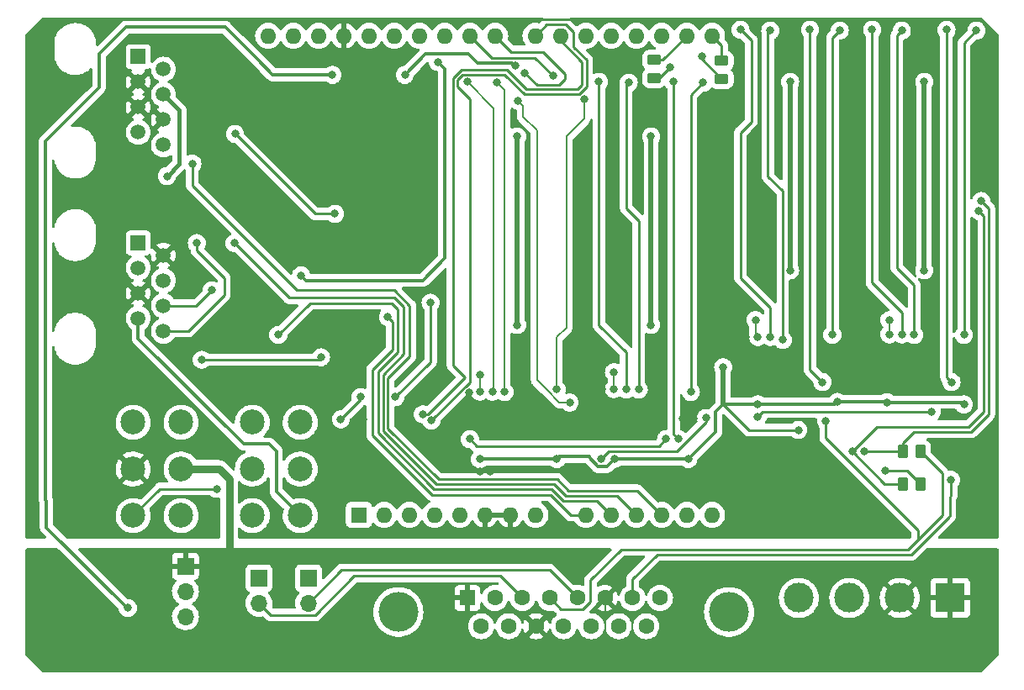
<source format=gbl>
%TF.GenerationSoftware,KiCad,Pcbnew,(5.99.0-11737-gca42f31bb5)*%
%TF.CreationDate,2021-09-24T22:34:58+02:00*%
%TF.ProjectId,Drucksensor,44727563-6b73-4656-9e73-6f722e6b6963,rev?*%
%TF.SameCoordinates,Original*%
%TF.FileFunction,Copper,L2,Bot*%
%TF.FilePolarity,Positive*%
%FSLAX46Y46*%
G04 Gerber Fmt 4.6, Leading zero omitted, Abs format (unit mm)*
G04 Created by KiCad (PCBNEW (5.99.0-11737-gca42f31bb5)) date 2021-09-24 22:34:58*
%MOMM*%
%LPD*%
G01*
G04 APERTURE LIST*
G04 Aperture macros list*
%AMRoundRect*
0 Rectangle with rounded corners*
0 $1 Rounding radius*
0 $2 $3 $4 $5 $6 $7 $8 $9 X,Y pos of 4 corners*
0 Add a 4 corners polygon primitive as box body*
4,1,4,$2,$3,$4,$5,$6,$7,$8,$9,$2,$3,0*
0 Add four circle primitives for the rounded corners*
1,1,$1+$1,$2,$3*
1,1,$1+$1,$4,$5*
1,1,$1+$1,$6,$7*
1,1,$1+$1,$8,$9*
0 Add four rect primitives between the rounded corners*
20,1,$1+$1,$2,$3,$4,$5,0*
20,1,$1+$1,$4,$5,$6,$7,0*
20,1,$1+$1,$6,$7,$8,$9,0*
20,1,$1+$1,$8,$9,$2,$3,0*%
G04 Aperture macros list end*
%TA.AperFunction,ComponentPad*%
%ADD10R,1.500000X1.500000*%
%TD*%
%TA.AperFunction,ComponentPad*%
%ADD11C,1.500000*%
%TD*%
%TA.AperFunction,ComponentPad*%
%ADD12C,2.500000*%
%TD*%
%TA.AperFunction,ComponentPad*%
%ADD13R,1.700000X1.700000*%
%TD*%
%TA.AperFunction,ComponentPad*%
%ADD14O,1.700000X1.700000*%
%TD*%
%TA.AperFunction,ComponentPad*%
%ADD15C,4.000000*%
%TD*%
%TA.AperFunction,ComponentPad*%
%ADD16R,1.600000X1.600000*%
%TD*%
%TA.AperFunction,ComponentPad*%
%ADD17C,1.600000*%
%TD*%
%TA.AperFunction,SMDPad,CuDef*%
%ADD18RoundRect,0.250000X-0.450000X0.262500X-0.450000X-0.262500X0.450000X-0.262500X0.450000X0.262500X0*%
%TD*%
%TA.AperFunction,SMDPad,CuDef*%
%ADD19RoundRect,0.250000X0.262500X0.450000X-0.262500X0.450000X-0.262500X-0.450000X0.262500X-0.450000X0*%
%TD*%
%TA.AperFunction,ComponentPad*%
%ADD20O,1.600000X1.600000*%
%TD*%
%TA.AperFunction,ComponentPad*%
%ADD21C,3.000000*%
%TD*%
%TA.AperFunction,ComponentPad*%
%ADD22R,3.000000X3.000000*%
%TD*%
%TA.AperFunction,ViaPad*%
%ADD23C,0.800000*%
%TD*%
%TA.AperFunction,Conductor*%
%ADD24C,0.300000*%
%TD*%
%TA.AperFunction,Conductor*%
%ADD25C,0.250000*%
%TD*%
%TA.AperFunction,Conductor*%
%ADD26C,0.400000*%
%TD*%
%TA.AperFunction,Conductor*%
%ADD27C,0.500000*%
%TD*%
%TA.AperFunction,Conductor*%
%ADD28C,0.200000*%
%TD*%
%TA.AperFunction,Conductor*%
%ADD29C,0.750000*%
%TD*%
G04 APERTURE END LIST*
D10*
%TO.P,J103,1*%
%TO.N,/Pirani_Ident*%
X67850000Y-22467500D03*
D11*
%TO.P,J103,2*%
%TO.N,Net-(J103-Pad2)*%
X70390000Y-23737500D03*
%TO.P,J103,3*%
%TO.N,GND*%
X67850000Y-25007500D03*
%TO.P,J103,4*%
%TO.N,+24V*%
X70390000Y-26277500D03*
%TO.P,J103,5*%
%TO.N,GND*%
X67850000Y-27547500D03*
%TO.P,J103,6*%
X70390000Y-28817500D03*
%TO.P,J103,7*%
%TO.N,unconnected-(J103-Pad7)*%
X67850000Y-30087500D03*
%TO.P,J103,8*%
%TO.N,unconnected-(J103-Pad8)*%
X70390000Y-31357500D03*
%TD*%
D10*
%TO.P,J104,1*%
%TO.N,+24V*%
X67850000Y-41217500D03*
D11*
%TO.P,J104,2*%
%TO.N,GND*%
X70390000Y-42487500D03*
%TO.P,J104,3*%
%TO.N,Net-(J104-Pad3)*%
X67850000Y-43757500D03*
%TO.P,J104,4*%
%TO.N,unconnected-(J104-Pad4)*%
X70390000Y-45027500D03*
%TO.P,J104,5*%
%TO.N,GND*%
X67850000Y-46297500D03*
%TO.P,J104,6*%
%TO.N,Net-(D105-Pad1)*%
X70390000Y-47567500D03*
%TO.P,J104,7*%
%TO.N,Net-(J104-Pad7)*%
X67850000Y-48837500D03*
%TO.P,J104,8*%
%TO.N,Net-(J104-Pad8)*%
X70390000Y-50107500D03*
%TD*%
D12*
%TO.P,SW102,1,A*%
%TO.N,unconnected-(SW102-Pad1)*%
X84165000Y-59300000D03*
%TO.P,SW102,2,B*%
%TO.N,Net-(Q101-Pad3)*%
X84165000Y-64000000D03*
%TO.P,SW102,3,C*%
%TO.N,Net-(J104-Pad7)*%
X84165000Y-68700000D03*
%TO.P,SW102,4*%
%TO.N,N/C*%
X79335000Y-59300000D03*
%TO.P,SW102,5*%
X79335000Y-64000000D03*
%TO.P,SW102,6*%
X79335000Y-68700000D03*
%TD*%
%TO.P,SW101,1*%
%TO.N,N/C*%
X72165000Y-59300000D03*
%TO.P,SW101,2,2*%
%TO.N,/24_Ext*%
X72165000Y-64000000D03*
%TO.P,SW101,3,3*%
%TO.N,+24V*%
X72165000Y-68700000D03*
%TO.P,SW101,4*%
%TO.N,N/C*%
X67335000Y-59300000D03*
%TO.P,SW101,5,5*%
%TO.N,GND*%
X67335000Y-64000000D03*
%TO.P,SW101,6,6*%
%TO.N,/Main_ON*%
X67335000Y-68700000D03*
%TD*%
D13*
%TO.P,J106,1,Pin_1*%
%TO.N,/GND_Ref*%
X85000000Y-75000000D03*
D14*
%TO.P,J106,2,Pin_2*%
%TO.N,/Serial*%
X85000000Y-77540000D03*
%TD*%
D15*
%TO.P,J105,0,PAD*%
%TO.N,Earth*%
X127345000Y-78420000D03*
X94045000Y-78420000D03*
D16*
%TO.P,J105,1,1*%
%TO.N,/24_Ext*%
X101000000Y-77000000D03*
D17*
%TO.P,J105,2,2*%
%TO.N,/GND_Ref*%
X103770000Y-77000000D03*
%TO.P,J105,3,3*%
%TO.N,/Start*%
X106540000Y-77000000D03*
%TO.P,J105,4,4*%
%TO.N,/RS232_TX*%
X109310000Y-77000000D03*
%TO.P,J105,5,5*%
%TO.N,/Serial*%
X112080000Y-77000000D03*
%TO.P,J105,6,6*%
%TO.N,/24_Ext*%
X114850000Y-77000000D03*
%TO.P,J105,7,7*%
%TO.N,/RS232_RX*%
X117620000Y-77000000D03*
%TO.P,J105,8,8*%
%TO.N,GNDPWR*%
X120390000Y-77000000D03*
%TO.P,J105,9,P9*%
%TO.N,/PumpAnalog*%
X102385000Y-79840000D03*
%TO.P,J105,10,P10*%
%TO.N,Earth*%
X105155000Y-79840000D03*
%TO.P,J105,11,P111*%
%TO.N,/24_Ext*%
X107925000Y-79840000D03*
%TO.P,J105,12,P12*%
%TO.N,Earth*%
X110695000Y-79840000D03*
%TO.P,J105,13,P13*%
%TO.N,GNDPWR*%
X113465000Y-79840000D03*
%TO.P,J105,14,P14*%
X116235000Y-79840000D03*
%TO.P,J105,15,P15*%
%TO.N,unconnected-(J105-Pad15)*%
X119005000Y-79840000D03*
%TD*%
D13*
%TO.P,J107,1,Pin_1*%
%TO.N,/24_Ext*%
X72600000Y-73800000D03*
D14*
%TO.P,J107,2,Pin_2*%
%TO.N,Net-(J107-Pad2)*%
X72600000Y-76340000D03*
%TO.P,J107,3,Pin_3*%
%TO.N,GND*%
X72600000Y-78880000D03*
%TD*%
D13*
%TO.P,J102,1,Pin_1*%
%TO.N,/GND_Ref*%
X80000000Y-75000000D03*
D14*
%TO.P,J102,2,Pin_2*%
%TO.N,/Start*%
X80000000Y-77540000D03*
%TD*%
D18*
%TO.P,R123,1*%
%TO.N,/RX*%
X119800000Y-22787500D03*
%TO.P,R123,2*%
%TO.N,/RX_2*%
X119800000Y-24612500D03*
%TD*%
D19*
%TO.P,R116,1*%
%TO.N,/RS232_RX*%
X146662500Y-65500000D03*
%TO.P,R116,2*%
%TO.N,/RX_2*%
X144837500Y-65500000D03*
%TD*%
D18*
%TO.P,R124,1*%
%TO.N,/TX*%
X126600000Y-22887500D03*
%TO.P,R124,2*%
%TO.N,/TX_2*%
X126600000Y-24712500D03*
%TD*%
D16*
%TO.P,A101,1,NC*%
%TO.N,unconnected-(A101-Pad1)*%
X90075000Y-68630000D03*
D20*
%TO.P,A101,2,IOREF*%
%TO.N,unconnected-(A101-Pad2)*%
X92615000Y-68630000D03*
%TO.P,A101,3,~RESET*%
%TO.N,unconnected-(A101-Pad3)*%
X95155000Y-68630000D03*
%TO.P,A101,4,3V3*%
%TO.N,unconnected-(A101-Pad4)*%
X97695000Y-68630000D03*
%TO.P,A101,5,+5V*%
%TO.N,+5V*%
X100235000Y-68630000D03*
%TO.P,A101,6,GND*%
%TO.N,GND*%
X102775000Y-68630000D03*
%TO.P,A101,7,GND*%
X105315000Y-68630000D03*
%TO.P,A101,8,VIN*%
%TO.N,unconnected-(A101-Pad8)*%
X107855000Y-68630000D03*
%TO.P,A101,9,A0*%
%TO.N,/Pirani_ADC*%
X112935000Y-68630000D03*
%TO.P,A101,10,A1*%
%TO.N,/Magnetron_ADC*%
X115475000Y-68630000D03*
%TO.P,A101,11,A2*%
%TO.N,/Magnetron_Setpoint_ADC*%
X118015000Y-68630000D03*
%TO.P,A101,12,A3*%
%TO.N,/Pirani_Ident*%
X120555000Y-68630000D03*
%TO.P,A101,13,SDA/A4*%
%TO.N,unconnected-(A101-Pad13)*%
X123095000Y-68630000D03*
%TO.P,A101,14,SCL/A5*%
%TO.N,/PumpAnalog_5V*%
X125635000Y-68630000D03*
%TO.P,A101,15,D0/RX*%
%TO.N,/TX*%
X125635000Y-20370000D03*
%TO.P,A101,16,D1/TX*%
%TO.N,/RX*%
X123095000Y-20370000D03*
%TO.P,A101,17,D2*%
%TO.N,/Tacho*%
X120555000Y-20370000D03*
%TO.P,A101,18,D3*%
%TO.N,/7SegData*%
X118015000Y-20370000D03*
%TO.P,A101,19,D4*%
%TO.N,/7SegEN*%
X115475000Y-20370000D03*
%TO.P,A101,20,D5*%
%TO.N,/7SegClk*%
X112935000Y-20370000D03*
%TO.P,A101,21,D6*%
%TO.N,/EnableAll*%
X110395000Y-20370000D03*
%TO.P,A101,22,D7*%
%TO.N,/Magnetron_Enable*%
X107855000Y-20370000D03*
%TO.P,A101,23,D8*%
%TO.N,/TX_2*%
X103795000Y-20370000D03*
%TO.P,A101,24,D9*%
%TO.N,/RX_2*%
X101255000Y-20370000D03*
%TO.P,A101,25,D10*%
%TO.N,/Magnetron_Trip*%
X98715000Y-20370000D03*
%TO.P,A101,26,D11*%
%TO.N,unconnected-(A101-Pad26)*%
X96175000Y-20370000D03*
%TO.P,A101,27,D12*%
%TO.N,/Main_ON*%
X93635000Y-20370000D03*
%TO.P,A101,28,D13*%
%TO.N,unconnected-(A101-Pad28)*%
X91095000Y-20370000D03*
%TO.P,A101,29,GND*%
%TO.N,GND*%
X88555000Y-20370000D03*
%TO.P,A101,30,AREF*%
%TO.N,Net-(A101-Pad30)*%
X86015000Y-20370000D03*
%TO.P,A101,31,SDA/A4*%
%TO.N,unconnected-(A101-Pad31)*%
X83475000Y-20370000D03*
%TO.P,A101,32,SCL/A5*%
%TO.N,unconnected-(A101-Pad32)*%
X80935000Y-20370000D03*
%TD*%
D19*
%TO.P,R105,1*%
%TO.N,/RS232_TX*%
X146662500Y-62250000D03*
%TO.P,R105,2*%
%TO.N,/TX_2*%
X144837500Y-62250000D03*
%TD*%
D21*
%TO.P,J101,1,Pin_1*%
%TO.N,/24_Ext*%
X144540000Y-77000000D03*
D22*
X149620000Y-77000000D03*
D21*
%TO.P,J101,2,Pin_2*%
%TO.N,GNDPWR*%
X134380000Y-77000000D03*
X139460000Y-77000000D03*
%TD*%
D23*
%TO.N,/Tacho*%
X66800000Y-78000000D03*
X87400000Y-24300000D03*
X94700000Y-24300000D03*
X105800000Y-23396519D03*
%TO.N,/EnableAll*%
X96500000Y-58500000D03*
%TO.N,GND*%
X103250000Y-64250000D03*
X129050000Y-50700000D03*
X142050000Y-50550000D03*
X114550000Y-56000000D03*
X134150000Y-55300000D03*
X90500000Y-59000000D03*
X122650000Y-58950000D03*
X77000000Y-23750000D03*
X94500000Y-59000000D03*
X102250000Y-64250000D03*
X78100000Y-54400000D03*
X129750000Y-69000000D03*
X123750000Y-58950000D03*
X106250000Y-60500000D03*
X101212299Y-56312299D03*
X96900000Y-62250000D03*
X82250000Y-41250000D03*
%TO.N,/Magnetron_Enable*%
X97362701Y-59137299D03*
%TO.N,/TX_2*%
X141000000Y-62250000D03*
X106800000Y-24100000D03*
X152750000Y-37000000D03*
X124600000Y-22400000D03*
%TO.N,/RX_2*%
X121400000Y-23500000D03*
X109600000Y-24400000D03*
X152500000Y-38000000D03*
X139750000Y-62250000D03*
%TO.N,/Pirani_ADC*%
X77600000Y-30250000D03*
X93000000Y-48700000D03*
X87650000Y-38300000D03*
%TO.N,/Magnetron_Trip*%
X98000000Y-23000000D03*
X84250000Y-44500000D03*
%TO.N,/Magnetron_ADC*%
X81950000Y-50500000D03*
%TO.N,/Magnetron_Setpoint_ADC*%
X77550000Y-41250000D03*
%TO.N,/Pirani_Ident*%
X73300000Y-33250000D03*
%TO.N,+24V*%
X70750000Y-34500000D03*
%TO.N,+5V*%
X119500000Y-30500000D03*
X138250000Y-57250000D03*
X133500000Y-25000000D03*
X151000000Y-57500000D03*
X147000000Y-44000000D03*
X102250000Y-63000000D03*
X133500000Y-44000000D03*
X119500000Y-49500000D03*
X74250000Y-53000000D03*
X115825000Y-62974500D03*
X106000000Y-30500000D03*
X130250000Y-57500000D03*
X126750000Y-53750000D03*
X106000000Y-49500000D03*
X143250000Y-57275500D03*
X134327500Y-60077500D03*
X86250000Y-52750000D03*
X110000000Y-63000000D03*
X147000000Y-25000000D03*
X123250000Y-63000000D03*
%TO.N,Net-(D105-Pad1)*%
X75250000Y-46000000D03*
%TO.N,Net-(J104-Pad8)*%
X73750000Y-41250000D03*
%TO.N,Net-(R201-Pad1)*%
X106100000Y-26900000D03*
X111300000Y-57300000D03*
%TO.N,Net-(R202-Pad1)*%
X112762299Y-26762299D03*
X110000000Y-56000000D03*
%TO.N,Net-(R206-Pad1)*%
X104000000Y-25087500D03*
X104750000Y-56250000D03*
%TO.N,Net-(R207-Pad1)*%
X101000000Y-25000000D03*
X103500000Y-56199500D03*
%TO.N,Net-(R208-Pad1)*%
X102250000Y-54500000D03*
X102250000Y-56199500D03*
%TO.N,Net-(R209-Pad1)*%
X121750000Y-25000000D03*
X122250000Y-61000000D03*
%TO.N,Net-(R210-Pad1)*%
X123500000Y-56250000D03*
X124750000Y-25087500D03*
%TO.N,Net-(R214-Pad1)*%
X117250000Y-25087500D03*
X118250000Y-56000000D03*
%TO.N,Net-(R215-Pad1)*%
X117000000Y-56000000D03*
X114250000Y-25000000D03*
%TO.N,Net-(R216-Pad1)*%
X115750000Y-55949500D03*
X115750000Y-54250000D03*
%TO.N,Net-(R217-Pad1)*%
X136750000Y-55250000D03*
X135500000Y-19750000D03*
%TO.N,Net-(R218-Pad1)*%
X137750000Y-50500000D03*
X138500000Y-19837500D03*
%TO.N,Net-(R222-Pad1)*%
X132750000Y-51000000D03*
X131500000Y-19837500D03*
%TO.N,Net-(R223-Pad1)*%
X128500000Y-19750000D03*
X131500000Y-50699500D03*
%TO.N,Net-(R224-Pad1)*%
X130000000Y-49000000D03*
X130250000Y-50699500D03*
%TO.N,Net-(R225-Pad1)*%
X149750000Y-55250000D03*
X149250000Y-19750000D03*
%TO.N,Net-(R226-Pad1)*%
X151000000Y-50500000D03*
X152250000Y-19837500D03*
%TO.N,Net-(R230-Pad1)*%
X144750000Y-19837500D03*
X146000000Y-50500000D03*
%TO.N,Net-(R231-Pad1)*%
X144750000Y-50449500D03*
X141750000Y-19750000D03*
%TO.N,Net-(R232-Pad1)*%
X143500000Y-50449500D03*
X143500000Y-49000000D03*
%TO.N,Net-(U202-Pad9)*%
X101250000Y-61000000D03*
X121000000Y-61000000D03*
%TO.N,Net-(U204-Pad9)*%
X114500000Y-63000000D03*
X125025500Y-58875000D03*
%TO.N,Net-(U206-Pad9)*%
X147750000Y-58250000D03*
X130250000Y-58750000D03*
%TO.N,/RS232_TX*%
X137100000Y-59174020D03*
%TO.N,/RS232_RX*%
X149700000Y-65100000D03*
X143074007Y-64148013D03*
%TO.N,/Main_ON*%
X93750000Y-56750000D03*
X75750000Y-66000000D03*
X97287266Y-47250000D03*
X88250000Y-59000000D03*
X90250000Y-56750000D03*
%TD*%
D24*
%TO.N,/Tacho*%
X105500000Y-23100000D02*
X105800000Y-23400000D01*
X101100000Y-22200000D02*
X101900000Y-23000000D01*
X79900000Y-22800000D02*
X81400000Y-24300000D01*
X58500000Y-31000000D02*
X63100000Y-26400000D01*
X58500000Y-67100000D02*
X58500000Y-53700000D01*
X81400000Y-24300000D02*
X87400000Y-24300000D01*
X66600000Y-77900000D02*
X58600000Y-69900000D01*
X66700000Y-77900000D02*
X66800000Y-78000000D01*
X63900000Y-22200000D02*
X66000000Y-20100000D01*
X63100000Y-26400000D02*
X63900000Y-25600000D01*
X66600000Y-77900000D02*
X66700000Y-77900000D01*
X63900000Y-25600000D02*
X63900000Y-23500000D01*
X66000000Y-20100000D02*
X66600000Y-19500000D01*
X63900000Y-23500000D02*
X63900000Y-22200000D01*
X96800000Y-22200000D02*
X101100000Y-22200000D01*
X76600000Y-19500000D02*
X79900000Y-22800000D01*
X66600000Y-19500000D02*
X75500000Y-19500000D01*
X94700000Y-24300000D02*
X96800000Y-22200000D01*
X102000000Y-23100000D02*
X105100000Y-23100000D01*
X58500000Y-53700000D02*
X58500000Y-31000000D01*
X75500000Y-19500000D02*
X76600000Y-19500000D01*
X101900000Y-23000000D02*
X102000000Y-23100000D01*
X58600000Y-69900000D02*
X58600000Y-67200000D01*
X58600000Y-67200000D02*
X58500000Y-67100000D01*
X105100000Y-23100000D02*
X105500000Y-23100000D01*
D25*
%TO.N,/EnableAll*%
X100413802Y-23750480D02*
X104950480Y-23750480D01*
X97000000Y-58500000D02*
X100750000Y-54750000D01*
X104950480Y-23750480D02*
X106950000Y-25750000D01*
X112550480Y-25313802D02*
X112550480Y-23000000D01*
X112114282Y-25750000D02*
X112550480Y-25313802D01*
X112550480Y-23000000D02*
X110395000Y-20844520D01*
X110395000Y-20844520D02*
X110395000Y-20370000D01*
X99550480Y-24613802D02*
X100413802Y-23750480D01*
X96500000Y-58500000D02*
X97000000Y-58500000D01*
X100750000Y-54750000D02*
X99550480Y-53550480D01*
X106950000Y-25750000D02*
X112114282Y-25750000D01*
X99550480Y-53550480D02*
X99550480Y-24613802D01*
%TO.N,GND*%
X116000000Y-18700000D02*
X107100000Y-18700000D01*
X107100000Y-18700000D02*
X107000000Y-18800000D01*
%TO.N,/Magnetron_Enable*%
X104575489Y-24275489D02*
X104375489Y-24275489D01*
X100000000Y-25500000D02*
X101250000Y-26750000D01*
X111700000Y-21500000D02*
X111700000Y-20010723D01*
X100524511Y-24275489D02*
X100000000Y-24800000D01*
X104375489Y-24275489D02*
X100524511Y-24275489D01*
X101250000Y-55250000D02*
X97362701Y-59137299D01*
X100524511Y-24275489D02*
X100100000Y-24700000D01*
X100000000Y-24800000D02*
X100000000Y-25500000D01*
X113000000Y-22800000D02*
X111700000Y-21500000D01*
X101250000Y-26750000D02*
X101250000Y-55250000D01*
X104724511Y-24275489D02*
X106724511Y-26275489D01*
X108979511Y-19245489D02*
X107855000Y-20370000D01*
X111700000Y-20010723D02*
X110934766Y-19245489D01*
X113000000Y-25500000D02*
X113000000Y-22800000D01*
X112224511Y-26275489D02*
X113000000Y-25500000D01*
X110934766Y-19245489D02*
X108979511Y-19245489D01*
X112224511Y-26275489D02*
X112500000Y-26000000D01*
X104375489Y-24275489D02*
X104724511Y-24275489D01*
X106724511Y-26275489D02*
X112224511Y-26275489D01*
%TO.N,/TX_2*%
X153500000Y-58500000D02*
X153500000Y-40250000D01*
X153500000Y-40250000D02*
X153500000Y-37750000D01*
X105425000Y-22000000D02*
X108600000Y-22000000D01*
X127012500Y-24712500D02*
X127100000Y-24800000D01*
X110200000Y-25300000D02*
X108000000Y-25300000D01*
X105425000Y-22000000D02*
X105800000Y-22000000D01*
X108000000Y-25300000D02*
X106800000Y-24100000D01*
X144837500Y-62250000D02*
X144837500Y-61412500D01*
X146000000Y-60250000D02*
X151750000Y-60250000D01*
X124600000Y-22712500D02*
X124600000Y-22400000D01*
X126600000Y-24712500D02*
X124600000Y-22712500D01*
X110800000Y-24200000D02*
X110800000Y-24700000D01*
X103795000Y-20370000D02*
X105425000Y-22000000D01*
X144837500Y-62250000D02*
X141000000Y-62250000D01*
X108600000Y-22000000D02*
X110800000Y-24200000D01*
X144837500Y-61412500D02*
X146000000Y-60250000D01*
X151750000Y-60250000D02*
X153500000Y-58500000D01*
X153500000Y-37750000D02*
X152750000Y-37000000D01*
X110800000Y-24700000D02*
X110200000Y-25300000D01*
%TO.N,/RX_2*%
X107800000Y-22600000D02*
X103485000Y-22600000D01*
X139750000Y-62250000D02*
X143000000Y-65500000D01*
X103485000Y-22600000D02*
X101255000Y-20370000D01*
X120287500Y-24612500D02*
X121400000Y-23500000D01*
X142250000Y-59750000D02*
X139750000Y-62250000D01*
X143000000Y-65500000D02*
X144837500Y-65500000D01*
X109600000Y-24400000D02*
X107800000Y-22600000D01*
X152500000Y-38000000D02*
X153000000Y-38500000D01*
X153000000Y-58250000D02*
X151500000Y-59750000D01*
X151500000Y-59750000D02*
X142250000Y-59750000D01*
X153000000Y-38500000D02*
X153000000Y-58250000D01*
X119800000Y-24612500D02*
X120287500Y-24612500D01*
%TO.N,/Pirani_ADC*%
X91450000Y-60600000D02*
X91450000Y-54000000D01*
X91450000Y-54000000D02*
X93450000Y-52000000D01*
X85650000Y-38300000D02*
X77600000Y-30250000D01*
X112935000Y-68630000D02*
X111380000Y-68630000D01*
X87650000Y-38300000D02*
X85650000Y-38300000D01*
X93450000Y-52000000D02*
X93450000Y-49150000D01*
X93450000Y-49150000D02*
X93000000Y-48700000D01*
X111380000Y-68630000D02*
X109350000Y-66600000D01*
X109350000Y-66600000D02*
X97450000Y-66600000D01*
X97450000Y-66600000D02*
X91450000Y-60600000D01*
D24*
%TO.N,/Magnetron_Trip*%
X96500000Y-45000000D02*
X98750000Y-42750000D01*
X98750000Y-42750000D02*
X98715000Y-42715000D01*
X98715000Y-25085000D02*
X98715000Y-23715000D01*
X84250000Y-44500000D02*
X84750000Y-45000000D01*
X98715000Y-42715000D02*
X98715000Y-25085000D01*
X84750000Y-45000000D02*
X96500000Y-45000000D01*
X98715000Y-23715000D02*
X98000000Y-23000000D01*
D25*
%TO.N,/Magnetron_ADC*%
X109500000Y-66050000D02*
X97650000Y-66050000D01*
X94000000Y-52200000D02*
X94000000Y-47900000D01*
X92000000Y-60400000D02*
X92000000Y-54200000D01*
X114045000Y-67200000D02*
X110650000Y-67200000D01*
X97650000Y-66050000D02*
X92000000Y-60400000D01*
X85150000Y-47300000D02*
X81950000Y-50500000D01*
X115475000Y-68630000D02*
X114045000Y-67200000D01*
X110650000Y-67200000D02*
X109500000Y-66050000D01*
X94000000Y-47900000D02*
X93400000Y-47300000D01*
X93400000Y-47300000D02*
X85150000Y-47300000D01*
X92000000Y-54200000D02*
X94000000Y-52200000D01*
%TO.N,/Magnetron_Setpoint_ADC*%
X94600000Y-47700000D02*
X93650000Y-46750000D01*
X92500000Y-54500000D02*
X94600000Y-52400000D01*
X93650000Y-46750000D02*
X83050000Y-46750000D01*
X109750000Y-65550000D02*
X97850000Y-65550000D01*
X94600000Y-52400000D02*
X94600000Y-47700000D01*
X110900000Y-66700000D02*
X109750000Y-65550000D01*
X97850000Y-65550000D02*
X92500000Y-60200000D01*
X83050000Y-46750000D02*
X77550000Y-41250000D01*
X116085000Y-66700000D02*
X110900000Y-66700000D01*
X92500000Y-60200000D02*
X92500000Y-54500000D01*
X118015000Y-68630000D02*
X116085000Y-66700000D01*
%TO.N,/Pirani_Ident*%
X93000000Y-59950000D02*
X93000000Y-54850000D01*
X98100000Y-65050000D02*
X93000000Y-59950000D01*
X95200000Y-52650000D02*
X95200000Y-47550000D01*
X93600000Y-45950000D02*
X83800000Y-45950000D01*
X93000000Y-54850000D02*
X95200000Y-52650000D01*
X83800000Y-45950000D02*
X73300000Y-35450000D01*
X111200000Y-66200000D02*
X110050000Y-65050000D01*
X95200000Y-47550000D02*
X93600000Y-45950000D01*
X120555000Y-68630000D02*
X118125000Y-66200000D01*
X118125000Y-66200000D02*
X111200000Y-66200000D01*
X73300000Y-35450000D02*
X73300000Y-33250000D01*
X110050000Y-65050000D02*
X98100000Y-65050000D01*
D26*
%TO.N,+24V*%
X72000000Y-27887500D02*
X70390000Y-26277500D01*
X70750000Y-34500000D02*
X72000000Y-33250000D01*
X72000000Y-33250000D02*
X72000000Y-27887500D01*
D24*
%TO.N,+5V*%
X138250000Y-57250000D02*
X143224500Y-57250000D01*
X126000000Y-58250000D02*
X126750000Y-57500000D01*
X143250000Y-57275500D02*
X150775500Y-57275500D01*
X150775500Y-57275500D02*
X151000000Y-57500000D01*
X115825000Y-62974500D02*
X123224500Y-62974500D01*
D27*
X147000000Y-25000000D02*
X147000000Y-44000000D01*
D25*
X74250000Y-53000000D02*
X86000000Y-53000000D01*
D24*
X110250000Y-62750000D02*
X110000000Y-63000000D01*
X138000000Y-57500000D02*
X138250000Y-57250000D01*
X123224500Y-62974500D02*
X123250000Y-63000000D01*
D25*
X134327500Y-60077500D02*
X129327500Y-60077500D01*
X86000000Y-53000000D02*
X86250000Y-52750000D01*
D24*
X114140234Y-63749511D02*
X113250000Y-62859277D01*
X143224500Y-57250000D02*
X143250000Y-57275500D01*
D27*
X106000000Y-49500000D02*
X106000000Y-30500000D01*
D24*
X126750000Y-57500000D02*
X130250000Y-57500000D01*
D27*
X133500000Y-44000000D02*
X133500000Y-25000000D01*
X126750000Y-53750000D02*
X126750000Y-57500000D01*
D24*
X115825000Y-62974500D02*
X115049989Y-63749511D01*
D25*
X129327500Y-60077500D02*
X126750000Y-57500000D01*
D27*
X119500000Y-30500000D02*
X119500000Y-49500000D01*
D24*
X126000000Y-60250000D02*
X126000000Y-58250000D01*
X130250000Y-57500000D02*
X138000000Y-57500000D01*
X123250000Y-63000000D02*
X126000000Y-60250000D01*
X110000000Y-63000000D02*
X102250000Y-63000000D01*
X115049989Y-63749511D02*
X114140234Y-63749511D01*
X113250000Y-62859277D02*
X113250000Y-62750000D01*
X113250000Y-62750000D02*
X110250000Y-62750000D01*
D25*
%TO.N,Net-(D105-Pad1)*%
X73682500Y-47567500D02*
X75250000Y-46000000D01*
X70390000Y-47567500D02*
X73682500Y-47567500D01*
D24*
%TO.N,Net-(J104-Pad7)*%
X67850000Y-50850000D02*
X67850000Y-48837500D01*
X81750000Y-66285000D02*
X81750000Y-62250000D01*
X81750000Y-62250000D02*
X81000000Y-61500000D01*
X81000000Y-61500000D02*
X78500000Y-61500000D01*
X78500000Y-61500000D02*
X67850000Y-50850000D01*
X84165000Y-68700000D02*
X81750000Y-66285000D01*
D25*
%TO.N,Net-(J104-Pad8)*%
X75750000Y-44000000D02*
X73750000Y-42000000D01*
X76500000Y-46500000D02*
X76500000Y-44750000D01*
X70390000Y-50107500D02*
X72892500Y-50107500D01*
X73750000Y-42000000D02*
X73750000Y-41250000D01*
X72892500Y-50107500D02*
X76500000Y-46500000D01*
X76500000Y-44750000D02*
X75750000Y-44000000D01*
D28*
%TO.N,Net-(R201-Pad1)*%
X106600000Y-27400000D02*
X106600000Y-28500000D01*
X106600000Y-28500000D02*
X108000000Y-29900000D01*
X108000000Y-55050000D02*
X108950000Y-56000000D01*
X106600000Y-27400000D02*
X106600000Y-28100000D01*
X108964723Y-56000000D02*
X110264723Y-57300000D01*
X110264723Y-57300000D02*
X111300000Y-57300000D01*
X106100000Y-26900000D02*
X106600000Y-27400000D01*
X108000000Y-29900000D02*
X108000000Y-55050000D01*
X108950000Y-56000000D02*
X108964723Y-56000000D01*
%TO.N,Net-(R202-Pad1)*%
X112762299Y-26762299D02*
X112762299Y-28737701D01*
X110000000Y-50750000D02*
X110000000Y-56000000D01*
X112762299Y-28737701D02*
X111000000Y-30500000D01*
X111000000Y-49750000D02*
X110000000Y-50750000D01*
X111000000Y-30500000D02*
X111000000Y-49750000D01*
%TO.N,Net-(R206-Pad1)*%
X104750000Y-25837500D02*
X104000000Y-25087500D01*
X104750000Y-56250000D02*
X104750000Y-25837500D01*
%TO.N,Net-(R207-Pad1)*%
X103664511Y-56034989D02*
X103500000Y-56199500D01*
X103664511Y-27664511D02*
X103664511Y-56034989D01*
X101000000Y-25000000D02*
X103664511Y-27664511D01*
%TO.N,Net-(R208-Pad1)*%
X102250000Y-54500000D02*
X102250000Y-56199500D01*
D25*
%TO.N,Net-(R209-Pad1)*%
X121750000Y-60500000D02*
X122250000Y-61000000D01*
X121750000Y-25000000D02*
X121750000Y-60500000D01*
%TO.N,Net-(R210-Pad1)*%
X123500000Y-26337500D02*
X124750000Y-25087500D01*
X123500000Y-56250000D02*
X123500000Y-26337500D01*
%TO.N,Net-(R214-Pad1)*%
X117000000Y-37750000D02*
X117000000Y-25337500D01*
X117000000Y-25337500D02*
X117250000Y-25087500D01*
X118250000Y-56000000D02*
X118250000Y-39000000D01*
X118250000Y-39000000D02*
X117000000Y-37750000D01*
%TO.N,Net-(R215-Pad1)*%
X114250000Y-25000000D02*
X114250000Y-49500000D01*
X117000000Y-52250000D02*
X117000000Y-56000000D01*
X114250000Y-49500000D02*
X117000000Y-52250000D01*
D28*
%TO.N,Net-(R216-Pad1)*%
X115750000Y-54250000D02*
X115750000Y-55949500D01*
D25*
%TO.N,Net-(R217-Pad1)*%
X135500000Y-54000000D02*
X136750000Y-55250000D01*
X135500000Y-19750000D02*
X135500000Y-54000000D01*
%TO.N,Net-(R218-Pad1)*%
X137750000Y-50500000D02*
X137750000Y-20587500D01*
X137750000Y-20587500D02*
X138500000Y-19837500D01*
%TO.N,Net-(R222-Pad1)*%
X132750000Y-51000000D02*
X132750000Y-36000000D01*
X131250000Y-34500000D02*
X131250000Y-20087500D01*
X132750000Y-36000000D02*
X131250000Y-34500000D01*
X131250000Y-20087500D02*
X131500000Y-19837500D01*
%TO.N,Net-(R223-Pad1)*%
X129600000Y-29000000D02*
X129600000Y-20850000D01*
X129600000Y-20850000D02*
X128500000Y-19750000D01*
X128500000Y-44750000D02*
X128500000Y-30100000D01*
X131500000Y-47750000D02*
X128500000Y-44750000D01*
X131500000Y-50699500D02*
X131500000Y-47750000D01*
X128500000Y-30100000D02*
X129600000Y-29000000D01*
D28*
%TO.N,Net-(R224-Pad1)*%
X130000000Y-49000000D02*
X130000000Y-50449500D01*
X130000000Y-50449500D02*
X130250000Y-50699500D01*
D25*
%TO.N,Net-(R225-Pad1)*%
X149250000Y-19750000D02*
X149250000Y-54750000D01*
X149250000Y-54750000D02*
X149750000Y-55250000D01*
%TO.N,Net-(R226-Pad1)*%
X151000000Y-21087500D02*
X152250000Y-19837500D01*
X151000000Y-50500000D02*
X151000000Y-21087500D01*
%TO.N,Net-(R230-Pad1)*%
X144250000Y-20337500D02*
X144750000Y-19837500D01*
X144250000Y-43750000D02*
X144250000Y-20337500D01*
X146000000Y-45500000D02*
X144250000Y-43750000D01*
X146000000Y-50500000D02*
X146000000Y-45500000D01*
%TO.N,Net-(R231-Pad1)*%
X141750000Y-19750000D02*
X141750000Y-45250000D01*
X141750000Y-45250000D02*
X144250000Y-47750000D01*
X144250000Y-47750000D02*
X144750000Y-48250000D01*
X144750000Y-48250000D02*
X144750000Y-50449500D01*
D28*
%TO.N,Net-(R232-Pad1)*%
X143500000Y-49000000D02*
X143500000Y-50449500D01*
D25*
%TO.N,Net-(U202-Pad9)*%
X121000000Y-61000000D02*
X120275489Y-61724511D01*
X120275489Y-61724511D02*
X101974511Y-61724511D01*
X101974511Y-61724511D02*
X101250000Y-61000000D01*
%TO.N,Net-(U204-Pad9)*%
X122072278Y-62250000D02*
X122536139Y-61786139D01*
X115250000Y-62250000D02*
X122072278Y-62250000D01*
X122072278Y-62250000D02*
X125025500Y-59296777D01*
X125025500Y-59296777D02*
X125025500Y-58875000D01*
X114500000Y-63000000D02*
X115250000Y-62250000D01*
%TO.N,Net-(U206-Pad9)*%
X130750000Y-58250000D02*
X130250000Y-58750000D01*
X147750000Y-58250000D02*
X130750000Y-58250000D01*
%TO.N,/RS232_TX*%
X109310000Y-77000000D02*
X110434511Y-78124511D01*
X112619766Y-78124511D02*
X113400000Y-77344277D01*
X113400000Y-75200000D02*
X116500000Y-72100000D01*
X145400000Y-72100000D02*
X146350000Y-71150000D01*
X110434511Y-78124511D02*
X112619766Y-78124511D01*
X146350000Y-70150000D02*
X139600000Y-63400000D01*
X113400000Y-77344277D02*
X113400000Y-75200000D01*
X139600000Y-63400000D02*
X137100000Y-60900000D01*
X148800000Y-68700000D02*
X148800000Y-64387500D01*
X137100000Y-60900000D02*
X137100000Y-59174020D01*
X146350000Y-71150000D02*
X146350000Y-70150000D01*
X146350000Y-71150000D02*
X148800000Y-68700000D01*
X148800000Y-64387500D02*
X146662500Y-62250000D01*
X116500000Y-72100000D02*
X145400000Y-72100000D01*
%TO.N,/RS232_RX*%
X149700000Y-65100000D02*
X149700000Y-66700000D01*
X149400000Y-68900000D02*
X149600000Y-68700000D01*
X146662500Y-65500000D02*
X145310513Y-64148013D01*
X149700000Y-66700000D02*
X149600000Y-66800000D01*
X145700000Y-72600000D02*
X149400000Y-68900000D01*
X145310513Y-64148013D02*
X143074007Y-64148013D01*
X117620000Y-77000000D02*
X117620000Y-75080000D01*
X149600000Y-68700000D02*
X149600000Y-66800000D01*
X120100000Y-72600000D02*
X145700000Y-72600000D01*
X117620000Y-75080000D02*
X120100000Y-72600000D01*
%TO.N,/TX*%
X126600000Y-22887500D02*
X126600000Y-21335000D01*
X126600000Y-21335000D02*
X125635000Y-20370000D01*
%TO.N,/RX*%
X120677500Y-22787500D02*
X123095000Y-20370000D01*
X119800000Y-22787500D02*
X120677500Y-22787500D01*
%TO.N,/Main_ON*%
X97287266Y-53212734D02*
X97287266Y-47250000D01*
X90250000Y-57000000D02*
X90250000Y-56750000D01*
X90000000Y-57250000D02*
X90250000Y-57000000D01*
X89750000Y-57500000D02*
X90000000Y-57250000D01*
X93750000Y-56750000D02*
X97287266Y-53212734D01*
X67335000Y-68700000D02*
X70035000Y-66000000D01*
X70035000Y-66000000D02*
X75750000Y-66000000D01*
X88250000Y-59000000D02*
X89750000Y-57500000D01*
D29*
%TO.N,/24_Ext*%
X72165000Y-64000000D02*
X76000000Y-64000000D01*
D28*
X117000000Y-78300000D02*
X117600000Y-78900000D01*
X116000000Y-78000000D02*
X116300000Y-78300000D01*
X117600000Y-78900000D02*
X117600000Y-81000000D01*
D29*
X77000000Y-65000000D02*
X77000000Y-74000000D01*
D28*
X115850000Y-78000000D02*
X116000000Y-78000000D01*
D29*
X76000000Y-64000000D02*
X77000000Y-65000000D01*
D28*
X114850000Y-80850000D02*
X115000000Y-81000000D01*
X114850000Y-77000000D02*
X115850000Y-78000000D01*
X114850000Y-77000000D02*
X114850000Y-80850000D01*
X116300000Y-78300000D02*
X117000000Y-78300000D01*
D25*
%TO.N,/Start*%
X104340000Y-74800000D02*
X89600000Y-74800000D01*
X85685489Y-78714511D02*
X81174511Y-78714511D01*
X89600000Y-74800000D02*
X85685489Y-78714511D01*
X81174511Y-78714511D02*
X80000000Y-77540000D01*
X106540000Y-77000000D02*
X104340000Y-74800000D01*
%TO.N,/Serial*%
X109280000Y-74200000D02*
X88340000Y-74200000D01*
X112080000Y-77000000D02*
X109280000Y-74200000D01*
X88340000Y-74200000D02*
X85000000Y-77540000D01*
%TD*%
%TA.AperFunction,Conductor*%
%TO.N,GND*%
G36*
X152805511Y-18528002D02*
G01*
X152826485Y-18544905D01*
X154455095Y-20173515D01*
X154489121Y-20235827D01*
X154492000Y-20262610D01*
X154492000Y-70874000D01*
X154471998Y-70942121D01*
X154418342Y-70988614D01*
X154366000Y-71000000D01*
X148500094Y-71000000D01*
X148431973Y-70979998D01*
X148385480Y-70926342D01*
X148375376Y-70856068D01*
X148404870Y-70791488D01*
X148410999Y-70784905D01*
X149992247Y-69203657D01*
X150000537Y-69196113D01*
X150007018Y-69192000D01*
X150023729Y-69174205D01*
X150053658Y-69142333D01*
X150056413Y-69139491D01*
X150076135Y-69119769D01*
X150078619Y-69116567D01*
X150086317Y-69107555D01*
X150111161Y-69081098D01*
X150116586Y-69075321D01*
X150126347Y-69057566D01*
X150137198Y-69041047D01*
X150149614Y-69025041D01*
X150167174Y-68984463D01*
X150172391Y-68973813D01*
X150193695Y-68935060D01*
X150198733Y-68915437D01*
X150205137Y-68896734D01*
X150210033Y-68885420D01*
X150210033Y-68885419D01*
X150213181Y-68878145D01*
X150214420Y-68870322D01*
X150214423Y-68870312D01*
X150220099Y-68834476D01*
X150222505Y-68822856D01*
X150231528Y-68787711D01*
X150231528Y-68787710D01*
X150233500Y-68780030D01*
X150233500Y-68759776D01*
X150235051Y-68740065D01*
X150236980Y-68727886D01*
X150238220Y-68720057D01*
X150234059Y-68676038D01*
X150233500Y-68664181D01*
X150233500Y-67084804D01*
X150249824Y-67025134D01*
X150249612Y-67025042D01*
X150249613Y-67025041D01*
X150267176Y-66984457D01*
X150272383Y-66973827D01*
X150293695Y-66935060D01*
X150295666Y-66927383D01*
X150295668Y-66927378D01*
X150298732Y-66915442D01*
X150305138Y-66896730D01*
X150310034Y-66885417D01*
X150313181Y-66878145D01*
X150314697Y-66868578D01*
X150320097Y-66834481D01*
X150322504Y-66822860D01*
X150331528Y-66787711D01*
X150331528Y-66787710D01*
X150333500Y-66780030D01*
X150333500Y-66759769D01*
X150335051Y-66740058D01*
X150336979Y-66727885D01*
X150338219Y-66720057D01*
X150334059Y-66676046D01*
X150333500Y-66664189D01*
X150333500Y-65802524D01*
X150353502Y-65734403D01*
X150365858Y-65718221D01*
X150439040Y-65636944D01*
X150520727Y-65495458D01*
X150531223Y-65477279D01*
X150531224Y-65477278D01*
X150534527Y-65471556D01*
X150593542Y-65289928D01*
X150595475Y-65271543D01*
X150612814Y-65106565D01*
X150613504Y-65100000D01*
X150602952Y-64999600D01*
X150594232Y-64916635D01*
X150594232Y-64916633D01*
X150593542Y-64910072D01*
X150534527Y-64728444D01*
X150439040Y-64563056D01*
X150341147Y-64454334D01*
X150315675Y-64426045D01*
X150315674Y-64426044D01*
X150311253Y-64421134D01*
X150201676Y-64341521D01*
X150162094Y-64312763D01*
X150162093Y-64312762D01*
X150156752Y-64308882D01*
X150150724Y-64306198D01*
X150150722Y-64306197D01*
X149988319Y-64233891D01*
X149988318Y-64233891D01*
X149982288Y-64231206D01*
X149888887Y-64211353D01*
X149801944Y-64192872D01*
X149801939Y-64192872D01*
X149795487Y-64191500D01*
X149604513Y-64191500D01*
X149598061Y-64192872D01*
X149598056Y-64192872D01*
X149527131Y-64207948D01*
X149456340Y-64202546D01*
X149399707Y-64159729D01*
X149387239Y-64138110D01*
X149386018Y-64133906D01*
X149375707Y-64116471D01*
X149367010Y-64098721D01*
X149359552Y-64079883D01*
X149333571Y-64044123D01*
X149327053Y-64034201D01*
X149308578Y-64002960D01*
X149308574Y-64002955D01*
X149304542Y-63996137D01*
X149290218Y-63981813D01*
X149277376Y-63966778D01*
X149265472Y-63950393D01*
X149231406Y-63922211D01*
X149222627Y-63914222D01*
X147720405Y-62412000D01*
X147686379Y-62349688D01*
X147683500Y-62322905D01*
X147683500Y-61749600D01*
X147681075Y-61726229D01*
X147673238Y-61650692D01*
X147673237Y-61650688D01*
X147672526Y-61643834D01*
X147656734Y-61596498D01*
X147618868Y-61483002D01*
X147616550Y-61476054D01*
X147523478Y-61325652D01*
X147398303Y-61200695D01*
X147350175Y-61171028D01*
X147262136Y-61116760D01*
X147214643Y-61063988D01*
X147203219Y-60993916D01*
X147231493Y-60928792D01*
X147290487Y-60889293D01*
X147328252Y-60883500D01*
X151671233Y-60883500D01*
X151682416Y-60884027D01*
X151689909Y-60885702D01*
X151697835Y-60885453D01*
X151697836Y-60885453D01*
X151757986Y-60883562D01*
X151761945Y-60883500D01*
X151789856Y-60883500D01*
X151793791Y-60883003D01*
X151793856Y-60882995D01*
X151805693Y-60882062D01*
X151837951Y-60881048D01*
X151841970Y-60880922D01*
X151849889Y-60880673D01*
X151869343Y-60875021D01*
X151888700Y-60871013D01*
X151900930Y-60869468D01*
X151900931Y-60869468D01*
X151908797Y-60868474D01*
X151916168Y-60865555D01*
X151916170Y-60865555D01*
X151949912Y-60852196D01*
X151961142Y-60848351D01*
X151995983Y-60838229D01*
X151995984Y-60838229D01*
X152003593Y-60836018D01*
X152010412Y-60831985D01*
X152010417Y-60831983D01*
X152021028Y-60825707D01*
X152038776Y-60817012D01*
X152057617Y-60809552D01*
X152065543Y-60803794D01*
X152093387Y-60783564D01*
X152103307Y-60777048D01*
X152134535Y-60758580D01*
X152134538Y-60758578D01*
X152141362Y-60754542D01*
X152155683Y-60740221D01*
X152170717Y-60727380D01*
X152180694Y-60720131D01*
X152187107Y-60715472D01*
X152215298Y-60681395D01*
X152223288Y-60672616D01*
X153892253Y-59003652D01*
X153900539Y-58996112D01*
X153907018Y-58992000D01*
X153953644Y-58942348D01*
X153956398Y-58939507D01*
X153976135Y-58919770D01*
X153978615Y-58916573D01*
X153986320Y-58907551D01*
X153992486Y-58900985D01*
X154016586Y-58875321D01*
X154020405Y-58868375D01*
X154020407Y-58868372D01*
X154026348Y-58857566D01*
X154037199Y-58841047D01*
X154044758Y-58831301D01*
X154049614Y-58825041D01*
X154052759Y-58817772D01*
X154052762Y-58817768D01*
X154067174Y-58784463D01*
X154072391Y-58773813D01*
X154093695Y-58735060D01*
X154098733Y-58715437D01*
X154105137Y-58696734D01*
X154110033Y-58685420D01*
X154110033Y-58685419D01*
X154113181Y-58678145D01*
X154114420Y-58670322D01*
X154114423Y-58670312D01*
X154120099Y-58634476D01*
X154122505Y-58622856D01*
X154131528Y-58587711D01*
X154131528Y-58587710D01*
X154133500Y-58580030D01*
X154133500Y-58559776D01*
X154135051Y-58540065D01*
X154136980Y-58527886D01*
X154138220Y-58520057D01*
X154134059Y-58476038D01*
X154133500Y-58464181D01*
X154133500Y-37828767D01*
X154134027Y-37817584D01*
X154135702Y-37810091D01*
X154134224Y-37763056D01*
X154133562Y-37742014D01*
X154133500Y-37738055D01*
X154133500Y-37710144D01*
X154132995Y-37706144D01*
X154132062Y-37694301D01*
X154131615Y-37680058D01*
X154130673Y-37650110D01*
X154125022Y-37630657D01*
X154121014Y-37611302D01*
X154119469Y-37599071D01*
X154119467Y-37599063D01*
X154118474Y-37591203D01*
X154115557Y-37583836D01*
X154115556Y-37583831D01*
X154102200Y-37550097D01*
X154098355Y-37538870D01*
X154094180Y-37524500D01*
X154086018Y-37496407D01*
X154081984Y-37489585D01*
X154081981Y-37489579D01*
X154075706Y-37478968D01*
X154067010Y-37461218D01*
X154062472Y-37449756D01*
X154062469Y-37449751D01*
X154059552Y-37442383D01*
X154033573Y-37406625D01*
X154027057Y-37396707D01*
X154008575Y-37365457D01*
X154004542Y-37358637D01*
X153990218Y-37344313D01*
X153977376Y-37329278D01*
X153971459Y-37321134D01*
X153965472Y-37312893D01*
X153931406Y-37284711D01*
X153922627Y-37276722D01*
X153697122Y-37051217D01*
X153663096Y-36988905D01*
X153660907Y-36975292D01*
X153644232Y-36816635D01*
X153644232Y-36816633D01*
X153643542Y-36810072D01*
X153584527Y-36628444D01*
X153489040Y-36463056D01*
X153361253Y-36321134D01*
X153206752Y-36208882D01*
X153200724Y-36206198D01*
X153200722Y-36206197D01*
X153038319Y-36133891D01*
X153038318Y-36133891D01*
X153032288Y-36131206D01*
X152938887Y-36111353D01*
X152851944Y-36092872D01*
X152851939Y-36092872D01*
X152845487Y-36091500D01*
X152654513Y-36091500D01*
X152648061Y-36092872D01*
X152648056Y-36092872D01*
X152561112Y-36111353D01*
X152467712Y-36131206D01*
X152461682Y-36133891D01*
X152461681Y-36133891D01*
X152299278Y-36206197D01*
X152299276Y-36206198D01*
X152293248Y-36208882D01*
X152138747Y-36321134D01*
X152010960Y-36463056D01*
X151915473Y-36628444D01*
X151913431Y-36634729D01*
X151879333Y-36739671D01*
X151839259Y-36798277D01*
X151773863Y-36825914D01*
X151703906Y-36813807D01*
X151651600Y-36765801D01*
X151633500Y-36700735D01*
X151633500Y-21402095D01*
X151653502Y-21333974D01*
X151670405Y-21312999D01*
X152200501Y-20782904D01*
X152262813Y-20748879D01*
X152289596Y-20746000D01*
X152345487Y-20746000D01*
X152351939Y-20744628D01*
X152351944Y-20744628D01*
X152442689Y-20725339D01*
X152532288Y-20706294D01*
X152548527Y-20699064D01*
X152700722Y-20631303D01*
X152700724Y-20631302D01*
X152706752Y-20628618D01*
X152712481Y-20624456D01*
X152790952Y-20567443D01*
X152861253Y-20516366D01*
X152878967Y-20496693D01*
X152984621Y-20379352D01*
X152984622Y-20379351D01*
X152989040Y-20374444D01*
X153084527Y-20209056D01*
X153143542Y-20027428D01*
X153144233Y-20020860D01*
X153162814Y-19844065D01*
X153163504Y-19837500D01*
X153155259Y-19759055D01*
X153144232Y-19654135D01*
X153144232Y-19654133D01*
X153143542Y-19647572D01*
X153084527Y-19465944D01*
X152989040Y-19300556D01*
X152927742Y-19232477D01*
X152865675Y-19163545D01*
X152865674Y-19163544D01*
X152861253Y-19158634D01*
X152750108Y-19077882D01*
X152712094Y-19050263D01*
X152712093Y-19050262D01*
X152706752Y-19046382D01*
X152700724Y-19043698D01*
X152700722Y-19043697D01*
X152538319Y-18971391D01*
X152538318Y-18971391D01*
X152532288Y-18968706D01*
X152434498Y-18947920D01*
X152351944Y-18930372D01*
X152351939Y-18930372D01*
X152345487Y-18929000D01*
X152154513Y-18929000D01*
X152148061Y-18930372D01*
X152148056Y-18930372D01*
X152065502Y-18947920D01*
X151967712Y-18968706D01*
X151961682Y-18971391D01*
X151961681Y-18971391D01*
X151799278Y-19043697D01*
X151799276Y-19043698D01*
X151793248Y-19046382D01*
X151787907Y-19050262D01*
X151787906Y-19050263D01*
X151749892Y-19077882D01*
X151638747Y-19158634D01*
X151634326Y-19163544D01*
X151634325Y-19163545D01*
X151572259Y-19232477D01*
X151510960Y-19300556D01*
X151415473Y-19465944D01*
X151356458Y-19647572D01*
X151355768Y-19654133D01*
X151355768Y-19654135D01*
X151345434Y-19752457D01*
X151339948Y-19804661D01*
X151339093Y-19812792D01*
X151312080Y-19878449D01*
X151302879Y-19888717D01*
X150952978Y-20238617D01*
X150607742Y-20583853D01*
X150599463Y-20591387D01*
X150592982Y-20595500D01*
X150559361Y-20631303D01*
X150546357Y-20645151D01*
X150543602Y-20647993D01*
X150523865Y-20667730D01*
X150521385Y-20670927D01*
X150513682Y-20679947D01*
X150483414Y-20712179D01*
X150479595Y-20719125D01*
X150479593Y-20719128D01*
X150473652Y-20729934D01*
X150462801Y-20746453D01*
X150450386Y-20762459D01*
X150447241Y-20769728D01*
X150447238Y-20769732D01*
X150432826Y-20803037D01*
X150427609Y-20813687D01*
X150406305Y-20852440D01*
X150404334Y-20860115D01*
X150404334Y-20860116D01*
X150401267Y-20872062D01*
X150394863Y-20890766D01*
X150386819Y-20909355D01*
X150385580Y-20917178D01*
X150385577Y-20917188D01*
X150379901Y-20953024D01*
X150377495Y-20964644D01*
X150366500Y-21007470D01*
X150366500Y-21027724D01*
X150364949Y-21047434D01*
X150361780Y-21067443D01*
X150362526Y-21075335D01*
X150365941Y-21111461D01*
X150366500Y-21123319D01*
X150366500Y-49797476D01*
X150346498Y-49865597D01*
X150334142Y-49881779D01*
X150260960Y-49963056D01*
X150165473Y-50128444D01*
X150139470Y-50208474D01*
X150129333Y-50239671D01*
X150089259Y-50298277D01*
X150023863Y-50325914D01*
X149953906Y-50313807D01*
X149901600Y-50265801D01*
X149883500Y-50200735D01*
X149883500Y-20452524D01*
X149903502Y-20384403D01*
X149915858Y-20368221D01*
X149989040Y-20286944D01*
X150070080Y-20146579D01*
X150081223Y-20127279D01*
X150081224Y-20127278D01*
X150084527Y-20121556D01*
X150143542Y-19939928D01*
X150148812Y-19889792D01*
X150162814Y-19756565D01*
X150163504Y-19750000D01*
X150151852Y-19639136D01*
X150144232Y-19566635D01*
X150144232Y-19566633D01*
X150143542Y-19560072D01*
X150084527Y-19378444D01*
X150078324Y-19367699D01*
X150036725Y-19295648D01*
X149989040Y-19213056D01*
X149984345Y-19207841D01*
X149865675Y-19076045D01*
X149865674Y-19076044D01*
X149861253Y-19071134D01*
X149720274Y-18968706D01*
X149712094Y-18962763D01*
X149712093Y-18962762D01*
X149706752Y-18958882D01*
X149700724Y-18956198D01*
X149700722Y-18956197D01*
X149538319Y-18883891D01*
X149538318Y-18883891D01*
X149532288Y-18881206D01*
X149414292Y-18856125D01*
X149351944Y-18842872D01*
X149351939Y-18842872D01*
X149345487Y-18841500D01*
X149154513Y-18841500D01*
X149148061Y-18842872D01*
X149148056Y-18842872D01*
X149085708Y-18856125D01*
X148967712Y-18881206D01*
X148961682Y-18883891D01*
X148961681Y-18883891D01*
X148799278Y-18956197D01*
X148799276Y-18956198D01*
X148793248Y-18958882D01*
X148787907Y-18962762D01*
X148787906Y-18962763D01*
X148779726Y-18968706D01*
X148638747Y-19071134D01*
X148634326Y-19076044D01*
X148634325Y-19076045D01*
X148515656Y-19207841D01*
X148510960Y-19213056D01*
X148463275Y-19295648D01*
X148421677Y-19367699D01*
X148415473Y-19378444D01*
X148356458Y-19560072D01*
X148355768Y-19566633D01*
X148355768Y-19566635D01*
X148348148Y-19639136D01*
X148336496Y-19750000D01*
X148337186Y-19756565D01*
X148351189Y-19889792D01*
X148356458Y-19939928D01*
X148415473Y-20121556D01*
X148418776Y-20127278D01*
X148418777Y-20127279D01*
X148429920Y-20146579D01*
X148510960Y-20286944D01*
X148584137Y-20368215D01*
X148614853Y-20432221D01*
X148616500Y-20452524D01*
X148616500Y-54671233D01*
X148615973Y-54682416D01*
X148614298Y-54689909D01*
X148614547Y-54697835D01*
X148614547Y-54697836D01*
X148616438Y-54757986D01*
X148616500Y-54761945D01*
X148616500Y-54789856D01*
X148616997Y-54793790D01*
X148616997Y-54793791D01*
X148617005Y-54793856D01*
X148617938Y-54805693D01*
X148619327Y-54849889D01*
X148624978Y-54869339D01*
X148628987Y-54888700D01*
X148631526Y-54908797D01*
X148634445Y-54916168D01*
X148634445Y-54916170D01*
X148647804Y-54949912D01*
X148651649Y-54961142D01*
X148663982Y-55003593D01*
X148668015Y-55010412D01*
X148668017Y-55010417D01*
X148674293Y-55021028D01*
X148682988Y-55038776D01*
X148690448Y-55057617D01*
X148695110Y-55064033D01*
X148695110Y-55064034D01*
X148716436Y-55093387D01*
X148722952Y-55103307D01*
X148745458Y-55141362D01*
X148759779Y-55155683D01*
X148772619Y-55170716D01*
X148784528Y-55187107D01*
X148790636Y-55192160D01*
X148790638Y-55192162D01*
X148794586Y-55195428D01*
X148834324Y-55254262D01*
X148839580Y-55279341D01*
X148841486Y-55297476D01*
X148851733Y-55394968D01*
X148856458Y-55439928D01*
X148915473Y-55621556D01*
X149010960Y-55786944D01*
X149015378Y-55791851D01*
X149015379Y-55791852D01*
X149088194Y-55872721D01*
X149138747Y-55928866D01*
X149293248Y-56041118D01*
X149299276Y-56043802D01*
X149299278Y-56043803D01*
X149461681Y-56116109D01*
X149467712Y-56118794D01*
X149561113Y-56138647D01*
X149648056Y-56157128D01*
X149648061Y-56157128D01*
X149654513Y-56158500D01*
X149845487Y-56158500D01*
X149851939Y-56157128D01*
X149851944Y-56157128D01*
X149938887Y-56138647D01*
X150032288Y-56118794D01*
X150038319Y-56116109D01*
X150200722Y-56043803D01*
X150200724Y-56043802D01*
X150206752Y-56041118D01*
X150361253Y-55928866D01*
X150411806Y-55872721D01*
X150484621Y-55791852D01*
X150484622Y-55791851D01*
X150489040Y-55786944D01*
X150584527Y-55621556D01*
X150643542Y-55439928D01*
X150648268Y-55394968D01*
X150662814Y-55256565D01*
X150663504Y-55250000D01*
X150647044Y-55093387D01*
X150644232Y-55066635D01*
X150644232Y-55066633D01*
X150643542Y-55060072D01*
X150584527Y-54878444D01*
X150489040Y-54713056D01*
X150468199Y-54689909D01*
X150365675Y-54576045D01*
X150365674Y-54576044D01*
X150361253Y-54571134D01*
X150206752Y-54458882D01*
X150200724Y-54456198D01*
X150200722Y-54456197D01*
X150038319Y-54383891D01*
X150038318Y-54383891D01*
X150032288Y-54381206D01*
X149983303Y-54370794D01*
X149920830Y-54337066D01*
X149886508Y-54274916D01*
X149883500Y-54247547D01*
X149883500Y-50799265D01*
X149903502Y-50731144D01*
X149957158Y-50684651D01*
X150027432Y-50674547D01*
X150092012Y-50704041D01*
X150129333Y-50760329D01*
X150165473Y-50871556D01*
X150260960Y-51036944D01*
X150265378Y-51041851D01*
X150265379Y-51041852D01*
X150298294Y-51078408D01*
X150388747Y-51178866D01*
X150487843Y-51250864D01*
X150516895Y-51271971D01*
X150543248Y-51291118D01*
X150549276Y-51293802D01*
X150549278Y-51293803D01*
X150709799Y-51365271D01*
X150717712Y-51368794D01*
X150811112Y-51388647D01*
X150898056Y-51407128D01*
X150898061Y-51407128D01*
X150904513Y-51408500D01*
X151095487Y-51408500D01*
X151101939Y-51407128D01*
X151101944Y-51407128D01*
X151188888Y-51388647D01*
X151282288Y-51368794D01*
X151290201Y-51365271D01*
X151450722Y-51293803D01*
X151450724Y-51293802D01*
X151456752Y-51291118D01*
X151483106Y-51271971D01*
X151512157Y-51250864D01*
X151611253Y-51178866D01*
X151701706Y-51078408D01*
X151734621Y-51041852D01*
X151734622Y-51041851D01*
X151739040Y-51036944D01*
X151834527Y-50871556D01*
X151893542Y-50689928D01*
X151894249Y-50683207D01*
X151912814Y-50506565D01*
X151913504Y-50500000D01*
X151903175Y-50401725D01*
X151894232Y-50316635D01*
X151894232Y-50316633D01*
X151893542Y-50310072D01*
X151834527Y-50128444D01*
X151739040Y-49963056D01*
X151665863Y-49881785D01*
X151635147Y-49817779D01*
X151633500Y-49797476D01*
X151633500Y-38723626D01*
X151653502Y-38655505D01*
X151707158Y-38609012D01*
X151777432Y-38598908D01*
X151842012Y-38628402D01*
X151853136Y-38639316D01*
X151888747Y-38678866D01*
X152043248Y-38791118D01*
X152049276Y-38793802D01*
X152049278Y-38793803D01*
X152211681Y-38866109D01*
X152217712Y-38868794D01*
X152266697Y-38879206D01*
X152329170Y-38912934D01*
X152363492Y-38975084D01*
X152366500Y-39002453D01*
X152366500Y-57935405D01*
X152346498Y-58003526D01*
X152329595Y-58024500D01*
X151274500Y-59079595D01*
X151212188Y-59113621D01*
X151185405Y-59116500D01*
X148475307Y-59116500D01*
X148407186Y-59096498D01*
X148360693Y-59042842D01*
X148350589Y-58972568D01*
X148381671Y-58906190D01*
X148484621Y-58791852D01*
X148484622Y-58791851D01*
X148489040Y-58786944D01*
X148584527Y-58621556D01*
X148643542Y-58439928D01*
X148646990Y-58407128D01*
X148662814Y-58256565D01*
X148663504Y-58250000D01*
X148657843Y-58196134D01*
X148644919Y-58073170D01*
X148657691Y-58003332D01*
X148706193Y-57951485D01*
X148770229Y-57934000D01*
X150128779Y-57934000D01*
X150196900Y-57954002D01*
X150237897Y-57996998D01*
X150260960Y-58036944D01*
X150265378Y-58041851D01*
X150265379Y-58041852D01*
X150379678Y-58168794D01*
X150388747Y-58178866D01*
X150462097Y-58232158D01*
X150522399Y-58275970D01*
X150543248Y-58291118D01*
X150549276Y-58293802D01*
X150549278Y-58293803D01*
X150711681Y-58366109D01*
X150717712Y-58368794D01*
X150792680Y-58384729D01*
X150898056Y-58407128D01*
X150898061Y-58407128D01*
X150904513Y-58408500D01*
X151095487Y-58408500D01*
X151101939Y-58407128D01*
X151101944Y-58407128D01*
X151207320Y-58384729D01*
X151282288Y-58368794D01*
X151288319Y-58366109D01*
X151450722Y-58293803D01*
X151450724Y-58293802D01*
X151456752Y-58291118D01*
X151477602Y-58275970D01*
X151537903Y-58232158D01*
X151611253Y-58178866D01*
X151620322Y-58168794D01*
X151734621Y-58041852D01*
X151734622Y-58041851D01*
X151739040Y-58036944D01*
X151819023Y-57898410D01*
X151831223Y-57877279D01*
X151831224Y-57877278D01*
X151834527Y-57871556D01*
X151893542Y-57689928D01*
X151894872Y-57677279D01*
X151912814Y-57506565D01*
X151913504Y-57500000D01*
X151906028Y-57428866D01*
X151894232Y-57316635D01*
X151894232Y-57316633D01*
X151893542Y-57310072D01*
X151834527Y-57128444D01*
X151827406Y-57116109D01*
X151784109Y-57041118D01*
X151739040Y-56963056D01*
X151718216Y-56939928D01*
X151615675Y-56826045D01*
X151615674Y-56826044D01*
X151611253Y-56821134D01*
X151465861Y-56715500D01*
X151462094Y-56712763D01*
X151462093Y-56712762D01*
X151456752Y-56708882D01*
X151450724Y-56706198D01*
X151450722Y-56706197D01*
X151288319Y-56633891D01*
X151288318Y-56633891D01*
X151282288Y-56631206D01*
X151182983Y-56610098D01*
X151101944Y-56592872D01*
X151101939Y-56592872D01*
X151095487Y-56591500D01*
X150904513Y-56591500D01*
X150898045Y-56592875D01*
X150898044Y-56592875D01*
X150817017Y-56610098D01*
X150796335Y-56611944D01*
X150796349Y-56612094D01*
X150796348Y-56612094D01*
X150750359Y-56616441D01*
X150738504Y-56617000D01*
X143930224Y-56617000D01*
X143862103Y-56596998D01*
X143856163Y-56592936D01*
X143853905Y-56591295D01*
X143731012Y-56502008D01*
X143712094Y-56488263D01*
X143712093Y-56488262D01*
X143706752Y-56484382D01*
X143700724Y-56481698D01*
X143700722Y-56481697D01*
X143538319Y-56409391D01*
X143538318Y-56409391D01*
X143532288Y-56406706D01*
X143428895Y-56384729D01*
X143351944Y-56368372D01*
X143351939Y-56368372D01*
X143345487Y-56367000D01*
X143154513Y-56367000D01*
X143148061Y-56368372D01*
X143148056Y-56368372D01*
X143071105Y-56384729D01*
X142967712Y-56406706D01*
X142961682Y-56409391D01*
X142961681Y-56409391D01*
X142799278Y-56481697D01*
X142799276Y-56481698D01*
X142793248Y-56484382D01*
X142787907Y-56488262D01*
X142787906Y-56488263D01*
X142678934Y-56567436D01*
X142612066Y-56591295D01*
X142604873Y-56591500D01*
X138930224Y-56591500D01*
X138862103Y-56571498D01*
X138856163Y-56567436D01*
X138855909Y-56567251D01*
X138780913Y-56512763D01*
X138712094Y-56462763D01*
X138712093Y-56462762D01*
X138706752Y-56458882D01*
X138700724Y-56456198D01*
X138700722Y-56456197D01*
X138538319Y-56383891D01*
X138538318Y-56383891D01*
X138532288Y-56381206D01*
X138438888Y-56361353D01*
X138351944Y-56342872D01*
X138351939Y-56342872D01*
X138345487Y-56341500D01*
X138154513Y-56341500D01*
X138148061Y-56342872D01*
X138148056Y-56342872D01*
X138061113Y-56361353D01*
X137967712Y-56381206D01*
X137961682Y-56383891D01*
X137961681Y-56383891D01*
X137799278Y-56456197D01*
X137799276Y-56456198D01*
X137793248Y-56458882D01*
X137638747Y-56571134D01*
X137634326Y-56576044D01*
X137634325Y-56576045D01*
X137538249Y-56682749D01*
X137510960Y-56713056D01*
X137485841Y-56756564D01*
X137473176Y-56778500D01*
X137421794Y-56827493D01*
X137364057Y-56841500D01*
X130930224Y-56841500D01*
X130862103Y-56821498D01*
X130856163Y-56817436D01*
X130855909Y-56817251D01*
X130715861Y-56715500D01*
X130712094Y-56712763D01*
X130712093Y-56712762D01*
X130706752Y-56708882D01*
X130700724Y-56706198D01*
X130700722Y-56706197D01*
X130538319Y-56633891D01*
X130538318Y-56633891D01*
X130532288Y-56631206D01*
X130432983Y-56610098D01*
X130351944Y-56592872D01*
X130351939Y-56592872D01*
X130345487Y-56591500D01*
X130154513Y-56591500D01*
X130148061Y-56592872D01*
X130148056Y-56592872D01*
X130067017Y-56610098D01*
X129967712Y-56631206D01*
X129961682Y-56633891D01*
X129961681Y-56633891D01*
X129799278Y-56706197D01*
X129799276Y-56706198D01*
X129793248Y-56708882D01*
X129787907Y-56712762D01*
X129787906Y-56712763D01*
X129784139Y-56715500D01*
X129644092Y-56817251D01*
X129643837Y-56817436D01*
X129576969Y-56841294D01*
X129569776Y-56841500D01*
X127634500Y-56841500D01*
X127566379Y-56821498D01*
X127519886Y-56767842D01*
X127508500Y-56715500D01*
X127508500Y-54286999D01*
X127525381Y-54223999D01*
X127536102Y-54205431D01*
X127574629Y-54138700D01*
X127581223Y-54127279D01*
X127581224Y-54127278D01*
X127584527Y-54121556D01*
X127643542Y-53939928D01*
X127644261Y-53933093D01*
X127662814Y-53756565D01*
X127663504Y-53750000D01*
X127655617Y-53674959D01*
X127644232Y-53566635D01*
X127644232Y-53566633D01*
X127643542Y-53560072D01*
X127584527Y-53378444D01*
X127563990Y-53342872D01*
X127539494Y-53300445D01*
X127489040Y-53213056D01*
X127468216Y-53189928D01*
X127365675Y-53076045D01*
X127365674Y-53076044D01*
X127361253Y-53071134D01*
X127228993Y-52975041D01*
X127212094Y-52962763D01*
X127212093Y-52962762D01*
X127206752Y-52958882D01*
X127200724Y-52956198D01*
X127200722Y-52956197D01*
X127038319Y-52883891D01*
X127038318Y-52883891D01*
X127032288Y-52881206D01*
X126912923Y-52855834D01*
X126851944Y-52842872D01*
X126851939Y-52842872D01*
X126845487Y-52841500D01*
X126654513Y-52841500D01*
X126648061Y-52842872D01*
X126648056Y-52842872D01*
X126587077Y-52855834D01*
X126467712Y-52881206D01*
X126461682Y-52883891D01*
X126461681Y-52883891D01*
X126299278Y-52956197D01*
X126299276Y-52956198D01*
X126293248Y-52958882D01*
X126287907Y-52962762D01*
X126287906Y-52962763D01*
X126271007Y-52975041D01*
X126138747Y-53071134D01*
X126134326Y-53076044D01*
X126134325Y-53076045D01*
X126031785Y-53189928D01*
X126010960Y-53213056D01*
X125960506Y-53300445D01*
X125936011Y-53342872D01*
X125915473Y-53378444D01*
X125856458Y-53560072D01*
X125855768Y-53566633D01*
X125855768Y-53566635D01*
X125844383Y-53674959D01*
X125836496Y-53750000D01*
X125837186Y-53756565D01*
X125855740Y-53933093D01*
X125856458Y-53939928D01*
X125915473Y-54121556D01*
X125918776Y-54127278D01*
X125918777Y-54127279D01*
X125925371Y-54138700D01*
X125963899Y-54205431D01*
X125974619Y-54223999D01*
X125991500Y-54286999D01*
X125991500Y-57275050D01*
X125971498Y-57343171D01*
X125954595Y-57364146D01*
X125757003Y-57561737D01*
X125592391Y-57726349D01*
X125583612Y-57734337D01*
X125576920Y-57738584D01*
X125571495Y-57744361D01*
X125528395Y-57790258D01*
X125525640Y-57793100D01*
X125505073Y-57813667D01*
X125502356Y-57817170D01*
X125494648Y-57826195D01*
X125463028Y-57859867D01*
X125459207Y-57866818D01*
X125459206Y-57866819D01*
X125452697Y-57878658D01*
X125441843Y-57895182D01*
X125434932Y-57904093D01*
X125428696Y-57912132D01*
X125425551Y-57919400D01*
X125425548Y-57919405D01*
X125422191Y-57927164D01*
X125376782Y-57981740D01*
X125309075Y-58003103D01*
X125280355Y-58000375D01*
X125127444Y-57967872D01*
X125127439Y-57967872D01*
X125120987Y-57966500D01*
X124930013Y-57966500D01*
X124923561Y-57967872D01*
X124923556Y-57967872D01*
X124836613Y-57986353D01*
X124743212Y-58006206D01*
X124737182Y-58008891D01*
X124737181Y-58008891D01*
X124574778Y-58081197D01*
X124574776Y-58081198D01*
X124568748Y-58083882D01*
X124563407Y-58087762D01*
X124563406Y-58087763D01*
X124529619Y-58112311D01*
X124414247Y-58196134D01*
X124409826Y-58201044D01*
X124409825Y-58201045D01*
X124301697Y-58321134D01*
X124286460Y-58338056D01*
X124267921Y-58370166D01*
X124195605Y-58495422D01*
X124190973Y-58503444D01*
X124131958Y-58685072D01*
X124131268Y-58691633D01*
X124131268Y-58691635D01*
X124121852Y-58781226D01*
X124111996Y-58875000D01*
X124112686Y-58881565D01*
X124129637Y-59042842D01*
X124131958Y-59064928D01*
X124133998Y-59071207D01*
X124133999Y-59071211D01*
X124138831Y-59086081D01*
X124163425Y-59161770D01*
X124164377Y-59164701D01*
X124166405Y-59235669D01*
X124133639Y-59292733D01*
X123070739Y-60355633D01*
X123008427Y-60389659D01*
X122937612Y-60384594D01*
X122888008Y-60350849D01*
X122861253Y-60321134D01*
X122706752Y-60208882D01*
X122700724Y-60206198D01*
X122700722Y-60206197D01*
X122538319Y-60133891D01*
X122538318Y-60133891D01*
X122532288Y-60131206D01*
X122483303Y-60120794D01*
X122420830Y-60087066D01*
X122386508Y-60024916D01*
X122383500Y-59997547D01*
X122383500Y-56549265D01*
X122403502Y-56481144D01*
X122457158Y-56434651D01*
X122527432Y-56424547D01*
X122592012Y-56454041D01*
X122629333Y-56510329D01*
X122665473Y-56621556D01*
X122668776Y-56627278D01*
X122668777Y-56627279D01*
X122689746Y-56663598D01*
X122760960Y-56786944D01*
X122765378Y-56791851D01*
X122765379Y-56791852D01*
X122797470Y-56827493D01*
X122888747Y-56928866D01*
X122963923Y-56983485D01*
X123034339Y-57034645D01*
X123043248Y-57041118D01*
X123049276Y-57043802D01*
X123049278Y-57043803D01*
X123193468Y-57108000D01*
X123217712Y-57118794D01*
X123292680Y-57134729D01*
X123398056Y-57157128D01*
X123398061Y-57157128D01*
X123404513Y-57158500D01*
X123595487Y-57158500D01*
X123601939Y-57157128D01*
X123601944Y-57157128D01*
X123707320Y-57134729D01*
X123782288Y-57118794D01*
X123806532Y-57108000D01*
X123950722Y-57043803D01*
X123950724Y-57043802D01*
X123956752Y-57041118D01*
X123965662Y-57034645D01*
X124036077Y-56983485D01*
X124111253Y-56928866D01*
X124202530Y-56827493D01*
X124234621Y-56791852D01*
X124234622Y-56791851D01*
X124239040Y-56786944D01*
X124310254Y-56663598D01*
X124331223Y-56627279D01*
X124331224Y-56627278D01*
X124334527Y-56621556D01*
X124393542Y-56439928D01*
X124397521Y-56402075D01*
X124412814Y-56256565D01*
X124413504Y-56250000D01*
X124407190Y-56189928D01*
X124394232Y-56066635D01*
X124394232Y-56066633D01*
X124393542Y-56060072D01*
X124334527Y-55878444D01*
X124313990Y-55842872D01*
X124242341Y-55718774D01*
X124239040Y-55713056D01*
X124165863Y-55631785D01*
X124135147Y-55567779D01*
X124133500Y-55547476D01*
X124133500Y-26652095D01*
X124153502Y-26583974D01*
X124170405Y-26562999D01*
X124700501Y-26032904D01*
X124762813Y-25998879D01*
X124789596Y-25996000D01*
X124845487Y-25996000D01*
X124851939Y-25994628D01*
X124851944Y-25994628D01*
X124961493Y-25971342D01*
X125032288Y-25956294D01*
X125038319Y-25953609D01*
X125200722Y-25881303D01*
X125200724Y-25881302D01*
X125206752Y-25878618D01*
X125361253Y-25766366D01*
X125365675Y-25761455D01*
X125484621Y-25629352D01*
X125484622Y-25629351D01*
X125489040Y-25624444D01*
X125495264Y-25613664D01*
X125546648Y-25564673D01*
X125616362Y-25551239D01*
X125676122Y-25575238D01*
X125676697Y-25574305D01*
X125682931Y-25578147D01*
X125682930Y-25578147D01*
X125820090Y-25662694D01*
X125827262Y-25667115D01*
X125905373Y-25693023D01*
X125988611Y-25720632D01*
X125988613Y-25720632D01*
X125995139Y-25722797D01*
X126001975Y-25723497D01*
X126001978Y-25723498D01*
X126045031Y-25727909D01*
X126099600Y-25733500D01*
X127100400Y-25733500D01*
X127103646Y-25733163D01*
X127103650Y-25733163D01*
X127199308Y-25723238D01*
X127199312Y-25723237D01*
X127206166Y-25722526D01*
X127212702Y-25720345D01*
X127212704Y-25720345D01*
X127347842Y-25675259D01*
X127373946Y-25666550D01*
X127524348Y-25573478D01*
X127649305Y-25448303D01*
X127658063Y-25434095D01*
X127738275Y-25303968D01*
X127738276Y-25303966D01*
X127742115Y-25297738D01*
X127774883Y-25198946D01*
X127795632Y-25136389D01*
X127795632Y-25136387D01*
X127797797Y-25129861D01*
X127801492Y-25093803D01*
X127808172Y-25028598D01*
X127808500Y-25025400D01*
X127808500Y-24399600D01*
X127805341Y-24369153D01*
X127798238Y-24300692D01*
X127798237Y-24300688D01*
X127797526Y-24293834D01*
X127788543Y-24266907D01*
X127743868Y-24133002D01*
X127741550Y-24126054D01*
X127648478Y-23975652D01*
X127561891Y-23889216D01*
X127527812Y-23826934D01*
X127532815Y-23756114D01*
X127561736Y-23711025D01*
X127644134Y-23628483D01*
X127649305Y-23623303D01*
X127661474Y-23603561D01*
X127738275Y-23478968D01*
X127738276Y-23478966D01*
X127742115Y-23472738D01*
X127777760Y-23365271D01*
X127795632Y-23311389D01*
X127795632Y-23311387D01*
X127797797Y-23304861D01*
X127799010Y-23293029D01*
X127802909Y-23254969D01*
X127808500Y-23200400D01*
X127808500Y-22574600D01*
X127808163Y-22571350D01*
X127798238Y-22475692D01*
X127798237Y-22475688D01*
X127797526Y-22468834D01*
X127793449Y-22456612D01*
X127743868Y-22308002D01*
X127741550Y-22301054D01*
X127648478Y-22150652D01*
X127523303Y-22025695D01*
X127517072Y-22021854D01*
X127378968Y-21936725D01*
X127378966Y-21936724D01*
X127372738Y-21932885D01*
X127319832Y-21915337D01*
X127261473Y-21874906D01*
X127234236Y-21809342D01*
X127233500Y-21795744D01*
X127233500Y-21413767D01*
X127234027Y-21402584D01*
X127235702Y-21395091D01*
X127235208Y-21379357D01*
X127233562Y-21327014D01*
X127233500Y-21323055D01*
X127233500Y-21295144D01*
X127232995Y-21291144D01*
X127232062Y-21279301D01*
X127230922Y-21243029D01*
X127230673Y-21235110D01*
X127225022Y-21215658D01*
X127221014Y-21196306D01*
X127219467Y-21184063D01*
X127218474Y-21176203D01*
X127203275Y-21137813D01*
X127202200Y-21135097D01*
X127198355Y-21123870D01*
X127194750Y-21111461D01*
X127186018Y-21081407D01*
X127175707Y-21063972D01*
X127167012Y-21046224D01*
X127159552Y-21027383D01*
X127133564Y-20991613D01*
X127127048Y-20981693D01*
X127108580Y-20950465D01*
X127108578Y-20950462D01*
X127104542Y-20943638D01*
X127090221Y-20929317D01*
X127077380Y-20914283D01*
X127074334Y-20910091D01*
X127065472Y-20897893D01*
X127031395Y-20869702D01*
X127022616Y-20861712D01*
X126944152Y-20783248D01*
X126910126Y-20720936D01*
X126911541Y-20661541D01*
X126927118Y-20603409D01*
X126927120Y-20603398D01*
X126928543Y-20598087D01*
X126948498Y-20370000D01*
X126928543Y-20141913D01*
X126921404Y-20115271D01*
X126870707Y-19926067D01*
X126870706Y-19926065D01*
X126869284Y-19920757D01*
X126849556Y-19878449D01*
X126789660Y-19750000D01*
X127586496Y-19750000D01*
X127587186Y-19756565D01*
X127601189Y-19889792D01*
X127606458Y-19939928D01*
X127665473Y-20121556D01*
X127668776Y-20127278D01*
X127668777Y-20127279D01*
X127679920Y-20146579D01*
X127760960Y-20286944D01*
X127765375Y-20291847D01*
X127765379Y-20291852D01*
X127854442Y-20390766D01*
X127888747Y-20428866D01*
X127986364Y-20499789D01*
X128002421Y-20511455D01*
X128043248Y-20541118D01*
X128049276Y-20543802D01*
X128049278Y-20543803D01*
X128202598Y-20612065D01*
X128217712Y-20618794D01*
X128311113Y-20638647D01*
X128398056Y-20657128D01*
X128398061Y-20657128D01*
X128404513Y-20658500D01*
X128460405Y-20658500D01*
X128528526Y-20678502D01*
X128549501Y-20695405D01*
X128929596Y-21075501D01*
X128963621Y-21137813D01*
X128966500Y-21164596D01*
X128966500Y-28685405D01*
X128946498Y-28753526D01*
X128929595Y-28774501D01*
X128512946Y-29191149D01*
X128107742Y-29596353D01*
X128099463Y-29603887D01*
X128092982Y-29608000D01*
X128048448Y-29655424D01*
X128046357Y-29657651D01*
X128043602Y-29660493D01*
X128023865Y-29680230D01*
X128021385Y-29683427D01*
X128013682Y-29692447D01*
X127983414Y-29724679D01*
X127979595Y-29731625D01*
X127979593Y-29731628D01*
X127973652Y-29742434D01*
X127962801Y-29758953D01*
X127950386Y-29774959D01*
X127947241Y-29782228D01*
X127947238Y-29782232D01*
X127932826Y-29815537D01*
X127927609Y-29826187D01*
X127906305Y-29864940D01*
X127904334Y-29872615D01*
X127904334Y-29872616D01*
X127901267Y-29884562D01*
X127894863Y-29903266D01*
X127893030Y-29907503D01*
X127886819Y-29921855D01*
X127885580Y-29929678D01*
X127885577Y-29929688D01*
X127879901Y-29965524D01*
X127877495Y-29977144D01*
X127866500Y-30019970D01*
X127866500Y-30040224D01*
X127864949Y-30059934D01*
X127861780Y-30079943D01*
X127865108Y-30115144D01*
X127865941Y-30123961D01*
X127866500Y-30135819D01*
X127866500Y-44671233D01*
X127865973Y-44682416D01*
X127864298Y-44689909D01*
X127864547Y-44697835D01*
X127864547Y-44697836D01*
X127866438Y-44757986D01*
X127866500Y-44761945D01*
X127866500Y-44789856D01*
X127866997Y-44793790D01*
X127866997Y-44793791D01*
X127867005Y-44793856D01*
X127867938Y-44805693D01*
X127869327Y-44849889D01*
X127874978Y-44869339D01*
X127878987Y-44888700D01*
X127881526Y-44908797D01*
X127884445Y-44916168D01*
X127884445Y-44916170D01*
X127897804Y-44949912D01*
X127901649Y-44961142D01*
X127905820Y-44975499D01*
X127913982Y-45003593D01*
X127918015Y-45010412D01*
X127918017Y-45010417D01*
X127924293Y-45021028D01*
X127932988Y-45038776D01*
X127940448Y-45057617D01*
X127945110Y-45064033D01*
X127945110Y-45064034D01*
X127966436Y-45093387D01*
X127972952Y-45103307D01*
X127991040Y-45133891D01*
X127995458Y-45141362D01*
X128009779Y-45155683D01*
X128022619Y-45170716D01*
X128034528Y-45187107D01*
X128063048Y-45210701D01*
X128068605Y-45215298D01*
X128077384Y-45223288D01*
X130829595Y-47975499D01*
X130863621Y-48037811D01*
X130866500Y-48064594D01*
X130866500Y-48276374D01*
X130846498Y-48344495D01*
X130792842Y-48390988D01*
X130722568Y-48401092D01*
X130657988Y-48371598D01*
X130646864Y-48360684D01*
X130615675Y-48326045D01*
X130615674Y-48326044D01*
X130611253Y-48321134D01*
X130456752Y-48208882D01*
X130450724Y-48206198D01*
X130450722Y-48206197D01*
X130288319Y-48133891D01*
X130288318Y-48133891D01*
X130282288Y-48131206D01*
X130188887Y-48111353D01*
X130101944Y-48092872D01*
X130101939Y-48092872D01*
X130095487Y-48091500D01*
X129904513Y-48091500D01*
X129898061Y-48092872D01*
X129898056Y-48092872D01*
X129811112Y-48111353D01*
X129717712Y-48131206D01*
X129711682Y-48133891D01*
X129711681Y-48133891D01*
X129549278Y-48206197D01*
X129549276Y-48206198D01*
X129543248Y-48208882D01*
X129388747Y-48321134D01*
X129384326Y-48326044D01*
X129384325Y-48326045D01*
X129316753Y-48401092D01*
X129260960Y-48463056D01*
X129165473Y-48628444D01*
X129106458Y-48810072D01*
X129105768Y-48816633D01*
X129105768Y-48816635D01*
X129098755Y-48883365D01*
X129086496Y-49000000D01*
X129106458Y-49189928D01*
X129165473Y-49371556D01*
X129260960Y-49536944D01*
X129265378Y-49541851D01*
X129265379Y-49541852D01*
X129359136Y-49645980D01*
X129389854Y-49709987D01*
X129391500Y-49730290D01*
X129391500Y-50381768D01*
X129385333Y-50420705D01*
X129356458Y-50509572D01*
X129355768Y-50516138D01*
X129355767Y-50516142D01*
X129343005Y-50637573D01*
X129336496Y-50699500D01*
X129337186Y-50706065D01*
X129354580Y-50871556D01*
X129356458Y-50889428D01*
X129415473Y-51071056D01*
X129418776Y-51076778D01*
X129418777Y-51076779D01*
X129439746Y-51113098D01*
X129510960Y-51236444D01*
X129515378Y-51241351D01*
X129515379Y-51241352D01*
X129631941Y-51370807D01*
X129638747Y-51378366D01*
X129680223Y-51408500D01*
X129773902Y-51476562D01*
X129793248Y-51490618D01*
X129799276Y-51493302D01*
X129799278Y-51493303D01*
X129961679Y-51565608D01*
X129967712Y-51568294D01*
X130061112Y-51588147D01*
X130148056Y-51606628D01*
X130148061Y-51606628D01*
X130154513Y-51608000D01*
X130345487Y-51608000D01*
X130351939Y-51606628D01*
X130351944Y-51606628D01*
X130438888Y-51588147D01*
X130532288Y-51568294D01*
X130538321Y-51565608D01*
X130700722Y-51493303D01*
X130700724Y-51493302D01*
X130706752Y-51490618D01*
X130726099Y-51476562D01*
X130800939Y-51422187D01*
X130867807Y-51398328D01*
X130936958Y-51414409D01*
X130949061Y-51422187D01*
X131023902Y-51476562D01*
X131043248Y-51490618D01*
X131049276Y-51493302D01*
X131049278Y-51493303D01*
X131211679Y-51565608D01*
X131217712Y-51568294D01*
X131311112Y-51588147D01*
X131398056Y-51606628D01*
X131398061Y-51606628D01*
X131404513Y-51608000D01*
X131595487Y-51608000D01*
X131601939Y-51606628D01*
X131601944Y-51606628D01*
X131688888Y-51588147D01*
X131782288Y-51568294D01*
X131788315Y-51565611D01*
X131788323Y-51565608D01*
X131882043Y-51523881D01*
X131952410Y-51514447D01*
X132016707Y-51544554D01*
X132026926Y-51554676D01*
X132138747Y-51678866D01*
X132165566Y-51698351D01*
X132279223Y-51780928D01*
X132293248Y-51791118D01*
X132299276Y-51793802D01*
X132299278Y-51793803D01*
X132406408Y-51841500D01*
X132467712Y-51868794D01*
X132561112Y-51888647D01*
X132648056Y-51907128D01*
X132648061Y-51907128D01*
X132654513Y-51908500D01*
X132845487Y-51908500D01*
X132851939Y-51907128D01*
X132851944Y-51907128D01*
X132938888Y-51888647D01*
X133032288Y-51868794D01*
X133093592Y-51841500D01*
X133200722Y-51793803D01*
X133200724Y-51793802D01*
X133206752Y-51791118D01*
X133220778Y-51780928D01*
X133334434Y-51698351D01*
X133361253Y-51678866D01*
X133429449Y-51603127D01*
X133484621Y-51541852D01*
X133484622Y-51541851D01*
X133489040Y-51536944D01*
X133563197Y-51408500D01*
X133581223Y-51377279D01*
X133581224Y-51377278D01*
X133584527Y-51371556D01*
X133643542Y-51189928D01*
X133645261Y-51173578D01*
X133662814Y-51006565D01*
X133663504Y-51000000D01*
X133652554Y-50895819D01*
X133644232Y-50816635D01*
X133644232Y-50816633D01*
X133643542Y-50810072D01*
X133584527Y-50628444D01*
X133576272Y-50614145D01*
X133547314Y-50563990D01*
X133489040Y-50463056D01*
X133415863Y-50381785D01*
X133385147Y-50317779D01*
X133383500Y-50297476D01*
X133383500Y-45034500D01*
X133403502Y-44966379D01*
X133457158Y-44919886D01*
X133509500Y-44908500D01*
X133595487Y-44908500D01*
X133601939Y-44907128D01*
X133601944Y-44907128D01*
X133688888Y-44888647D01*
X133782288Y-44868794D01*
X133815781Y-44853882D01*
X133950722Y-44793803D01*
X133950724Y-44793802D01*
X133956752Y-44791118D01*
X134111253Y-44678866D01*
X134143997Y-44642500D01*
X134234621Y-44541852D01*
X134234622Y-44541851D01*
X134239040Y-44536944D01*
X134334527Y-44371556D01*
X134393542Y-44189928D01*
X134398647Y-44141362D01*
X134412814Y-44006565D01*
X134413504Y-44000000D01*
X134403918Y-43908797D01*
X134394232Y-43816635D01*
X134394232Y-43816633D01*
X134393542Y-43810072D01*
X134334527Y-43628444D01*
X134275381Y-43526000D01*
X134258500Y-43463001D01*
X134258500Y-25536999D01*
X134275381Y-25473999D01*
X134275497Y-25473799D01*
X134319798Y-25397067D01*
X134331223Y-25377279D01*
X134331224Y-25377278D01*
X134334527Y-25371556D01*
X134393542Y-25189928D01*
X134396046Y-25166109D01*
X134412814Y-25006565D01*
X134413504Y-25000000D01*
X134411283Y-24978866D01*
X134394232Y-24816635D01*
X134394232Y-24816633D01*
X134393542Y-24810072D01*
X134334527Y-24628444D01*
X134239040Y-24463056D01*
X134204511Y-24424707D01*
X134115675Y-24326045D01*
X134115674Y-24326044D01*
X134111253Y-24321134D01*
X133956752Y-24208882D01*
X133950724Y-24206198D01*
X133950722Y-24206197D01*
X133788319Y-24133891D01*
X133788318Y-24133891D01*
X133782288Y-24131206D01*
X133682861Y-24110072D01*
X133601944Y-24092872D01*
X133601939Y-24092872D01*
X133595487Y-24091500D01*
X133404513Y-24091500D01*
X133398061Y-24092872D01*
X133398056Y-24092872D01*
X133317139Y-24110072D01*
X133217712Y-24131206D01*
X133211682Y-24133891D01*
X133211681Y-24133891D01*
X133049278Y-24206197D01*
X133049276Y-24206198D01*
X133043248Y-24208882D01*
X132888747Y-24321134D01*
X132884326Y-24326044D01*
X132884325Y-24326045D01*
X132795490Y-24424707D01*
X132760960Y-24463056D01*
X132665473Y-24628444D01*
X132606458Y-24810072D01*
X132605768Y-24816633D01*
X132605768Y-24816635D01*
X132588717Y-24978866D01*
X132586496Y-25000000D01*
X132587186Y-25006565D01*
X132603955Y-25166109D01*
X132606458Y-25189928D01*
X132665473Y-25371556D01*
X132668776Y-25377278D01*
X132668777Y-25377279D01*
X132680202Y-25397067D01*
X132724504Y-25473799D01*
X132724619Y-25473999D01*
X132741500Y-25536999D01*
X132741500Y-34791405D01*
X132721498Y-34859526D01*
X132667842Y-34906019D01*
X132597568Y-34916123D01*
X132532988Y-34886629D01*
X132526405Y-34880500D01*
X131920405Y-34274500D01*
X131886379Y-34212188D01*
X131883500Y-34185405D01*
X131883500Y-20742860D01*
X131903502Y-20674739D01*
X131946496Y-20633743D01*
X131950724Y-20631302D01*
X131956752Y-20628618D01*
X131962481Y-20624456D01*
X132040952Y-20567443D01*
X132111253Y-20516366D01*
X132128967Y-20496693D01*
X132234621Y-20379352D01*
X132234622Y-20379351D01*
X132239040Y-20374444D01*
X132334527Y-20209056D01*
X132393542Y-20027428D01*
X132394233Y-20020860D01*
X132412814Y-19844065D01*
X132413504Y-19837500D01*
X132405259Y-19759055D01*
X132404307Y-19750000D01*
X134586496Y-19750000D01*
X134587186Y-19756565D01*
X134601189Y-19889792D01*
X134606458Y-19939928D01*
X134665473Y-20121556D01*
X134668776Y-20127278D01*
X134668777Y-20127279D01*
X134679920Y-20146579D01*
X134760960Y-20286944D01*
X134834137Y-20368215D01*
X134864853Y-20432221D01*
X134866500Y-20452524D01*
X134866500Y-53921233D01*
X134865973Y-53932416D01*
X134864298Y-53939909D01*
X134864547Y-53947835D01*
X134864547Y-53947836D01*
X134866438Y-54007986D01*
X134866500Y-54011945D01*
X134866500Y-54039856D01*
X134866997Y-54043790D01*
X134866997Y-54043791D01*
X134867005Y-54043856D01*
X134867938Y-54055693D01*
X134869327Y-54099889D01*
X134873796Y-54115271D01*
X134874978Y-54119339D01*
X134878987Y-54138700D01*
X134881526Y-54158797D01*
X134884445Y-54166168D01*
X134884445Y-54166170D01*
X134897804Y-54199912D01*
X134901649Y-54211142D01*
X134913982Y-54253593D01*
X134918015Y-54260412D01*
X134918017Y-54260417D01*
X134924293Y-54271028D01*
X134932988Y-54288776D01*
X134940448Y-54307617D01*
X134945110Y-54314033D01*
X134945110Y-54314034D01*
X134966436Y-54343387D01*
X134972952Y-54353307D01*
X134991040Y-54383891D01*
X134995458Y-54391362D01*
X135009779Y-54405683D01*
X135022619Y-54420716D01*
X135034528Y-54437107D01*
X135065541Y-54462763D01*
X135068605Y-54465298D01*
X135077384Y-54473288D01*
X135802878Y-55198782D01*
X135836904Y-55261094D01*
X135839092Y-55274703D01*
X135841486Y-55297476D01*
X135851733Y-55394968D01*
X135856458Y-55439928D01*
X135915473Y-55621556D01*
X136010960Y-55786944D01*
X136015378Y-55791851D01*
X136015379Y-55791852D01*
X136088194Y-55872721D01*
X136138747Y-55928866D01*
X136293248Y-56041118D01*
X136299276Y-56043802D01*
X136299278Y-56043803D01*
X136461681Y-56116109D01*
X136467712Y-56118794D01*
X136561113Y-56138647D01*
X136648056Y-56157128D01*
X136648061Y-56157128D01*
X136654513Y-56158500D01*
X136845487Y-56158500D01*
X136851939Y-56157128D01*
X136851944Y-56157128D01*
X136938887Y-56138647D01*
X137032288Y-56118794D01*
X137038319Y-56116109D01*
X137200722Y-56043803D01*
X137200724Y-56043802D01*
X137206752Y-56041118D01*
X137361253Y-55928866D01*
X137411806Y-55872721D01*
X137484621Y-55791852D01*
X137484622Y-55791851D01*
X137489040Y-55786944D01*
X137584527Y-55621556D01*
X137643542Y-55439928D01*
X137648268Y-55394968D01*
X137662814Y-55256565D01*
X137663504Y-55250000D01*
X137647044Y-55093387D01*
X137644232Y-55066635D01*
X137644232Y-55066633D01*
X137643542Y-55060072D01*
X137584527Y-54878444D01*
X137489040Y-54713056D01*
X137468199Y-54689909D01*
X137365675Y-54576045D01*
X137365674Y-54576044D01*
X137361253Y-54571134D01*
X137206752Y-54458882D01*
X137200724Y-54456198D01*
X137200722Y-54456197D01*
X137038319Y-54383891D01*
X137038318Y-54383891D01*
X137032288Y-54381206D01*
X136938888Y-54361353D01*
X136851944Y-54342872D01*
X136851939Y-54342872D01*
X136845487Y-54341500D01*
X136789595Y-54341500D01*
X136721474Y-54321498D01*
X136700499Y-54304595D01*
X136170404Y-53774499D01*
X136136379Y-53712187D01*
X136133500Y-53685404D01*
X136133500Y-50500000D01*
X136836496Y-50500000D01*
X136837186Y-50506565D01*
X136855752Y-50683207D01*
X136856458Y-50689928D01*
X136915473Y-50871556D01*
X137010960Y-51036944D01*
X137015378Y-51041851D01*
X137015379Y-51041852D01*
X137048294Y-51078408D01*
X137138747Y-51178866D01*
X137237843Y-51250864D01*
X137266895Y-51271971D01*
X137293248Y-51291118D01*
X137299276Y-51293802D01*
X137299278Y-51293803D01*
X137459799Y-51365271D01*
X137467712Y-51368794D01*
X137561112Y-51388647D01*
X137648056Y-51407128D01*
X137648061Y-51407128D01*
X137654513Y-51408500D01*
X137845487Y-51408500D01*
X137851939Y-51407128D01*
X137851944Y-51407128D01*
X137938888Y-51388647D01*
X138032288Y-51368794D01*
X138040201Y-51365271D01*
X138200722Y-51293803D01*
X138200724Y-51293802D01*
X138206752Y-51291118D01*
X138233106Y-51271971D01*
X138262157Y-51250864D01*
X138361253Y-51178866D01*
X138451706Y-51078408D01*
X138484621Y-51041852D01*
X138484622Y-51041851D01*
X138489040Y-51036944D01*
X138584527Y-50871556D01*
X138643542Y-50689928D01*
X138644249Y-50683207D01*
X138662814Y-50506565D01*
X138663504Y-50500000D01*
X138653175Y-50401725D01*
X138644232Y-50316635D01*
X138644232Y-50316633D01*
X138643542Y-50310072D01*
X138584527Y-50128444D01*
X138489040Y-49963056D01*
X138415863Y-49881785D01*
X138385147Y-49817779D01*
X138383500Y-49797476D01*
X138383500Y-20902094D01*
X138403502Y-20833973D01*
X138420405Y-20812999D01*
X138450499Y-20782905D01*
X138512811Y-20748879D01*
X138539594Y-20746000D01*
X138595487Y-20746000D01*
X138601939Y-20744628D01*
X138601944Y-20744628D01*
X138692689Y-20725339D01*
X138782288Y-20706294D01*
X138798527Y-20699064D01*
X138950722Y-20631303D01*
X138950724Y-20631302D01*
X138956752Y-20628618D01*
X138962481Y-20624456D01*
X139040952Y-20567443D01*
X139111253Y-20516366D01*
X139128967Y-20496693D01*
X139234621Y-20379352D01*
X139234622Y-20379351D01*
X139239040Y-20374444D01*
X139334527Y-20209056D01*
X139393542Y-20027428D01*
X139394233Y-20020860D01*
X139412814Y-19844065D01*
X139413504Y-19837500D01*
X139405259Y-19759055D01*
X139404307Y-19750000D01*
X140836496Y-19750000D01*
X140837186Y-19756565D01*
X140851189Y-19889792D01*
X140856458Y-19939928D01*
X140915473Y-20121556D01*
X140918776Y-20127278D01*
X140918777Y-20127279D01*
X140929920Y-20146579D01*
X141010960Y-20286944D01*
X141084137Y-20368215D01*
X141114853Y-20432221D01*
X141116500Y-20452524D01*
X141116500Y-45171233D01*
X141115973Y-45182416D01*
X141114298Y-45189909D01*
X141114547Y-45197835D01*
X141114547Y-45197836D01*
X141116438Y-45257986D01*
X141116500Y-45261945D01*
X141116500Y-45289856D01*
X141116997Y-45293790D01*
X141116997Y-45293791D01*
X141117005Y-45293856D01*
X141117938Y-45305693D01*
X141119327Y-45349889D01*
X141122641Y-45361295D01*
X141124978Y-45369339D01*
X141128987Y-45388700D01*
X141131526Y-45408797D01*
X141134445Y-45416168D01*
X141134445Y-45416170D01*
X141147804Y-45449912D01*
X141151649Y-45461142D01*
X141161771Y-45495983D01*
X141163982Y-45503593D01*
X141168015Y-45510412D01*
X141168017Y-45510417D01*
X141174293Y-45521028D01*
X141182988Y-45538776D01*
X141190448Y-45557617D01*
X141195110Y-45564033D01*
X141195110Y-45564034D01*
X141216436Y-45593387D01*
X141222952Y-45603307D01*
X141234434Y-45622721D01*
X141245458Y-45641362D01*
X141259779Y-45655683D01*
X141272619Y-45670716D01*
X141284528Y-45687107D01*
X141290634Y-45692158D01*
X141318605Y-45715298D01*
X141327384Y-45723288D01*
X143481748Y-47877653D01*
X143515773Y-47939963D01*
X143510708Y-48010778D01*
X143468161Y-48067614D01*
X143407243Y-48091500D01*
X143404513Y-48091500D01*
X143217712Y-48131206D01*
X143211682Y-48133891D01*
X143211681Y-48133891D01*
X143049278Y-48206197D01*
X143049276Y-48206198D01*
X143043248Y-48208882D01*
X142888747Y-48321134D01*
X142884326Y-48326044D01*
X142884325Y-48326045D01*
X142816753Y-48401092D01*
X142760960Y-48463056D01*
X142665473Y-48628444D01*
X142606458Y-48810072D01*
X142605768Y-48816633D01*
X142605768Y-48816635D01*
X142598755Y-48883365D01*
X142586496Y-49000000D01*
X142606458Y-49189928D01*
X142665473Y-49371556D01*
X142760960Y-49536944D01*
X142765378Y-49541851D01*
X142765379Y-49541852D01*
X142854148Y-49640440D01*
X142884866Y-49704447D01*
X142876101Y-49774901D01*
X142854148Y-49809060D01*
X142778023Y-49893606D01*
X142760960Y-49912556D01*
X142728328Y-49969077D01*
X142669243Y-50071415D01*
X142665473Y-50077944D01*
X142606458Y-50259572D01*
X142605768Y-50266133D01*
X142605768Y-50266135D01*
X142597171Y-50347936D01*
X142586496Y-50449500D01*
X142587186Y-50456065D01*
X142605304Y-50628444D01*
X142606458Y-50639428D01*
X142665473Y-50821056D01*
X142760960Y-50986444D01*
X142765378Y-50991351D01*
X142765379Y-50991352D01*
X142884325Y-51123455D01*
X142888747Y-51128366D01*
X143043248Y-51240618D01*
X143049276Y-51243302D01*
X143049278Y-51243303D01*
X143197758Y-51309410D01*
X143217712Y-51318294D01*
X143308473Y-51337586D01*
X143398056Y-51356628D01*
X143398061Y-51356628D01*
X143404513Y-51358000D01*
X143595487Y-51358000D01*
X143601939Y-51356628D01*
X143601944Y-51356628D01*
X143691527Y-51337586D01*
X143782288Y-51318294D01*
X143802242Y-51309410D01*
X143950722Y-51243303D01*
X143950724Y-51243302D01*
X143956752Y-51240618D01*
X144016186Y-51197437D01*
X144050939Y-51172187D01*
X144117807Y-51148328D01*
X144186958Y-51164409D01*
X144199061Y-51172187D01*
X144233815Y-51197437D01*
X144293248Y-51240618D01*
X144299276Y-51243302D01*
X144299278Y-51243303D01*
X144447758Y-51309410D01*
X144467712Y-51318294D01*
X144558473Y-51337586D01*
X144648056Y-51356628D01*
X144648061Y-51356628D01*
X144654513Y-51358000D01*
X144845487Y-51358000D01*
X144851939Y-51356628D01*
X144851944Y-51356628D01*
X144941527Y-51337586D01*
X145032288Y-51318294D01*
X145052242Y-51309410D01*
X145200722Y-51243303D01*
X145200724Y-51243302D01*
X145206752Y-51240618D01*
X145220367Y-51230726D01*
X145266186Y-51197437D01*
X145333054Y-51173578D01*
X145402206Y-51189659D01*
X145414305Y-51197435D01*
X145434261Y-51211934D01*
X145516895Y-51271971D01*
X145543248Y-51291118D01*
X145549276Y-51293802D01*
X145549278Y-51293803D01*
X145709799Y-51365271D01*
X145717712Y-51368794D01*
X145811112Y-51388647D01*
X145898056Y-51407128D01*
X145898061Y-51407128D01*
X145904513Y-51408500D01*
X146095487Y-51408500D01*
X146101939Y-51407128D01*
X146101944Y-51407128D01*
X146188888Y-51388647D01*
X146282288Y-51368794D01*
X146290201Y-51365271D01*
X146450722Y-51293803D01*
X146450724Y-51293802D01*
X146456752Y-51291118D01*
X146483106Y-51271971D01*
X146512157Y-51250864D01*
X146611253Y-51178866D01*
X146701706Y-51078408D01*
X146734621Y-51041852D01*
X146734622Y-51041851D01*
X146739040Y-51036944D01*
X146834527Y-50871556D01*
X146893542Y-50689928D01*
X146894249Y-50683207D01*
X146912814Y-50506565D01*
X146913504Y-50500000D01*
X146903175Y-50401725D01*
X146894232Y-50316635D01*
X146894232Y-50316633D01*
X146893542Y-50310072D01*
X146834527Y-50128444D01*
X146739040Y-49963056D01*
X146665863Y-49881785D01*
X146635147Y-49817779D01*
X146633500Y-49797476D01*
X146633500Y-45578768D01*
X146634027Y-45567585D01*
X146635702Y-45560092D01*
X146635033Y-45538787D01*
X146633562Y-45492002D01*
X146633500Y-45488044D01*
X146633500Y-45460144D01*
X146632996Y-45456153D01*
X146632063Y-45444311D01*
X146630923Y-45408036D01*
X146630674Y-45400111D01*
X146628462Y-45392497D01*
X146628461Y-45392492D01*
X146625023Y-45380659D01*
X146621012Y-45361295D01*
X146619467Y-45349064D01*
X146618474Y-45341203D01*
X146615557Y-45333836D01*
X146615556Y-45333831D01*
X146602198Y-45300092D01*
X146598354Y-45288865D01*
X146588230Y-45254022D01*
X146586018Y-45246407D01*
X146575707Y-45228972D01*
X146567012Y-45211224D01*
X146559552Y-45192383D01*
X146533564Y-45156613D01*
X146527048Y-45146693D01*
X146508580Y-45115465D01*
X146508578Y-45115462D01*
X146504542Y-45108638D01*
X146490221Y-45094317D01*
X146477380Y-45079283D01*
X146470131Y-45069306D01*
X146465472Y-45062893D01*
X146431395Y-45034702D01*
X146422616Y-45026712D01*
X146372636Y-44976732D01*
X146338610Y-44914420D01*
X146343675Y-44843605D01*
X146386222Y-44786769D01*
X146452742Y-44761958D01*
X146522116Y-44777049D01*
X146535789Y-44785699D01*
X146543248Y-44791118D01*
X146549276Y-44793802D01*
X146549278Y-44793803D01*
X146684219Y-44853882D01*
X146717712Y-44868794D01*
X146811112Y-44888647D01*
X146898056Y-44907128D01*
X146898061Y-44907128D01*
X146904513Y-44908500D01*
X147095487Y-44908500D01*
X147101939Y-44907128D01*
X147101944Y-44907128D01*
X147188888Y-44888647D01*
X147282288Y-44868794D01*
X147315781Y-44853882D01*
X147450722Y-44793803D01*
X147450724Y-44793802D01*
X147456752Y-44791118D01*
X147611253Y-44678866D01*
X147643997Y-44642500D01*
X147734621Y-44541852D01*
X147734622Y-44541851D01*
X147739040Y-44536944D01*
X147834527Y-44371556D01*
X147893542Y-44189928D01*
X147898647Y-44141362D01*
X147912814Y-44006565D01*
X147913504Y-44000000D01*
X147903918Y-43908797D01*
X147894232Y-43816635D01*
X147894232Y-43816633D01*
X147893542Y-43810072D01*
X147834527Y-43628444D01*
X147775381Y-43526000D01*
X147758500Y-43463001D01*
X147758500Y-25536999D01*
X147775381Y-25473999D01*
X147775497Y-25473799D01*
X147819798Y-25397067D01*
X147831223Y-25377279D01*
X147831224Y-25377278D01*
X147834527Y-25371556D01*
X147893542Y-25189928D01*
X147896046Y-25166109D01*
X147912814Y-25006565D01*
X147913504Y-25000000D01*
X147911283Y-24978866D01*
X147894232Y-24816635D01*
X147894232Y-24816633D01*
X147893542Y-24810072D01*
X147834527Y-24628444D01*
X147739040Y-24463056D01*
X147704511Y-24424707D01*
X147615675Y-24326045D01*
X147615674Y-24326044D01*
X147611253Y-24321134D01*
X147456752Y-24208882D01*
X147450724Y-24206198D01*
X147450722Y-24206197D01*
X147288319Y-24133891D01*
X147288318Y-24133891D01*
X147282288Y-24131206D01*
X147182861Y-24110072D01*
X147101944Y-24092872D01*
X147101939Y-24092872D01*
X147095487Y-24091500D01*
X146904513Y-24091500D01*
X146898061Y-24092872D01*
X146898056Y-24092872D01*
X146817139Y-24110072D01*
X146717712Y-24131206D01*
X146711682Y-24133891D01*
X146711681Y-24133891D01*
X146549278Y-24206197D01*
X146549276Y-24206198D01*
X146543248Y-24208882D01*
X146388747Y-24321134D01*
X146384326Y-24326044D01*
X146384325Y-24326045D01*
X146295490Y-24424707D01*
X146260960Y-24463056D01*
X146165473Y-24628444D01*
X146106458Y-24810072D01*
X146105768Y-24816633D01*
X146105768Y-24816635D01*
X146088717Y-24978866D01*
X146086496Y-25000000D01*
X146087186Y-25006565D01*
X146103955Y-25166109D01*
X146106458Y-25189928D01*
X146165473Y-25371556D01*
X146168776Y-25377278D01*
X146168777Y-25377279D01*
X146180202Y-25397067D01*
X146224504Y-25473799D01*
X146224619Y-25473999D01*
X146241500Y-25536999D01*
X146241500Y-43463001D01*
X146224619Y-43526000D01*
X146165473Y-43628444D01*
X146106458Y-43810072D01*
X146105768Y-43816633D01*
X146105768Y-43816635D01*
X146096082Y-43908797D01*
X146086496Y-44000000D01*
X146087186Y-44006565D01*
X146101354Y-44141362D01*
X146106458Y-44189928D01*
X146165473Y-44371556D01*
X146168776Y-44377278D01*
X146168777Y-44377279D01*
X146230638Y-44484425D01*
X146247376Y-44553420D01*
X146224156Y-44620512D01*
X146168349Y-44664399D01*
X146097673Y-44671148D01*
X146032424Y-44636520D01*
X145650342Y-44254437D01*
X144920405Y-43524500D01*
X144886379Y-43462188D01*
X144883500Y-43435405D01*
X144883500Y-20839953D01*
X144903502Y-20771832D01*
X144957158Y-20725339D01*
X144983302Y-20716706D01*
X145032288Y-20706294D01*
X145048527Y-20699064D01*
X145200722Y-20631303D01*
X145200724Y-20631302D01*
X145206752Y-20628618D01*
X145212481Y-20624456D01*
X145290952Y-20567443D01*
X145361253Y-20516366D01*
X145378967Y-20496693D01*
X145484621Y-20379352D01*
X145484622Y-20379351D01*
X145489040Y-20374444D01*
X145584527Y-20209056D01*
X145643542Y-20027428D01*
X145644233Y-20020860D01*
X145662814Y-19844065D01*
X145663504Y-19837500D01*
X145655259Y-19759055D01*
X145644232Y-19654135D01*
X145644232Y-19654133D01*
X145643542Y-19647572D01*
X145584527Y-19465944D01*
X145489040Y-19300556D01*
X145427742Y-19232477D01*
X145365675Y-19163545D01*
X145365674Y-19163544D01*
X145361253Y-19158634D01*
X145250108Y-19077882D01*
X145212094Y-19050263D01*
X145212093Y-19050262D01*
X145206752Y-19046382D01*
X145200724Y-19043698D01*
X145200722Y-19043697D01*
X145038319Y-18971391D01*
X145038318Y-18971391D01*
X145032288Y-18968706D01*
X144934498Y-18947920D01*
X144851944Y-18930372D01*
X144851939Y-18930372D01*
X144845487Y-18929000D01*
X144654513Y-18929000D01*
X144648061Y-18930372D01*
X144648056Y-18930372D01*
X144565502Y-18947920D01*
X144467712Y-18968706D01*
X144461682Y-18971391D01*
X144461681Y-18971391D01*
X144299278Y-19043697D01*
X144299276Y-19043698D01*
X144293248Y-19046382D01*
X144287907Y-19050262D01*
X144287906Y-19050263D01*
X144249892Y-19077882D01*
X144138747Y-19158634D01*
X144134326Y-19163544D01*
X144134325Y-19163545D01*
X144072259Y-19232477D01*
X144010960Y-19300556D01*
X143915473Y-19465944D01*
X143856458Y-19647572D01*
X143855769Y-19654131D01*
X143855768Y-19654134D01*
X143839164Y-19812115D01*
X143812151Y-19877771D01*
X143805705Y-19885195D01*
X143796356Y-19895151D01*
X143793600Y-19897995D01*
X143773865Y-19917730D01*
X143771385Y-19920927D01*
X143763682Y-19929947D01*
X143733414Y-19962179D01*
X143729595Y-19969125D01*
X143729593Y-19969128D01*
X143723652Y-19979934D01*
X143712801Y-19996453D01*
X143700386Y-20012459D01*
X143697241Y-20019728D01*
X143697238Y-20019732D01*
X143682826Y-20053037D01*
X143677609Y-20063687D01*
X143656305Y-20102440D01*
X143654334Y-20110115D01*
X143654334Y-20110116D01*
X143651267Y-20122062D01*
X143644863Y-20140766D01*
X143642348Y-20146579D01*
X143636819Y-20159355D01*
X143635580Y-20167178D01*
X143635577Y-20167188D01*
X143629901Y-20203024D01*
X143627495Y-20214644D01*
X143618472Y-20249789D01*
X143616500Y-20257470D01*
X143616500Y-20277724D01*
X143614949Y-20297434D01*
X143611780Y-20317443D01*
X143612526Y-20325335D01*
X143615941Y-20361461D01*
X143616500Y-20373319D01*
X143616500Y-43671233D01*
X143615973Y-43682416D01*
X143614298Y-43689909D01*
X143614547Y-43697835D01*
X143614547Y-43697836D01*
X143616438Y-43757986D01*
X143616500Y-43761945D01*
X143616500Y-43789856D01*
X143616997Y-43793790D01*
X143616997Y-43793791D01*
X143617005Y-43793856D01*
X143617938Y-43805693D01*
X143619327Y-43849889D01*
X143624978Y-43869339D01*
X143628987Y-43888700D01*
X143631526Y-43908797D01*
X143634445Y-43916168D01*
X143634445Y-43916170D01*
X143647804Y-43949912D01*
X143651649Y-43961142D01*
X143656219Y-43976871D01*
X143663982Y-44003593D01*
X143668015Y-44010412D01*
X143668017Y-44010417D01*
X143674293Y-44021028D01*
X143682988Y-44038776D01*
X143690448Y-44057617D01*
X143695110Y-44064033D01*
X143695110Y-44064034D01*
X143716436Y-44093387D01*
X143722952Y-44103307D01*
X143734434Y-44122721D01*
X143745458Y-44141362D01*
X143759779Y-44155683D01*
X143772619Y-44170716D01*
X143784528Y-44187107D01*
X143795527Y-44196206D01*
X143818605Y-44215298D01*
X143827384Y-44223288D01*
X145329595Y-45725500D01*
X145363621Y-45787812D01*
X145366500Y-45814595D01*
X145366500Y-47666405D01*
X145346498Y-47734526D01*
X145292842Y-47781019D01*
X145222568Y-47791123D01*
X145157988Y-47761629D01*
X145151404Y-47755500D01*
X144669770Y-47273865D01*
X144669756Y-47273852D01*
X142420405Y-45024500D01*
X142386379Y-44962188D01*
X142383500Y-44935405D01*
X142383500Y-20452524D01*
X142403502Y-20384403D01*
X142415858Y-20368221D01*
X142489040Y-20286944D01*
X142570080Y-20146579D01*
X142581223Y-20127279D01*
X142581224Y-20127278D01*
X142584527Y-20121556D01*
X142643542Y-19939928D01*
X142648812Y-19889792D01*
X142662814Y-19756565D01*
X142663504Y-19750000D01*
X142651852Y-19639136D01*
X142644232Y-19566635D01*
X142644232Y-19566633D01*
X142643542Y-19560072D01*
X142584527Y-19378444D01*
X142578324Y-19367699D01*
X142536725Y-19295648D01*
X142489040Y-19213056D01*
X142484345Y-19207841D01*
X142365675Y-19076045D01*
X142365674Y-19076044D01*
X142361253Y-19071134D01*
X142220274Y-18968706D01*
X142212094Y-18962763D01*
X142212093Y-18962762D01*
X142206752Y-18958882D01*
X142200724Y-18956198D01*
X142200722Y-18956197D01*
X142038319Y-18883891D01*
X142038318Y-18883891D01*
X142032288Y-18881206D01*
X141914292Y-18856125D01*
X141851944Y-18842872D01*
X141851939Y-18842872D01*
X141845487Y-18841500D01*
X141654513Y-18841500D01*
X141648061Y-18842872D01*
X141648056Y-18842872D01*
X141585708Y-18856125D01*
X141467712Y-18881206D01*
X141461682Y-18883891D01*
X141461681Y-18883891D01*
X141299278Y-18956197D01*
X141299276Y-18956198D01*
X141293248Y-18958882D01*
X141287907Y-18962762D01*
X141287906Y-18962763D01*
X141279726Y-18968706D01*
X141138747Y-19071134D01*
X141134326Y-19076044D01*
X141134325Y-19076045D01*
X141015656Y-19207841D01*
X141010960Y-19213056D01*
X140963275Y-19295648D01*
X140921677Y-19367699D01*
X140915473Y-19378444D01*
X140856458Y-19560072D01*
X140855768Y-19566633D01*
X140855768Y-19566635D01*
X140848148Y-19639136D01*
X140836496Y-19750000D01*
X139404307Y-19750000D01*
X139394232Y-19654135D01*
X139394232Y-19654133D01*
X139393542Y-19647572D01*
X139334527Y-19465944D01*
X139239040Y-19300556D01*
X139177742Y-19232477D01*
X139115675Y-19163545D01*
X139115674Y-19163544D01*
X139111253Y-19158634D01*
X139000108Y-19077882D01*
X138962094Y-19050263D01*
X138962093Y-19050262D01*
X138956752Y-19046382D01*
X138950724Y-19043698D01*
X138950722Y-19043697D01*
X138788319Y-18971391D01*
X138788318Y-18971391D01*
X138782288Y-18968706D01*
X138684498Y-18947920D01*
X138601944Y-18930372D01*
X138601939Y-18930372D01*
X138595487Y-18929000D01*
X138404513Y-18929000D01*
X138398061Y-18930372D01*
X138398056Y-18930372D01*
X138315502Y-18947920D01*
X138217712Y-18968706D01*
X138211682Y-18971391D01*
X138211681Y-18971391D01*
X138049278Y-19043697D01*
X138049276Y-19043698D01*
X138043248Y-19046382D01*
X138037907Y-19050262D01*
X138037906Y-19050263D01*
X137999892Y-19077882D01*
X137888747Y-19158634D01*
X137884326Y-19163544D01*
X137884325Y-19163545D01*
X137822259Y-19232477D01*
X137760960Y-19300556D01*
X137665473Y-19465944D01*
X137606458Y-19647572D01*
X137605768Y-19654133D01*
X137605768Y-19654135D01*
X137595434Y-19752457D01*
X137589948Y-19804661D01*
X137589093Y-19812792D01*
X137562080Y-19878449D01*
X137552878Y-19888717D01*
X137357747Y-20083848D01*
X137349461Y-20091388D01*
X137342982Y-20095500D01*
X137337557Y-20101277D01*
X137296357Y-20145151D01*
X137293602Y-20147993D01*
X137273865Y-20167730D01*
X137271385Y-20170927D01*
X137263682Y-20179947D01*
X137233414Y-20212179D01*
X137229595Y-20219125D01*
X137229593Y-20219128D01*
X137223652Y-20229934D01*
X137212801Y-20246453D01*
X137200386Y-20262459D01*
X137197241Y-20269728D01*
X137197238Y-20269732D01*
X137182826Y-20303037D01*
X137177609Y-20313687D01*
X137156305Y-20352440D01*
X137154334Y-20360115D01*
X137154334Y-20360116D01*
X137151267Y-20372062D01*
X137144863Y-20390766D01*
X137136819Y-20409355D01*
X137135580Y-20417178D01*
X137135577Y-20417188D01*
X137129901Y-20453024D01*
X137127495Y-20464644D01*
X137119267Y-20496693D01*
X137116500Y-20507470D01*
X137116500Y-20527724D01*
X137114949Y-20547434D01*
X137111780Y-20567443D01*
X137112526Y-20575335D01*
X137115941Y-20611461D01*
X137116500Y-20623319D01*
X137116500Y-49797476D01*
X137096498Y-49865597D01*
X137084142Y-49881779D01*
X137010960Y-49963056D01*
X136915473Y-50128444D01*
X136856458Y-50310072D01*
X136855768Y-50316633D01*
X136855768Y-50316635D01*
X136846825Y-50401725D01*
X136836496Y-50500000D01*
X136133500Y-50500000D01*
X136133500Y-20452524D01*
X136153502Y-20384403D01*
X136165858Y-20368221D01*
X136239040Y-20286944D01*
X136320080Y-20146579D01*
X136331223Y-20127279D01*
X136331224Y-20127278D01*
X136334527Y-20121556D01*
X136393542Y-19939928D01*
X136398812Y-19889792D01*
X136412814Y-19756565D01*
X136413504Y-19750000D01*
X136401852Y-19639136D01*
X136394232Y-19566635D01*
X136394232Y-19566633D01*
X136393542Y-19560072D01*
X136334527Y-19378444D01*
X136328324Y-19367699D01*
X136286725Y-19295648D01*
X136239040Y-19213056D01*
X136234345Y-19207841D01*
X136115675Y-19076045D01*
X136115674Y-19076044D01*
X136111253Y-19071134D01*
X135970274Y-18968706D01*
X135962094Y-18962763D01*
X135962093Y-18962762D01*
X135956752Y-18958882D01*
X135950724Y-18956198D01*
X135950722Y-18956197D01*
X135788319Y-18883891D01*
X135788318Y-18883891D01*
X135782288Y-18881206D01*
X135664292Y-18856125D01*
X135601944Y-18842872D01*
X135601939Y-18842872D01*
X135595487Y-18841500D01*
X135404513Y-18841500D01*
X135398061Y-18842872D01*
X135398056Y-18842872D01*
X135335708Y-18856125D01*
X135217712Y-18881206D01*
X135211682Y-18883891D01*
X135211681Y-18883891D01*
X135049278Y-18956197D01*
X135049276Y-18956198D01*
X135043248Y-18958882D01*
X135037907Y-18962762D01*
X135037906Y-18962763D01*
X135029726Y-18968706D01*
X134888747Y-19071134D01*
X134884326Y-19076044D01*
X134884325Y-19076045D01*
X134765656Y-19207841D01*
X134760960Y-19213056D01*
X134713275Y-19295648D01*
X134671677Y-19367699D01*
X134665473Y-19378444D01*
X134606458Y-19560072D01*
X134605768Y-19566633D01*
X134605768Y-19566635D01*
X134598148Y-19639136D01*
X134586496Y-19750000D01*
X132404307Y-19750000D01*
X132394232Y-19654135D01*
X132394232Y-19654133D01*
X132393542Y-19647572D01*
X132334527Y-19465944D01*
X132239040Y-19300556D01*
X132177742Y-19232477D01*
X132115675Y-19163545D01*
X132115674Y-19163544D01*
X132111253Y-19158634D01*
X132000108Y-19077882D01*
X131962094Y-19050263D01*
X131962093Y-19050262D01*
X131956752Y-19046382D01*
X131950724Y-19043698D01*
X131950722Y-19043697D01*
X131788319Y-18971391D01*
X131788318Y-18971391D01*
X131782288Y-18968706D01*
X131684498Y-18947920D01*
X131601944Y-18930372D01*
X131601939Y-18930372D01*
X131595487Y-18929000D01*
X131404513Y-18929000D01*
X131398061Y-18930372D01*
X131398056Y-18930372D01*
X131315502Y-18947920D01*
X131217712Y-18968706D01*
X131211682Y-18971391D01*
X131211681Y-18971391D01*
X131049278Y-19043697D01*
X131049276Y-19043698D01*
X131043248Y-19046382D01*
X131037907Y-19050262D01*
X131037906Y-19050263D01*
X130999892Y-19077882D01*
X130888747Y-19158634D01*
X130884326Y-19163544D01*
X130884325Y-19163545D01*
X130822259Y-19232477D01*
X130760960Y-19300556D01*
X130665473Y-19465944D01*
X130606458Y-19647572D01*
X130605768Y-19654133D01*
X130605768Y-19654135D01*
X130594741Y-19759055D01*
X130586496Y-19837500D01*
X130606458Y-20027428D01*
X130608498Y-20033706D01*
X130609872Y-20040170D01*
X130608384Y-20040486D01*
X130612009Y-20065995D01*
X130611780Y-20067443D01*
X130612526Y-20075335D01*
X130612526Y-20075336D01*
X130615941Y-20111461D01*
X130616500Y-20123319D01*
X130616500Y-34421233D01*
X130615973Y-34432416D01*
X130614298Y-34439909D01*
X130614547Y-34447835D01*
X130614547Y-34447836D01*
X130616438Y-34507986D01*
X130616500Y-34511945D01*
X130616500Y-34539856D01*
X130616997Y-34543790D01*
X130616997Y-34543791D01*
X130617005Y-34543856D01*
X130617938Y-34555693D01*
X130619327Y-34599889D01*
X130624978Y-34619339D01*
X130628987Y-34638700D01*
X130631526Y-34658797D01*
X130634445Y-34666168D01*
X130634445Y-34666170D01*
X130647804Y-34699912D01*
X130651649Y-34711142D01*
X130658653Y-34735251D01*
X130663982Y-34753593D01*
X130668015Y-34760412D01*
X130668017Y-34760417D01*
X130674293Y-34771028D01*
X130682988Y-34788776D01*
X130690448Y-34807617D01*
X130695110Y-34814033D01*
X130695110Y-34814034D01*
X130716436Y-34843387D01*
X130722952Y-34853307D01*
X130733745Y-34871556D01*
X130745458Y-34891362D01*
X130759779Y-34905683D01*
X130772619Y-34920716D01*
X130784528Y-34937107D01*
X130790634Y-34942158D01*
X130818605Y-34965298D01*
X130827384Y-34973288D01*
X132079595Y-36225499D01*
X132113621Y-36287811D01*
X132116500Y-36314594D01*
X132116500Y-47166406D01*
X132096498Y-47234527D01*
X132042842Y-47281020D01*
X131972568Y-47291124D01*
X131907988Y-47261630D01*
X131901405Y-47255501D01*
X129170405Y-44524500D01*
X129136379Y-44462188D01*
X129133500Y-44435405D01*
X129133500Y-30414595D01*
X129153502Y-30346474D01*
X129170405Y-30325499D01*
X129566217Y-29929688D01*
X129992258Y-29503647D01*
X130000537Y-29496113D01*
X130007018Y-29492000D01*
X130053644Y-29442348D01*
X130056398Y-29439507D01*
X130076135Y-29419770D01*
X130078615Y-29416573D01*
X130086320Y-29407551D01*
X130108538Y-29383891D01*
X130116586Y-29375321D01*
X130120405Y-29368375D01*
X130120407Y-29368372D01*
X130126348Y-29357566D01*
X130137199Y-29341047D01*
X130144758Y-29331301D01*
X130149614Y-29325041D01*
X130152759Y-29317772D01*
X130152762Y-29317768D01*
X130167174Y-29284463D01*
X130172391Y-29273813D01*
X130193695Y-29235060D01*
X130198733Y-29215437D01*
X130205137Y-29196734D01*
X130210033Y-29185420D01*
X130210033Y-29185419D01*
X130213181Y-29178145D01*
X130214420Y-29170322D01*
X130214423Y-29170312D01*
X130220099Y-29134476D01*
X130222505Y-29122856D01*
X130231528Y-29087711D01*
X130231528Y-29087710D01*
X130233500Y-29080030D01*
X130233500Y-29059776D01*
X130235051Y-29040065D01*
X130236980Y-29027886D01*
X130238220Y-29020057D01*
X130234059Y-28976038D01*
X130233500Y-28964181D01*
X130233500Y-20928767D01*
X130234027Y-20917584D01*
X130235702Y-20910091D01*
X130233562Y-20842000D01*
X130233500Y-20838043D01*
X130233500Y-20810144D01*
X130232996Y-20806153D01*
X130232063Y-20794311D01*
X130231716Y-20783248D01*
X130230674Y-20750111D01*
X130228462Y-20742497D01*
X130228461Y-20742492D01*
X130225023Y-20730659D01*
X130221012Y-20711295D01*
X130219467Y-20699064D01*
X130218474Y-20691203D01*
X130215557Y-20683836D01*
X130215556Y-20683831D01*
X130202198Y-20650092D01*
X130198354Y-20638865D01*
X130194167Y-20624454D01*
X130186018Y-20596407D01*
X130181697Y-20589100D01*
X130175707Y-20578972D01*
X130167012Y-20561224D01*
X130159552Y-20542383D01*
X130133564Y-20506613D01*
X130127048Y-20496693D01*
X130108580Y-20465465D01*
X130108578Y-20465462D01*
X130104542Y-20458638D01*
X130090221Y-20444317D01*
X130077380Y-20429283D01*
X130070131Y-20419306D01*
X130065472Y-20412893D01*
X130031395Y-20384702D01*
X130022616Y-20376712D01*
X129447122Y-19801218D01*
X129413096Y-19738906D01*
X129410907Y-19725293D01*
X129410165Y-19718228D01*
X129401852Y-19639136D01*
X129394232Y-19566635D01*
X129394232Y-19566633D01*
X129393542Y-19560072D01*
X129334527Y-19378444D01*
X129328324Y-19367699D01*
X129286725Y-19295648D01*
X129239040Y-19213056D01*
X129234345Y-19207841D01*
X129115675Y-19076045D01*
X129115674Y-19076044D01*
X129111253Y-19071134D01*
X128970274Y-18968706D01*
X128962094Y-18962763D01*
X128962093Y-18962762D01*
X128956752Y-18958882D01*
X128950724Y-18956198D01*
X128950722Y-18956197D01*
X128788319Y-18883891D01*
X128788318Y-18883891D01*
X128782288Y-18881206D01*
X128664292Y-18856125D01*
X128601944Y-18842872D01*
X128601939Y-18842872D01*
X128595487Y-18841500D01*
X128404513Y-18841500D01*
X128398061Y-18842872D01*
X128398056Y-18842872D01*
X128335708Y-18856125D01*
X128217712Y-18881206D01*
X128211682Y-18883891D01*
X128211681Y-18883891D01*
X128049278Y-18956197D01*
X128049276Y-18956198D01*
X128043248Y-18958882D01*
X128037907Y-18962762D01*
X128037906Y-18962763D01*
X128029726Y-18968706D01*
X127888747Y-19071134D01*
X127884326Y-19076044D01*
X127884325Y-19076045D01*
X127765656Y-19207841D01*
X127760960Y-19213056D01*
X127713275Y-19295648D01*
X127671677Y-19367699D01*
X127665473Y-19378444D01*
X127606458Y-19560072D01*
X127605768Y-19566633D01*
X127605768Y-19566635D01*
X127598148Y-19639136D01*
X127586496Y-19750000D01*
X126789660Y-19750000D01*
X126774849Y-19718238D01*
X126774846Y-19718233D01*
X126772523Y-19713251D01*
X126641198Y-19525700D01*
X126479300Y-19363802D01*
X126474792Y-19360645D01*
X126474789Y-19360643D01*
X126381966Y-19295648D01*
X126291749Y-19232477D01*
X126286767Y-19230154D01*
X126286762Y-19230151D01*
X126089225Y-19138039D01*
X126089224Y-19138039D01*
X126084243Y-19135716D01*
X126078935Y-19134294D01*
X126078933Y-19134293D01*
X125868402Y-19077881D01*
X125868400Y-19077881D01*
X125863087Y-19076457D01*
X125635000Y-19056502D01*
X125406913Y-19076457D01*
X125401600Y-19077881D01*
X125401598Y-19077881D01*
X125191067Y-19134293D01*
X125191065Y-19134294D01*
X125185757Y-19135716D01*
X125180776Y-19138039D01*
X125180775Y-19138039D01*
X124983238Y-19230151D01*
X124983233Y-19230154D01*
X124978251Y-19232477D01*
X124888034Y-19295648D01*
X124795211Y-19360643D01*
X124795208Y-19360645D01*
X124790700Y-19363802D01*
X124628802Y-19525700D01*
X124497477Y-19713251D01*
X124495154Y-19718233D01*
X124495151Y-19718238D01*
X124479195Y-19752457D01*
X124432278Y-19805742D01*
X124364001Y-19825203D01*
X124296041Y-19804661D01*
X124250805Y-19752457D01*
X124234849Y-19718238D01*
X124234846Y-19718233D01*
X124232523Y-19713251D01*
X124101198Y-19525700D01*
X123939300Y-19363802D01*
X123934792Y-19360645D01*
X123934789Y-19360643D01*
X123841966Y-19295648D01*
X123751749Y-19232477D01*
X123746767Y-19230154D01*
X123746762Y-19230151D01*
X123549225Y-19138039D01*
X123549224Y-19138039D01*
X123544243Y-19135716D01*
X123538935Y-19134294D01*
X123538933Y-19134293D01*
X123328402Y-19077881D01*
X123328400Y-19077881D01*
X123323087Y-19076457D01*
X123095000Y-19056502D01*
X122866913Y-19076457D01*
X122861600Y-19077881D01*
X122861598Y-19077881D01*
X122651067Y-19134293D01*
X122651065Y-19134294D01*
X122645757Y-19135716D01*
X122640776Y-19138039D01*
X122640775Y-19138039D01*
X122443238Y-19230151D01*
X122443233Y-19230154D01*
X122438251Y-19232477D01*
X122348034Y-19295648D01*
X122255211Y-19360643D01*
X122255208Y-19360645D01*
X122250700Y-19363802D01*
X122088802Y-19525700D01*
X121957477Y-19713251D01*
X121955154Y-19718233D01*
X121955151Y-19718238D01*
X121939195Y-19752457D01*
X121892278Y-19805742D01*
X121824001Y-19825203D01*
X121756041Y-19804661D01*
X121710805Y-19752457D01*
X121694849Y-19718238D01*
X121694846Y-19718233D01*
X121692523Y-19713251D01*
X121561198Y-19525700D01*
X121399300Y-19363802D01*
X121394792Y-19360645D01*
X121394789Y-19360643D01*
X121301966Y-19295648D01*
X121211749Y-19232477D01*
X121206767Y-19230154D01*
X121206762Y-19230151D01*
X121009225Y-19138039D01*
X121009224Y-19138039D01*
X121004243Y-19135716D01*
X120998935Y-19134294D01*
X120998933Y-19134293D01*
X120788402Y-19077881D01*
X120788400Y-19077881D01*
X120783087Y-19076457D01*
X120555000Y-19056502D01*
X120326913Y-19076457D01*
X120321600Y-19077881D01*
X120321598Y-19077881D01*
X120111067Y-19134293D01*
X120111065Y-19134294D01*
X120105757Y-19135716D01*
X120100776Y-19138039D01*
X120100775Y-19138039D01*
X119903238Y-19230151D01*
X119903233Y-19230154D01*
X119898251Y-19232477D01*
X119808034Y-19295648D01*
X119715211Y-19360643D01*
X119715208Y-19360645D01*
X119710700Y-19363802D01*
X119548802Y-19525700D01*
X119417477Y-19713251D01*
X119415154Y-19718233D01*
X119415151Y-19718238D01*
X119399195Y-19752457D01*
X119352278Y-19805742D01*
X119284001Y-19825203D01*
X119216041Y-19804661D01*
X119170805Y-19752457D01*
X119154849Y-19718238D01*
X119154846Y-19718233D01*
X119152523Y-19713251D01*
X119021198Y-19525700D01*
X118859300Y-19363802D01*
X118854792Y-19360645D01*
X118854789Y-19360643D01*
X118761966Y-19295648D01*
X118671749Y-19232477D01*
X118666767Y-19230154D01*
X118666762Y-19230151D01*
X118469225Y-19138039D01*
X118469224Y-19138039D01*
X118464243Y-19135716D01*
X118458935Y-19134294D01*
X118458933Y-19134293D01*
X118248402Y-19077881D01*
X118248400Y-19077881D01*
X118243087Y-19076457D01*
X118015000Y-19056502D01*
X117786913Y-19076457D01*
X117781600Y-19077881D01*
X117781598Y-19077881D01*
X117571067Y-19134293D01*
X117571065Y-19134294D01*
X117565757Y-19135716D01*
X117560776Y-19138039D01*
X117560775Y-19138039D01*
X117363238Y-19230151D01*
X117363233Y-19230154D01*
X117358251Y-19232477D01*
X117268034Y-19295648D01*
X117175211Y-19360643D01*
X117175208Y-19360645D01*
X117170700Y-19363802D01*
X117008802Y-19525700D01*
X116877477Y-19713251D01*
X116875154Y-19718233D01*
X116875151Y-19718238D01*
X116859195Y-19752457D01*
X116812278Y-19805742D01*
X116744001Y-19825203D01*
X116676041Y-19804661D01*
X116630805Y-19752457D01*
X116614849Y-19718238D01*
X116614846Y-19718233D01*
X116612523Y-19713251D01*
X116481198Y-19525700D01*
X116319300Y-19363802D01*
X116314792Y-19360645D01*
X116314789Y-19360643D01*
X116221966Y-19295648D01*
X116131749Y-19232477D01*
X116126767Y-19230154D01*
X116126762Y-19230151D01*
X115929225Y-19138039D01*
X115929224Y-19138039D01*
X115924243Y-19135716D01*
X115918935Y-19134294D01*
X115918933Y-19134293D01*
X115708402Y-19077881D01*
X115708400Y-19077881D01*
X115703087Y-19076457D01*
X115475000Y-19056502D01*
X115246913Y-19076457D01*
X115241600Y-19077881D01*
X115241598Y-19077881D01*
X115031067Y-19134293D01*
X115031065Y-19134294D01*
X115025757Y-19135716D01*
X115020776Y-19138039D01*
X115020775Y-19138039D01*
X114823238Y-19230151D01*
X114823233Y-19230154D01*
X114818251Y-19232477D01*
X114728034Y-19295648D01*
X114635211Y-19360643D01*
X114635208Y-19360645D01*
X114630700Y-19363802D01*
X114468802Y-19525700D01*
X114337477Y-19713251D01*
X114335154Y-19718233D01*
X114335151Y-19718238D01*
X114319195Y-19752457D01*
X114272278Y-19805742D01*
X114204001Y-19825203D01*
X114136041Y-19804661D01*
X114090805Y-19752457D01*
X114074849Y-19718238D01*
X114074846Y-19718233D01*
X114072523Y-19713251D01*
X113941198Y-19525700D01*
X113779300Y-19363802D01*
X113774792Y-19360645D01*
X113774789Y-19360643D01*
X113681966Y-19295648D01*
X113591749Y-19232477D01*
X113586767Y-19230154D01*
X113586762Y-19230151D01*
X113389225Y-19138039D01*
X113389224Y-19138039D01*
X113384243Y-19135716D01*
X113378935Y-19134294D01*
X113378933Y-19134293D01*
X113168402Y-19077881D01*
X113168400Y-19077881D01*
X113163087Y-19076457D01*
X112935000Y-19056502D01*
X112706913Y-19076457D01*
X112701600Y-19077881D01*
X112701598Y-19077881D01*
X112491067Y-19134293D01*
X112491065Y-19134294D01*
X112485757Y-19135716D01*
X112480776Y-19138039D01*
X112480775Y-19138039D01*
X112283238Y-19230151D01*
X112283233Y-19230154D01*
X112278251Y-19232477D01*
X112093953Y-19361524D01*
X112026680Y-19384212D01*
X111957820Y-19366927D01*
X111932588Y-19347406D01*
X111438418Y-18853236D01*
X111430878Y-18844950D01*
X111426766Y-18838471D01*
X111377114Y-18791845D01*
X111374273Y-18789091D01*
X111354536Y-18769354D01*
X111351339Y-18766874D01*
X111342317Y-18759169D01*
X111328884Y-18746554D01*
X111310087Y-18728903D01*
X111311496Y-18727402D01*
X111274723Y-18679713D01*
X111268648Y-18608976D01*
X111301780Y-18546185D01*
X111363601Y-18511274D01*
X111392138Y-18508000D01*
X152737390Y-18508000D01*
X152805511Y-18528002D01*
G37*
%TD.AperFunction*%
%TA.AperFunction,Conductor*%
G36*
X108590189Y-18528002D02*
G01*
X108636682Y-18581658D01*
X108646786Y-18651932D01*
X108617292Y-18716512D01*
X108599296Y-18733558D01*
X108594973Y-18736911D01*
X108588149Y-18740947D01*
X108573828Y-18755268D01*
X108558795Y-18768108D01*
X108542404Y-18780017D01*
X108533728Y-18790505D01*
X108514213Y-18814094D01*
X108506223Y-18822873D01*
X108268248Y-19060848D01*
X108205936Y-19094874D01*
X108146541Y-19093459D01*
X108088409Y-19077882D01*
X108088398Y-19077880D01*
X108083087Y-19076457D01*
X107855000Y-19056502D01*
X107626913Y-19076457D01*
X107621600Y-19077881D01*
X107621598Y-19077881D01*
X107411067Y-19134293D01*
X107411065Y-19134294D01*
X107405757Y-19135716D01*
X107400776Y-19138039D01*
X107400775Y-19138039D01*
X107203238Y-19230151D01*
X107203233Y-19230154D01*
X107198251Y-19232477D01*
X107108034Y-19295648D01*
X107015211Y-19360643D01*
X107015208Y-19360645D01*
X107010700Y-19363802D01*
X106848802Y-19525700D01*
X106717477Y-19713251D01*
X106715154Y-19718233D01*
X106715151Y-19718238D01*
X106640444Y-19878449D01*
X106620716Y-19920757D01*
X106619294Y-19926065D01*
X106619293Y-19926067D01*
X106568596Y-20115271D01*
X106561457Y-20141913D01*
X106541502Y-20370000D01*
X106561457Y-20598087D01*
X106562881Y-20603400D01*
X106562881Y-20603402D01*
X106616374Y-20803037D01*
X106620716Y-20819243D01*
X106623039Y-20824224D01*
X106623039Y-20824225D01*
X106715151Y-21021762D01*
X106715154Y-21021767D01*
X106717477Y-21026749D01*
X106795245Y-21137813D01*
X106816543Y-21168229D01*
X106839231Y-21235503D01*
X106821946Y-21304363D01*
X106770177Y-21352948D01*
X106713330Y-21366500D01*
X105739594Y-21366500D01*
X105671473Y-21346498D01*
X105650499Y-21329595D01*
X105104152Y-20783248D01*
X105070126Y-20720936D01*
X105071541Y-20661541D01*
X105087118Y-20603409D01*
X105087120Y-20603398D01*
X105088543Y-20598087D01*
X105108498Y-20370000D01*
X105088543Y-20141913D01*
X105081404Y-20115271D01*
X105030707Y-19926067D01*
X105030706Y-19926065D01*
X105029284Y-19920757D01*
X105009556Y-19878449D01*
X104934849Y-19718238D01*
X104934846Y-19718233D01*
X104932523Y-19713251D01*
X104801198Y-19525700D01*
X104639300Y-19363802D01*
X104634792Y-19360645D01*
X104634789Y-19360643D01*
X104541966Y-19295648D01*
X104451749Y-19232477D01*
X104446767Y-19230154D01*
X104446762Y-19230151D01*
X104249225Y-19138039D01*
X104249224Y-19138039D01*
X104244243Y-19135716D01*
X104238935Y-19134294D01*
X104238933Y-19134293D01*
X104028402Y-19077881D01*
X104028400Y-19077881D01*
X104023087Y-19076457D01*
X103795000Y-19056502D01*
X103566913Y-19076457D01*
X103561600Y-19077881D01*
X103561598Y-19077881D01*
X103351067Y-19134293D01*
X103351065Y-19134294D01*
X103345757Y-19135716D01*
X103340776Y-19138039D01*
X103340775Y-19138039D01*
X103143238Y-19230151D01*
X103143233Y-19230154D01*
X103138251Y-19232477D01*
X103048034Y-19295648D01*
X102955211Y-19360643D01*
X102955208Y-19360645D01*
X102950700Y-19363802D01*
X102788802Y-19525700D01*
X102657477Y-19713251D01*
X102655154Y-19718233D01*
X102655151Y-19718238D01*
X102639195Y-19752457D01*
X102592278Y-19805742D01*
X102524001Y-19825203D01*
X102456041Y-19804661D01*
X102410805Y-19752457D01*
X102394849Y-19718238D01*
X102394846Y-19718233D01*
X102392523Y-19713251D01*
X102261198Y-19525700D01*
X102099300Y-19363802D01*
X102094792Y-19360645D01*
X102094789Y-19360643D01*
X102001966Y-19295648D01*
X101911749Y-19232477D01*
X101906767Y-19230154D01*
X101906762Y-19230151D01*
X101709225Y-19138039D01*
X101709224Y-19138039D01*
X101704243Y-19135716D01*
X101698935Y-19134294D01*
X101698933Y-19134293D01*
X101488402Y-19077881D01*
X101488400Y-19077881D01*
X101483087Y-19076457D01*
X101255000Y-19056502D01*
X101026913Y-19076457D01*
X101021600Y-19077881D01*
X101021598Y-19077881D01*
X100811067Y-19134293D01*
X100811065Y-19134294D01*
X100805757Y-19135716D01*
X100800776Y-19138039D01*
X100800775Y-19138039D01*
X100603238Y-19230151D01*
X100603233Y-19230154D01*
X100598251Y-19232477D01*
X100508034Y-19295648D01*
X100415211Y-19360643D01*
X100415208Y-19360645D01*
X100410700Y-19363802D01*
X100248802Y-19525700D01*
X100117477Y-19713251D01*
X100115154Y-19718233D01*
X100115151Y-19718238D01*
X100099195Y-19752457D01*
X100052278Y-19805742D01*
X99984001Y-19825203D01*
X99916041Y-19804661D01*
X99870805Y-19752457D01*
X99854849Y-19718238D01*
X99854846Y-19718233D01*
X99852523Y-19713251D01*
X99721198Y-19525700D01*
X99559300Y-19363802D01*
X99554792Y-19360645D01*
X99554789Y-19360643D01*
X99461966Y-19295648D01*
X99371749Y-19232477D01*
X99366767Y-19230154D01*
X99366762Y-19230151D01*
X99169225Y-19138039D01*
X99169224Y-19138039D01*
X99164243Y-19135716D01*
X99158935Y-19134294D01*
X99158933Y-19134293D01*
X98948402Y-19077881D01*
X98948400Y-19077881D01*
X98943087Y-19076457D01*
X98715000Y-19056502D01*
X98486913Y-19076457D01*
X98481600Y-19077881D01*
X98481598Y-19077881D01*
X98271067Y-19134293D01*
X98271065Y-19134294D01*
X98265757Y-19135716D01*
X98260776Y-19138039D01*
X98260775Y-19138039D01*
X98063238Y-19230151D01*
X98063233Y-19230154D01*
X98058251Y-19232477D01*
X97968034Y-19295648D01*
X97875211Y-19360643D01*
X97875208Y-19360645D01*
X97870700Y-19363802D01*
X97708802Y-19525700D01*
X97577477Y-19713251D01*
X97575154Y-19718233D01*
X97575151Y-19718238D01*
X97559195Y-19752457D01*
X97512278Y-19805742D01*
X97444001Y-19825203D01*
X97376041Y-19804661D01*
X97330805Y-19752457D01*
X97314849Y-19718238D01*
X97314846Y-19718233D01*
X97312523Y-19713251D01*
X97181198Y-19525700D01*
X97019300Y-19363802D01*
X97014792Y-19360645D01*
X97014789Y-19360643D01*
X96921966Y-19295648D01*
X96831749Y-19232477D01*
X96826767Y-19230154D01*
X96826762Y-19230151D01*
X96629225Y-19138039D01*
X96629224Y-19138039D01*
X96624243Y-19135716D01*
X96618935Y-19134294D01*
X96618933Y-19134293D01*
X96408402Y-19077881D01*
X96408400Y-19077881D01*
X96403087Y-19076457D01*
X96175000Y-19056502D01*
X95946913Y-19076457D01*
X95941600Y-19077881D01*
X95941598Y-19077881D01*
X95731067Y-19134293D01*
X95731065Y-19134294D01*
X95725757Y-19135716D01*
X95720776Y-19138039D01*
X95720775Y-19138039D01*
X95523238Y-19230151D01*
X95523233Y-19230154D01*
X95518251Y-19232477D01*
X95428034Y-19295648D01*
X95335211Y-19360643D01*
X95335208Y-19360645D01*
X95330700Y-19363802D01*
X95168802Y-19525700D01*
X95037477Y-19713251D01*
X95035154Y-19718233D01*
X95035151Y-19718238D01*
X95019195Y-19752457D01*
X94972278Y-19805742D01*
X94904001Y-19825203D01*
X94836041Y-19804661D01*
X94790805Y-19752457D01*
X94774849Y-19718238D01*
X94774846Y-19718233D01*
X94772523Y-19713251D01*
X94641198Y-19525700D01*
X94479300Y-19363802D01*
X94474792Y-19360645D01*
X94474789Y-19360643D01*
X94381966Y-19295648D01*
X94291749Y-19232477D01*
X94286767Y-19230154D01*
X94286762Y-19230151D01*
X94089225Y-19138039D01*
X94089224Y-19138039D01*
X94084243Y-19135716D01*
X94078935Y-19134294D01*
X94078933Y-19134293D01*
X93868402Y-19077881D01*
X93868400Y-19077881D01*
X93863087Y-19076457D01*
X93635000Y-19056502D01*
X93406913Y-19076457D01*
X93401600Y-19077881D01*
X93401598Y-19077881D01*
X93191067Y-19134293D01*
X93191065Y-19134294D01*
X93185757Y-19135716D01*
X93180776Y-19138039D01*
X93180775Y-19138039D01*
X92983238Y-19230151D01*
X92983233Y-19230154D01*
X92978251Y-19232477D01*
X92888034Y-19295648D01*
X92795211Y-19360643D01*
X92795208Y-19360645D01*
X92790700Y-19363802D01*
X92628802Y-19525700D01*
X92497477Y-19713251D01*
X92495154Y-19718233D01*
X92495151Y-19718238D01*
X92479195Y-19752457D01*
X92432278Y-19805742D01*
X92364001Y-19825203D01*
X92296041Y-19804661D01*
X92250805Y-19752457D01*
X92234849Y-19718238D01*
X92234846Y-19718233D01*
X92232523Y-19713251D01*
X92101198Y-19525700D01*
X91939300Y-19363802D01*
X91934792Y-19360645D01*
X91934789Y-19360643D01*
X91841966Y-19295648D01*
X91751749Y-19232477D01*
X91746767Y-19230154D01*
X91746762Y-19230151D01*
X91549225Y-19138039D01*
X91549224Y-19138039D01*
X91544243Y-19135716D01*
X91538935Y-19134294D01*
X91538933Y-19134293D01*
X91328402Y-19077881D01*
X91328400Y-19077881D01*
X91323087Y-19076457D01*
X91095000Y-19056502D01*
X90866913Y-19076457D01*
X90861600Y-19077881D01*
X90861598Y-19077881D01*
X90651067Y-19134293D01*
X90651065Y-19134294D01*
X90645757Y-19135716D01*
X90640776Y-19138039D01*
X90640775Y-19138039D01*
X90443238Y-19230151D01*
X90443233Y-19230154D01*
X90438251Y-19232477D01*
X90348034Y-19295648D01*
X90255211Y-19360643D01*
X90255208Y-19360645D01*
X90250700Y-19363802D01*
X90088802Y-19525700D01*
X89957477Y-19713251D01*
X89955154Y-19718233D01*
X89955151Y-19718238D01*
X89938919Y-19753049D01*
X89892002Y-19806334D01*
X89823725Y-19825795D01*
X89755765Y-19805253D01*
X89710529Y-19753049D01*
X89694414Y-19718489D01*
X89688931Y-19708993D01*
X89563972Y-19530533D01*
X89556916Y-19522125D01*
X89402875Y-19368084D01*
X89394467Y-19361028D01*
X89216007Y-19236069D01*
X89206511Y-19230586D01*
X89009053Y-19138510D01*
X88998761Y-19134764D01*
X88826497Y-19088606D01*
X88812401Y-19088942D01*
X88809000Y-19096884D01*
X88809000Y-21637967D01*
X88812973Y-21651498D01*
X88821522Y-21652727D01*
X88998761Y-21605236D01*
X89009053Y-21601490D01*
X89206511Y-21509414D01*
X89216007Y-21503931D01*
X89394467Y-21378972D01*
X89402875Y-21371916D01*
X89556916Y-21217875D01*
X89563972Y-21209467D01*
X89688931Y-21031007D01*
X89694414Y-21021511D01*
X89710529Y-20986951D01*
X89757446Y-20933666D01*
X89825723Y-20914205D01*
X89893683Y-20934747D01*
X89938919Y-20986951D01*
X89955151Y-21021762D01*
X89955154Y-21021767D01*
X89957477Y-21026749D01*
X89991614Y-21075501D01*
X90056543Y-21168229D01*
X90088802Y-21214300D01*
X90250700Y-21376198D01*
X90255208Y-21379355D01*
X90255211Y-21379357D01*
X90293697Y-21406305D01*
X90438251Y-21507523D01*
X90443233Y-21509846D01*
X90443238Y-21509849D01*
X90636109Y-21599785D01*
X90645757Y-21604284D01*
X90651065Y-21605706D01*
X90651067Y-21605707D01*
X90861598Y-21662119D01*
X90861600Y-21662119D01*
X90866913Y-21663543D01*
X91095000Y-21683498D01*
X91323087Y-21663543D01*
X91328400Y-21662119D01*
X91328402Y-21662119D01*
X91538933Y-21605707D01*
X91538935Y-21605706D01*
X91544243Y-21604284D01*
X91553891Y-21599785D01*
X91746762Y-21509849D01*
X91746767Y-21509846D01*
X91751749Y-21507523D01*
X91896303Y-21406305D01*
X91934789Y-21379357D01*
X91934792Y-21379355D01*
X91939300Y-21376198D01*
X92101198Y-21214300D01*
X92133458Y-21168229D01*
X92198386Y-21075501D01*
X92232523Y-21026749D01*
X92234846Y-21021767D01*
X92234849Y-21021762D01*
X92250805Y-20987543D01*
X92297722Y-20934258D01*
X92365999Y-20914797D01*
X92433959Y-20935339D01*
X92479195Y-20987543D01*
X92495151Y-21021762D01*
X92495154Y-21021767D01*
X92497477Y-21026749D01*
X92531614Y-21075501D01*
X92596543Y-21168229D01*
X92628802Y-21214300D01*
X92790700Y-21376198D01*
X92795208Y-21379355D01*
X92795211Y-21379357D01*
X92833697Y-21406305D01*
X92978251Y-21507523D01*
X92983233Y-21509846D01*
X92983238Y-21509849D01*
X93176109Y-21599785D01*
X93185757Y-21604284D01*
X93191065Y-21605706D01*
X93191067Y-21605707D01*
X93401598Y-21662119D01*
X93401600Y-21662119D01*
X93406913Y-21663543D01*
X93635000Y-21683498D01*
X93863087Y-21663543D01*
X93868400Y-21662119D01*
X93868402Y-21662119D01*
X94078933Y-21605707D01*
X94078935Y-21605706D01*
X94084243Y-21604284D01*
X94093891Y-21599785D01*
X94286762Y-21509849D01*
X94286767Y-21509846D01*
X94291749Y-21507523D01*
X94436303Y-21406305D01*
X94474789Y-21379357D01*
X94474792Y-21379355D01*
X94479300Y-21376198D01*
X94641198Y-21214300D01*
X94673458Y-21168229D01*
X94738386Y-21075501D01*
X94772523Y-21026749D01*
X94774846Y-21021767D01*
X94774849Y-21021762D01*
X94790805Y-20987543D01*
X94837722Y-20934258D01*
X94905999Y-20914797D01*
X94973959Y-20935339D01*
X95019195Y-20987543D01*
X95035151Y-21021762D01*
X95035154Y-21021767D01*
X95037477Y-21026749D01*
X95071614Y-21075501D01*
X95136543Y-21168229D01*
X95168802Y-21214300D01*
X95330700Y-21376198D01*
X95335208Y-21379355D01*
X95335211Y-21379357D01*
X95373697Y-21406305D01*
X95518251Y-21507523D01*
X95523233Y-21509846D01*
X95523238Y-21509849D01*
X95716109Y-21599785D01*
X95725757Y-21604284D01*
X95731065Y-21605706D01*
X95731067Y-21605707D01*
X95941598Y-21662119D01*
X95941600Y-21662119D01*
X95946913Y-21663543D01*
X96084131Y-21675548D01*
X96099150Y-21676862D01*
X96165268Y-21702726D01*
X96206907Y-21760229D01*
X96210848Y-21831116D01*
X96177263Y-21891478D01*
X95434909Y-22633831D01*
X94714145Y-23354595D01*
X94651833Y-23388621D01*
X94625050Y-23391500D01*
X94604513Y-23391500D01*
X94598061Y-23392872D01*
X94598056Y-23392872D01*
X94511113Y-23411353D01*
X94417712Y-23431206D01*
X94411682Y-23433891D01*
X94411681Y-23433891D01*
X94249278Y-23506197D01*
X94249276Y-23506198D01*
X94243248Y-23508882D01*
X94237907Y-23512762D01*
X94237906Y-23512763D01*
X94222982Y-23523606D01*
X94088747Y-23621134D01*
X94084326Y-23626044D01*
X94084325Y-23626045D01*
X93967211Y-23756114D01*
X93960960Y-23763056D01*
X93909719Y-23851808D01*
X93882033Y-23899762D01*
X93865473Y-23928444D01*
X93806458Y-24110072D01*
X93805768Y-24116633D01*
X93805768Y-24116635D01*
X93790138Y-24265348D01*
X93786496Y-24300000D01*
X93787186Y-24306565D01*
X93804235Y-24468774D01*
X93806458Y-24489928D01*
X93865473Y-24671556D01*
X93868776Y-24677278D01*
X93868777Y-24677279D01*
X93887796Y-24710221D01*
X93960960Y-24836944D01*
X93965378Y-24841851D01*
X93965379Y-24841852D01*
X94040606Y-24925400D01*
X94088747Y-24978866D01*
X94163786Y-25033385D01*
X94223072Y-25076459D01*
X94243248Y-25091118D01*
X94249276Y-25093802D01*
X94249278Y-25093803D01*
X94411681Y-25166109D01*
X94417712Y-25168794D01*
X94501487Y-25186601D01*
X94598056Y-25207128D01*
X94598061Y-25207128D01*
X94604513Y-25208500D01*
X94795487Y-25208500D01*
X94801939Y-25207128D01*
X94801944Y-25207128D01*
X94898513Y-25186601D01*
X94982288Y-25168794D01*
X94988319Y-25166109D01*
X95150722Y-25093803D01*
X95150724Y-25093802D01*
X95156752Y-25091118D01*
X95176929Y-25076459D01*
X95236214Y-25033385D01*
X95311253Y-24978866D01*
X95359394Y-24925400D01*
X95434621Y-24841852D01*
X95434622Y-24841851D01*
X95439040Y-24836944D01*
X95512204Y-24710221D01*
X95531223Y-24677279D01*
X95531224Y-24677278D01*
X95534527Y-24671556D01*
X95593542Y-24489928D01*
X95606755Y-24364213D01*
X95633768Y-24298558D01*
X95642970Y-24288290D01*
X96263145Y-23668115D01*
X96884939Y-23046320D01*
X96947251Y-23012295D01*
X97018066Y-23017359D01*
X97074902Y-23059906D01*
X97099344Y-23122244D01*
X97102310Y-23150466D01*
X97106458Y-23189928D01*
X97165473Y-23371556D01*
X97168776Y-23377278D01*
X97168777Y-23377279D01*
X97175445Y-23388828D01*
X97260960Y-23536944D01*
X97265378Y-23541851D01*
X97265379Y-23541852D01*
X97361125Y-23648189D01*
X97388747Y-23678866D01*
X97470306Y-23738122D01*
X97526959Y-23779283D01*
X97543248Y-23791118D01*
X97549276Y-23793802D01*
X97549278Y-23793803D01*
X97709799Y-23865271D01*
X97717712Y-23868794D01*
X97811113Y-23888647D01*
X97898056Y-23907128D01*
X97898061Y-23907128D01*
X97904513Y-23908500D01*
X97925050Y-23908500D01*
X97993171Y-23928502D01*
X98014145Y-23945405D01*
X98019595Y-23950855D01*
X98053621Y-24013167D01*
X98056500Y-24039950D01*
X98056500Y-42460050D01*
X98036498Y-42528171D01*
X98019595Y-42549145D01*
X96264145Y-44304595D01*
X96201833Y-44338621D01*
X96175050Y-44341500D01*
X85245298Y-44341500D01*
X85177177Y-44321498D01*
X85130684Y-44267842D01*
X85125465Y-44254437D01*
X85105229Y-44192158D01*
X85084527Y-44128444D01*
X84989040Y-43963056D01*
X84982175Y-43955431D01*
X84865675Y-43826045D01*
X84865674Y-43826044D01*
X84861253Y-43821134D01*
X84706752Y-43708882D01*
X84700724Y-43706198D01*
X84700722Y-43706197D01*
X84538319Y-43633891D01*
X84538318Y-43633891D01*
X84532288Y-43631206D01*
X84438887Y-43611353D01*
X84351944Y-43592872D01*
X84351939Y-43592872D01*
X84345487Y-43591500D01*
X84154513Y-43591500D01*
X84148061Y-43592872D01*
X84148056Y-43592872D01*
X84061112Y-43611353D01*
X83967712Y-43631206D01*
X83961682Y-43633891D01*
X83961681Y-43633891D01*
X83799278Y-43706197D01*
X83799276Y-43706198D01*
X83793248Y-43708882D01*
X83638747Y-43821134D01*
X83634326Y-43826044D01*
X83634325Y-43826045D01*
X83517826Y-43955431D01*
X83510960Y-43963056D01*
X83415473Y-44128444D01*
X83356458Y-44310072D01*
X83355768Y-44316638D01*
X83355493Y-44319252D01*
X83354911Y-44320666D01*
X83354394Y-44323100D01*
X83353949Y-44323005D01*
X83328484Y-44384910D01*
X83270264Y-44425543D01*
X83199319Y-44428250D01*
X83141088Y-44395183D01*
X73970405Y-35224500D01*
X73936379Y-35162188D01*
X73933500Y-35135405D01*
X73933500Y-33952524D01*
X73953502Y-33884403D01*
X73965858Y-33868221D01*
X74039040Y-33786944D01*
X74097314Y-33686010D01*
X74131223Y-33627279D01*
X74131224Y-33627278D01*
X74134527Y-33621556D01*
X74193542Y-33439928D01*
X74213504Y-33250000D01*
X74193542Y-33060072D01*
X74134527Y-32878444D01*
X74039040Y-32713056D01*
X73955548Y-32620328D01*
X73915675Y-32576045D01*
X73915674Y-32576044D01*
X73911253Y-32571134D01*
X73756752Y-32458882D01*
X73750724Y-32456198D01*
X73750722Y-32456197D01*
X73588319Y-32383891D01*
X73588318Y-32383891D01*
X73582288Y-32381206D01*
X73488888Y-32361353D01*
X73401944Y-32342872D01*
X73401939Y-32342872D01*
X73395487Y-32341500D01*
X73204513Y-32341500D01*
X73198061Y-32342872D01*
X73198056Y-32342872D01*
X73111112Y-32361353D01*
X73017712Y-32381206D01*
X73011685Y-32383889D01*
X73011677Y-32383892D01*
X72885748Y-32439959D01*
X72815381Y-32449393D01*
X72751084Y-32419286D01*
X72713271Y-32359197D01*
X72708500Y-32324852D01*
X72708500Y-30250000D01*
X76686496Y-30250000D01*
X76687186Y-30256565D01*
X76696937Y-30349336D01*
X76706458Y-30439928D01*
X76765473Y-30621556D01*
X76768776Y-30627278D01*
X76768777Y-30627279D01*
X76785283Y-30655868D01*
X76860960Y-30786944D01*
X76865378Y-30791851D01*
X76865379Y-30791852D01*
X76981159Y-30920439D01*
X76988747Y-30928866D01*
X77087843Y-31000864D01*
X77137579Y-31036999D01*
X77143248Y-31041118D01*
X77149276Y-31043802D01*
X77149278Y-31043803D01*
X77193193Y-31063355D01*
X77317712Y-31118794D01*
X77408676Y-31138129D01*
X77498056Y-31157128D01*
X77498061Y-31157128D01*
X77504513Y-31158500D01*
X77560406Y-31158500D01*
X77628527Y-31178502D01*
X77649501Y-31195405D01*
X85146343Y-38692247D01*
X85153887Y-38700537D01*
X85158000Y-38707018D01*
X85163777Y-38712443D01*
X85207667Y-38753658D01*
X85210509Y-38756413D01*
X85230230Y-38776134D01*
X85233425Y-38778612D01*
X85242447Y-38786318D01*
X85274679Y-38816586D01*
X85281628Y-38820406D01*
X85292432Y-38826346D01*
X85308956Y-38837199D01*
X85324959Y-38849613D01*
X85365543Y-38867176D01*
X85376173Y-38872383D01*
X85414940Y-38893695D01*
X85422617Y-38895666D01*
X85422622Y-38895668D01*
X85434558Y-38898732D01*
X85453266Y-38905137D01*
X85471855Y-38913181D01*
X85479683Y-38914421D01*
X85479690Y-38914423D01*
X85515524Y-38920099D01*
X85527144Y-38922505D01*
X85562289Y-38931528D01*
X85569970Y-38933500D01*
X85590224Y-38933500D01*
X85609934Y-38935051D01*
X85629943Y-38938220D01*
X85637835Y-38937474D01*
X85673961Y-38934059D01*
X85685819Y-38933500D01*
X86941800Y-38933500D01*
X87009921Y-38953502D01*
X87029147Y-38969843D01*
X87029420Y-38969540D01*
X87034332Y-38973963D01*
X87038747Y-38978866D01*
X87060329Y-38994546D01*
X87183582Y-39084095D01*
X87193248Y-39091118D01*
X87199276Y-39093802D01*
X87199278Y-39093803D01*
X87361681Y-39166109D01*
X87367712Y-39168794D01*
X87461113Y-39188647D01*
X87548056Y-39207128D01*
X87548061Y-39207128D01*
X87554513Y-39208500D01*
X87745487Y-39208500D01*
X87751939Y-39207128D01*
X87751944Y-39207128D01*
X87838887Y-39188647D01*
X87932288Y-39168794D01*
X87938319Y-39166109D01*
X88100722Y-39093803D01*
X88100724Y-39093802D01*
X88106752Y-39091118D01*
X88116419Y-39084095D01*
X88228788Y-39002453D01*
X88261253Y-38978866D01*
X88297851Y-38938220D01*
X88384621Y-38841852D01*
X88384622Y-38841851D01*
X88389040Y-38836944D01*
X88464053Y-38707018D01*
X88481223Y-38677279D01*
X88481224Y-38677278D01*
X88484527Y-38671556D01*
X88543542Y-38489928D01*
X88551941Y-38410021D01*
X88562814Y-38306565D01*
X88563504Y-38300000D01*
X88554030Y-38209857D01*
X88544232Y-38116635D01*
X88544232Y-38116633D01*
X88543542Y-38110072D01*
X88484527Y-37928444D01*
X88389040Y-37763056D01*
X88356437Y-37726846D01*
X88265675Y-37626045D01*
X88265674Y-37626044D01*
X88261253Y-37621134D01*
X88106752Y-37508882D01*
X88100724Y-37506198D01*
X88100722Y-37506197D01*
X87938319Y-37433891D01*
X87938318Y-37433891D01*
X87932288Y-37431206D01*
X87838888Y-37411353D01*
X87751944Y-37392872D01*
X87751939Y-37392872D01*
X87745487Y-37391500D01*
X87554513Y-37391500D01*
X87548061Y-37392872D01*
X87548056Y-37392872D01*
X87461112Y-37411353D01*
X87367712Y-37431206D01*
X87361682Y-37433891D01*
X87361681Y-37433891D01*
X87199278Y-37506197D01*
X87199276Y-37506198D01*
X87193248Y-37508882D01*
X87187907Y-37512762D01*
X87187906Y-37512763D01*
X87090090Y-37583831D01*
X87038747Y-37621134D01*
X87034332Y-37626037D01*
X87029420Y-37630460D01*
X87028295Y-37629211D01*
X86974986Y-37662051D01*
X86941800Y-37666500D01*
X85964595Y-37666500D01*
X85896474Y-37646498D01*
X85875500Y-37629595D01*
X78547122Y-30301217D01*
X78513096Y-30238905D01*
X78510907Y-30225292D01*
X78509337Y-30210349D01*
X78497521Y-30097928D01*
X78494232Y-30066635D01*
X78494232Y-30066633D01*
X78493542Y-30060072D01*
X78434527Y-29878444D01*
X78426731Y-29864940D01*
X78374780Y-29774959D01*
X78339040Y-29713056D01*
X78320486Y-29692449D01*
X78215675Y-29576045D01*
X78215674Y-29576044D01*
X78211253Y-29571134D01*
X78056752Y-29458882D01*
X78050724Y-29456198D01*
X78050722Y-29456197D01*
X77888319Y-29383891D01*
X77888318Y-29383891D01*
X77882288Y-29381206D01*
X77788888Y-29361353D01*
X77701944Y-29342872D01*
X77701939Y-29342872D01*
X77695487Y-29341500D01*
X77504513Y-29341500D01*
X77498061Y-29342872D01*
X77498056Y-29342872D01*
X77411112Y-29361353D01*
X77317712Y-29381206D01*
X77311682Y-29383891D01*
X77311681Y-29383891D01*
X77149278Y-29456197D01*
X77149276Y-29456198D01*
X77143248Y-29458882D01*
X76988747Y-29571134D01*
X76984326Y-29576044D01*
X76984325Y-29576045D01*
X76879515Y-29692449D01*
X76860960Y-29713056D01*
X76825220Y-29774959D01*
X76773270Y-29864940D01*
X76765473Y-29878444D01*
X76706458Y-30060072D01*
X76705768Y-30066633D01*
X76705768Y-30066635D01*
X76700670Y-30115144D01*
X76686496Y-30250000D01*
X72708500Y-30250000D01*
X72708500Y-27916427D01*
X72708792Y-27907858D01*
X72712210Y-27857725D01*
X72712210Y-27857721D01*
X72712726Y-27850148D01*
X72701736Y-27787181D01*
X72700775Y-27780665D01*
X72700674Y-27779833D01*
X72693102Y-27717258D01*
X72690419Y-27710157D01*
X72689778Y-27707548D01*
X72685309Y-27691215D01*
X72684548Y-27688695D01*
X72683243Y-27681217D01*
X72674795Y-27661971D01*
X72657559Y-27622704D01*
X72655068Y-27616599D01*
X72635175Y-27563956D01*
X72635173Y-27563952D01*
X72632487Y-27556844D01*
X72628184Y-27550583D01*
X72626947Y-27548217D01*
X72618720Y-27533437D01*
X72617369Y-27531152D01*
X72614315Y-27524195D01*
X72609695Y-27518175D01*
X72609692Y-27518169D01*
X72575421Y-27473509D01*
X72571541Y-27468168D01*
X72539661Y-27421780D01*
X72539656Y-27421775D01*
X72535357Y-27415519D01*
X72488829Y-27374064D01*
X72483554Y-27369084D01*
X71673829Y-26559359D01*
X71639803Y-26497047D01*
X71637403Y-26459286D01*
X71653307Y-26277500D01*
X71634115Y-26058129D01*
X71577120Y-25845424D01*
X71518795Y-25720345D01*
X71486382Y-25650834D01*
X71486379Y-25650829D01*
X71484056Y-25645847D01*
X71472506Y-25629352D01*
X71360908Y-25469973D01*
X71360906Y-25469970D01*
X71357749Y-25465462D01*
X71202038Y-25309751D01*
X71193780Y-25303968D01*
X71052690Y-25205176D01*
X71021654Y-25183444D01*
X71016672Y-25181121D01*
X71016667Y-25181118D01*
X70889232Y-25121695D01*
X70835947Y-25074778D01*
X70816486Y-25006501D01*
X70837028Y-24938541D01*
X70889232Y-24893305D01*
X71016667Y-24833882D01*
X71016672Y-24833879D01*
X71021654Y-24831556D01*
X71168828Y-24728503D01*
X71197527Y-24708408D01*
X71197529Y-24708406D01*
X71202038Y-24705249D01*
X71357749Y-24549538D01*
X71373300Y-24527330D01*
X71480899Y-24373662D01*
X71480900Y-24373660D01*
X71484056Y-24369153D01*
X71486379Y-24364171D01*
X71486382Y-24364166D01*
X71554850Y-24217334D01*
X71577120Y-24169576D01*
X71634115Y-23956871D01*
X71653307Y-23737500D01*
X71634115Y-23518129D01*
X71577120Y-23305424D01*
X71528147Y-23200400D01*
X71486382Y-23110834D01*
X71486379Y-23110829D01*
X71484056Y-23105847D01*
X71461473Y-23073595D01*
X71360908Y-22929973D01*
X71360906Y-22929970D01*
X71357749Y-22925462D01*
X71202038Y-22769751D01*
X71196456Y-22765842D01*
X71074792Y-22680652D01*
X71021654Y-22643444D01*
X70822076Y-22550380D01*
X70609371Y-22493385D01*
X70390000Y-22474193D01*
X70170629Y-22493385D01*
X69957924Y-22550380D01*
X69887187Y-22583365D01*
X69763334Y-22641118D01*
X69763329Y-22641121D01*
X69758347Y-22643444D01*
X69753840Y-22646600D01*
X69753838Y-22646601D01*
X69582473Y-22766592D01*
X69582470Y-22766594D01*
X69577962Y-22769751D01*
X69422251Y-22925462D01*
X69419094Y-22929970D01*
X69419092Y-22929973D01*
X69337713Y-23046195D01*
X69282256Y-23090523D01*
X69211637Y-23097832D01*
X69148276Y-23065801D01*
X69112291Y-23004600D01*
X69108500Y-22973924D01*
X69108500Y-21669366D01*
X69101745Y-21607184D01*
X69050615Y-21470795D01*
X68963261Y-21354239D01*
X68846705Y-21266885D01*
X68710316Y-21215755D01*
X68648134Y-21209000D01*
X67051866Y-21209000D01*
X66989684Y-21215755D01*
X66853295Y-21266885D01*
X66736739Y-21354239D01*
X66649385Y-21470795D01*
X66598255Y-21607184D01*
X66591500Y-21669366D01*
X66591500Y-23265634D01*
X66598255Y-23327816D01*
X66649385Y-23464205D01*
X66736739Y-23580761D01*
X66853295Y-23668115D01*
X66989684Y-23719245D01*
X67051866Y-23726000D01*
X67087294Y-23726000D01*
X67155415Y-23746002D01*
X67201908Y-23799658D01*
X67212012Y-23869932D01*
X67183879Y-23931532D01*
X67184163Y-23931759D01*
X67183259Y-23932890D01*
X67182518Y-23934512D01*
X67180527Y-23936308D01*
X67164477Y-23956387D01*
X67171545Y-23969834D01*
X67837189Y-24635479D01*
X67851132Y-24643092D01*
X67852966Y-24642961D01*
X67859580Y-24638710D01*
X68529180Y-23969109D01*
X68535607Y-23957339D01*
X68514602Y-23930188D01*
X68518204Y-23927402D01*
X68496108Y-23899762D01*
X68488795Y-23829143D01*
X68520823Y-23765781D01*
X68582022Y-23729793D01*
X68612705Y-23726000D01*
X68648134Y-23726000D01*
X68710316Y-23719245D01*
X68846705Y-23668115D01*
X68927173Y-23607808D01*
X68993679Y-23582961D01*
X69063061Y-23598014D01*
X69113291Y-23648189D01*
X69128257Y-23719619D01*
X69127172Y-23732018D01*
X69127172Y-23732025D01*
X69126693Y-23737500D01*
X69145885Y-23956871D01*
X69202880Y-24169576D01*
X69225150Y-24217334D01*
X69293618Y-24364166D01*
X69293621Y-24364171D01*
X69295944Y-24369153D01*
X69299100Y-24373660D01*
X69299101Y-24373662D01*
X69406701Y-24527330D01*
X69422251Y-24549538D01*
X69577962Y-24705249D01*
X69582471Y-24708406D01*
X69582473Y-24708408D01*
X69611172Y-24728503D01*
X69758346Y-24831556D01*
X69763328Y-24833879D01*
X69763333Y-24833882D01*
X69890768Y-24893305D01*
X69944053Y-24940222D01*
X69963514Y-25008499D01*
X69942972Y-25076459D01*
X69890768Y-25121695D01*
X69763334Y-25181118D01*
X69763329Y-25181121D01*
X69758347Y-25183444D01*
X69753840Y-25186600D01*
X69753838Y-25186601D01*
X69582473Y-25306592D01*
X69582470Y-25306594D01*
X69577962Y-25309751D01*
X69422251Y-25465462D01*
X69419094Y-25469970D01*
X69419092Y-25469973D01*
X69307494Y-25629352D01*
X69295944Y-25645847D01*
X69293621Y-25650829D01*
X69293618Y-25650834D01*
X69261205Y-25720345D01*
X69202880Y-25845424D01*
X69145885Y-26058129D01*
X69126693Y-26277500D01*
X69145885Y-26496871D01*
X69202880Y-26709576D01*
X69242704Y-26794980D01*
X69293618Y-26904166D01*
X69293621Y-26904171D01*
X69295944Y-26909153D01*
X69299100Y-26913660D01*
X69299101Y-26913662D01*
X69410885Y-27073305D01*
X69422251Y-27089538D01*
X69577962Y-27245249D01*
X69582471Y-27248406D01*
X69582473Y-27248408D01*
X69646907Y-27293525D01*
X69758346Y-27371556D01*
X69763328Y-27373879D01*
X69763333Y-27373882D01*
X69891359Y-27433581D01*
X69944644Y-27480498D01*
X69964105Y-27548776D01*
X69943563Y-27616736D01*
X69891359Y-27661971D01*
X69763583Y-27721554D01*
X69754093Y-27727034D01*
X69712851Y-27755911D01*
X69704477Y-27766386D01*
X69711545Y-27779833D01*
X70660116Y-28728405D01*
X70694141Y-28790717D01*
X70689076Y-28861533D01*
X70660115Y-28906595D01*
X70390000Y-29176710D01*
X69710824Y-29855887D01*
X69704394Y-29867662D01*
X69713690Y-29879676D01*
X69754088Y-29907964D01*
X69763584Y-29913447D01*
X69891359Y-29973029D01*
X69944644Y-30019946D01*
X69964105Y-30088224D01*
X69943563Y-30156184D01*
X69891359Y-30201419D01*
X69763334Y-30261118D01*
X69763329Y-30261121D01*
X69758347Y-30263444D01*
X69753840Y-30266600D01*
X69753838Y-30266601D01*
X69582473Y-30386592D01*
X69582470Y-30386594D01*
X69577962Y-30389751D01*
X69422251Y-30545462D01*
X69419094Y-30549970D01*
X69419092Y-30549973D01*
X69300631Y-30719153D01*
X69295944Y-30725847D01*
X69293621Y-30730829D01*
X69293618Y-30730834D01*
X69267877Y-30786037D01*
X69202880Y-30925424D01*
X69145885Y-31138129D01*
X69126693Y-31357500D01*
X69145885Y-31576871D01*
X69202880Y-31789576D01*
X69205205Y-31794561D01*
X69293618Y-31984166D01*
X69293621Y-31984171D01*
X69295944Y-31989153D01*
X69422251Y-32169538D01*
X69577962Y-32325249D01*
X69582471Y-32328406D01*
X69582473Y-32328408D01*
X69603130Y-32342872D01*
X69758346Y-32451556D01*
X69957924Y-32544620D01*
X70170629Y-32601615D01*
X70390000Y-32620807D01*
X70609371Y-32601615D01*
X70822076Y-32544620D01*
X71021654Y-32451556D01*
X71093230Y-32401438D01*
X71160503Y-32378750D01*
X71229363Y-32396035D01*
X71277947Y-32447804D01*
X71291500Y-32504651D01*
X71291500Y-32904340D01*
X71271498Y-32972461D01*
X71254595Y-32993435D01*
X70683467Y-33564563D01*
X70620569Y-33598715D01*
X70467712Y-33631206D01*
X70461682Y-33633891D01*
X70461681Y-33633891D01*
X70299278Y-33706197D01*
X70299276Y-33706198D01*
X70293248Y-33708882D01*
X70138747Y-33821134D01*
X70010960Y-33963056D01*
X69915473Y-34128444D01*
X69856458Y-34310072D01*
X69855768Y-34316633D01*
X69855768Y-34316635D01*
X69850670Y-34365143D01*
X69836496Y-34500000D01*
X69837186Y-34506565D01*
X69849582Y-34624503D01*
X69856458Y-34689928D01*
X69915473Y-34871556D01*
X69918776Y-34877278D01*
X69918777Y-34877279D01*
X69935176Y-34905683D01*
X70010960Y-35036944D01*
X70015378Y-35041851D01*
X70015379Y-35041852D01*
X70123730Y-35162188D01*
X70138747Y-35178866D01*
X70293248Y-35291118D01*
X70299276Y-35293802D01*
X70299278Y-35293803D01*
X70461681Y-35366109D01*
X70467712Y-35368794D01*
X70561112Y-35388647D01*
X70648056Y-35407128D01*
X70648061Y-35407128D01*
X70654513Y-35408500D01*
X70845487Y-35408500D01*
X70851939Y-35407128D01*
X70851944Y-35407128D01*
X70938888Y-35388647D01*
X71032288Y-35368794D01*
X71038319Y-35366109D01*
X71200722Y-35293803D01*
X71200724Y-35293802D01*
X71206752Y-35291118D01*
X71361253Y-35178866D01*
X71376270Y-35162188D01*
X71484621Y-35041852D01*
X71484622Y-35041851D01*
X71489040Y-35036944D01*
X71564824Y-34905683D01*
X71581223Y-34877279D01*
X71581224Y-34877278D01*
X71584527Y-34871556D01*
X71610570Y-34791405D01*
X71641502Y-34696207D01*
X71641502Y-34696205D01*
X71643542Y-34689928D01*
X71648450Y-34643230D01*
X71675463Y-34577573D01*
X71684665Y-34567305D01*
X72421620Y-33830350D01*
X72483932Y-33796324D01*
X72554747Y-33801389D01*
X72604350Y-33835134D01*
X72634135Y-33868213D01*
X72664853Y-33932220D01*
X72666500Y-33952524D01*
X72666500Y-35371233D01*
X72665973Y-35382416D01*
X72664298Y-35389909D01*
X72664547Y-35397835D01*
X72664547Y-35397836D01*
X72666438Y-35457986D01*
X72666500Y-35461945D01*
X72666500Y-35489856D01*
X72666997Y-35493790D01*
X72666997Y-35493791D01*
X72667005Y-35493856D01*
X72667938Y-35505693D01*
X72669327Y-35549889D01*
X72674978Y-35569339D01*
X72678987Y-35588700D01*
X72681526Y-35608797D01*
X72684445Y-35616168D01*
X72684445Y-35616170D01*
X72697804Y-35649912D01*
X72701649Y-35661142D01*
X72713982Y-35703593D01*
X72718015Y-35710412D01*
X72718017Y-35710417D01*
X72724293Y-35721028D01*
X72732988Y-35738776D01*
X72740448Y-35757617D01*
X72745110Y-35764033D01*
X72745110Y-35764034D01*
X72766436Y-35793387D01*
X72772952Y-35803307D01*
X72795458Y-35841362D01*
X72809779Y-35855683D01*
X72822619Y-35870716D01*
X72834528Y-35887107D01*
X72840634Y-35892158D01*
X72868605Y-35915298D01*
X72877384Y-35923288D01*
X77184845Y-40230749D01*
X77218871Y-40293061D01*
X77213806Y-40363876D01*
X77171259Y-40420712D01*
X77146998Y-40434951D01*
X77099281Y-40456195D01*
X77099274Y-40456199D01*
X77093248Y-40458882D01*
X76938747Y-40571134D01*
X76810960Y-40713056D01*
X76715473Y-40878444D01*
X76656458Y-41060072D01*
X76655768Y-41066633D01*
X76655768Y-41066635D01*
X76641727Y-41200230D01*
X76636496Y-41250000D01*
X76637186Y-41256565D01*
X76651374Y-41391553D01*
X76656458Y-41439928D01*
X76715473Y-41621556D01*
X76810960Y-41786944D01*
X76815375Y-41791847D01*
X76815379Y-41791852D01*
X76837583Y-41816512D01*
X76938747Y-41928866D01*
X77093248Y-42041118D01*
X77099276Y-42043802D01*
X77099278Y-42043803D01*
X77207464Y-42091970D01*
X77267712Y-42118794D01*
X77361113Y-42138647D01*
X77448056Y-42157128D01*
X77448061Y-42157128D01*
X77454513Y-42158500D01*
X77510406Y-42158500D01*
X77578527Y-42178502D01*
X77599501Y-42195405D01*
X82546343Y-47142247D01*
X82553887Y-47150537D01*
X82558000Y-47157018D01*
X82563777Y-47162443D01*
X82607667Y-47203658D01*
X82610509Y-47206413D01*
X82630231Y-47226135D01*
X82633355Y-47228558D01*
X82633359Y-47228562D01*
X82633424Y-47228612D01*
X82642445Y-47236317D01*
X82674679Y-47266586D01*
X82681627Y-47270405D01*
X82681629Y-47270407D01*
X82692432Y-47276346D01*
X82708959Y-47287202D01*
X82718698Y-47294757D01*
X82718700Y-47294758D01*
X82724960Y-47299614D01*
X82765540Y-47317174D01*
X82776188Y-47322391D01*
X82800745Y-47335891D01*
X82814940Y-47343695D01*
X82822616Y-47345666D01*
X82822619Y-47345667D01*
X82830386Y-47347661D01*
X82834091Y-47348612D01*
X82834562Y-47348733D01*
X82853266Y-47355137D01*
X82861357Y-47358638D01*
X82871855Y-47363181D01*
X82879678Y-47364420D01*
X82879688Y-47364423D01*
X82915524Y-47370099D01*
X82927144Y-47372505D01*
X82962289Y-47381528D01*
X82969970Y-47383500D01*
X82990224Y-47383500D01*
X83009934Y-47385051D01*
X83029943Y-47388220D01*
X83037835Y-47387474D01*
X83073961Y-47384059D01*
X83085819Y-47383500D01*
X83866405Y-47383500D01*
X83934526Y-47403502D01*
X83981019Y-47457158D01*
X83991123Y-47527432D01*
X83961629Y-47592012D01*
X83955500Y-47598595D01*
X81999500Y-49554595D01*
X81937188Y-49588621D01*
X81910405Y-49591500D01*
X81854513Y-49591500D01*
X81848061Y-49592872D01*
X81848056Y-49592872D01*
X81779253Y-49607497D01*
X81667712Y-49631206D01*
X81661682Y-49633891D01*
X81661681Y-49633891D01*
X81499278Y-49706197D01*
X81499276Y-49706198D01*
X81493248Y-49708882D01*
X81487907Y-49712762D01*
X81487906Y-49712763D01*
X81447924Y-49741812D01*
X81338747Y-49821134D01*
X81334326Y-49826044D01*
X81334325Y-49826045D01*
X81229777Y-49942158D01*
X81210960Y-49963056D01*
X81115473Y-50128444D01*
X81056458Y-50310072D01*
X81055768Y-50316633D01*
X81055768Y-50316635D01*
X81046825Y-50401725D01*
X81036496Y-50500000D01*
X81037186Y-50506565D01*
X81055752Y-50683207D01*
X81056458Y-50689928D01*
X81115473Y-50871556D01*
X81210960Y-51036944D01*
X81215378Y-51041851D01*
X81215379Y-51041852D01*
X81248294Y-51078408D01*
X81338747Y-51178866D01*
X81437843Y-51250864D01*
X81466895Y-51271971D01*
X81493248Y-51291118D01*
X81499276Y-51293802D01*
X81499278Y-51293803D01*
X81659799Y-51365271D01*
X81667712Y-51368794D01*
X81761112Y-51388647D01*
X81848056Y-51407128D01*
X81848061Y-51407128D01*
X81854513Y-51408500D01*
X82045487Y-51408500D01*
X82051939Y-51407128D01*
X82051944Y-51407128D01*
X82138888Y-51388647D01*
X82232288Y-51368794D01*
X82240201Y-51365271D01*
X82400722Y-51293803D01*
X82400724Y-51293802D01*
X82406752Y-51291118D01*
X82433106Y-51271971D01*
X82462157Y-51250864D01*
X82561253Y-51178866D01*
X82651706Y-51078408D01*
X82684621Y-51041852D01*
X82684622Y-51041851D01*
X82689040Y-51036944D01*
X82784527Y-50871556D01*
X82843542Y-50689928D01*
X82844249Y-50683207D01*
X82858056Y-50551833D01*
X82860907Y-50524706D01*
X82887920Y-50459050D01*
X82897122Y-50448782D01*
X85375499Y-47970405D01*
X85437811Y-47936379D01*
X85464594Y-47933500D01*
X92184653Y-47933500D01*
X92252774Y-47953502D01*
X92299267Y-48007158D01*
X92309371Y-48077432D01*
X92278291Y-48143808D01*
X92260960Y-48163056D01*
X92234502Y-48208882D01*
X92176323Y-48309652D01*
X92165473Y-48328444D01*
X92106458Y-48510072D01*
X92086496Y-48700000D01*
X92087186Y-48706565D01*
X92101213Y-48840021D01*
X92106458Y-48889928D01*
X92165473Y-49071556D01*
X92260960Y-49236944D01*
X92265378Y-49241851D01*
X92265379Y-49241852D01*
X92321152Y-49303794D01*
X92388747Y-49378866D01*
X92463384Y-49433093D01*
X92515725Y-49471121D01*
X92543248Y-49491118D01*
X92549276Y-49493802D01*
X92549278Y-49493803D01*
X92711683Y-49566110D01*
X92711685Y-49566111D01*
X92717712Y-49568794D01*
X92724167Y-49570166D01*
X92729436Y-49571878D01*
X92788042Y-49611951D01*
X92815679Y-49677348D01*
X92816500Y-49691711D01*
X92816500Y-51685406D01*
X92796498Y-51753527D01*
X92779595Y-51774501D01*
X91891930Y-52662165D01*
X91057747Y-53496348D01*
X91049461Y-53503888D01*
X91042982Y-53508000D01*
X91037557Y-53513777D01*
X90996357Y-53557651D01*
X90993602Y-53560493D01*
X90973865Y-53580230D01*
X90971385Y-53583427D01*
X90963682Y-53592447D01*
X90933414Y-53624679D01*
X90929595Y-53631625D01*
X90929593Y-53631628D01*
X90923652Y-53642434D01*
X90912801Y-53658953D01*
X90900386Y-53674959D01*
X90897241Y-53682228D01*
X90897238Y-53682232D01*
X90882826Y-53715537D01*
X90877609Y-53726187D01*
X90856305Y-53764940D01*
X90854334Y-53772615D01*
X90854334Y-53772616D01*
X90851267Y-53784562D01*
X90844863Y-53803266D01*
X90836819Y-53821855D01*
X90835580Y-53829678D01*
X90835577Y-53829688D01*
X90829901Y-53865524D01*
X90827495Y-53877144D01*
X90825548Y-53884729D01*
X90816500Y-53919970D01*
X90816500Y-53940224D01*
X90814949Y-53959934D01*
X90811780Y-53979943D01*
X90812526Y-53987835D01*
X90815941Y-54023961D01*
X90816500Y-54035819D01*
X90816500Y-55813722D01*
X90796498Y-55881843D01*
X90742842Y-55928336D01*
X90672568Y-55938440D01*
X90639253Y-55928829D01*
X90532288Y-55881206D01*
X90438887Y-55861353D01*
X90351944Y-55842872D01*
X90351939Y-55842872D01*
X90345487Y-55841500D01*
X90154513Y-55841500D01*
X90148061Y-55842872D01*
X90148056Y-55842872D01*
X90061113Y-55861353D01*
X89967712Y-55881206D01*
X89961682Y-55883891D01*
X89961681Y-55883891D01*
X89799278Y-55956197D01*
X89799276Y-55956198D01*
X89793248Y-55958882D01*
X89638747Y-56071134D01*
X89634326Y-56076044D01*
X89634325Y-56076045D01*
X89531785Y-56189928D01*
X89510960Y-56213056D01*
X89485840Y-56256565D01*
X89436011Y-56342872D01*
X89415473Y-56378444D01*
X89356458Y-56560072D01*
X89355768Y-56566633D01*
X89355768Y-56566635D01*
X89341879Y-56698782D01*
X89336496Y-56750000D01*
X89355296Y-56928866D01*
X89355665Y-56932379D01*
X89342893Y-57002218D01*
X89319450Y-57034645D01*
X88299500Y-58054595D01*
X88237188Y-58088621D01*
X88210405Y-58091500D01*
X88154513Y-58091500D01*
X88148061Y-58092872D01*
X88148056Y-58092872D01*
X88073862Y-58108643D01*
X87967712Y-58131206D01*
X87961682Y-58133891D01*
X87961681Y-58133891D01*
X87799278Y-58206197D01*
X87799276Y-58206198D01*
X87793248Y-58208882D01*
X87638747Y-58321134D01*
X87634326Y-58326044D01*
X87634325Y-58326045D01*
X87531785Y-58439928D01*
X87510960Y-58463056D01*
X87415473Y-58628444D01*
X87356458Y-58810072D01*
X87355768Y-58816633D01*
X87355768Y-58816635D01*
X87345257Y-58916644D01*
X87336496Y-59000000D01*
X87337186Y-59006565D01*
X87354403Y-59170372D01*
X87356458Y-59189928D01*
X87415473Y-59371556D01*
X87418776Y-59377278D01*
X87418777Y-59377279D01*
X87436491Y-59407960D01*
X87510960Y-59536944D01*
X87515378Y-59541851D01*
X87515379Y-59541852D01*
X87609995Y-59646934D01*
X87638747Y-59678866D01*
X87701557Y-59724500D01*
X87771960Y-59775651D01*
X87793248Y-59791118D01*
X87799276Y-59793802D01*
X87799278Y-59793803D01*
X87939517Y-59856241D01*
X87967712Y-59868794D01*
X88026520Y-59881294D01*
X88148056Y-59907128D01*
X88148061Y-59907128D01*
X88154513Y-59908500D01*
X88345487Y-59908500D01*
X88351939Y-59907128D01*
X88351944Y-59907128D01*
X88473480Y-59881294D01*
X88532288Y-59868794D01*
X88560483Y-59856241D01*
X88700722Y-59793803D01*
X88700724Y-59793802D01*
X88706752Y-59791118D01*
X88728041Y-59775651D01*
X88798443Y-59724500D01*
X88861253Y-59678866D01*
X88890005Y-59646934D01*
X88984621Y-59541852D01*
X88984622Y-59541851D01*
X88989040Y-59536944D01*
X89063509Y-59407960D01*
X89081223Y-59377279D01*
X89081224Y-59377278D01*
X89084527Y-59371556D01*
X89143542Y-59189928D01*
X89145598Y-59170372D01*
X89155138Y-59079595D01*
X89160907Y-59024706D01*
X89187920Y-58959050D01*
X89197122Y-58948782D01*
X90506440Y-57639464D01*
X90544286Y-57613452D01*
X90592821Y-57591843D01*
X90639252Y-57571171D01*
X90709618Y-57561737D01*
X90773915Y-57591843D01*
X90811729Y-57651932D01*
X90816500Y-57686278D01*
X90816500Y-60521233D01*
X90815973Y-60532416D01*
X90814298Y-60539909D01*
X90814547Y-60547835D01*
X90814547Y-60547836D01*
X90816438Y-60607986D01*
X90816500Y-60611945D01*
X90816500Y-60639856D01*
X90816997Y-60643790D01*
X90816997Y-60643791D01*
X90817005Y-60643856D01*
X90817938Y-60655699D01*
X90819038Y-60690681D01*
X90819327Y-60699889D01*
X90823926Y-60715719D01*
X90824978Y-60719339D01*
X90828987Y-60738700D01*
X90830280Y-60748931D01*
X90831526Y-60758797D01*
X90834445Y-60766168D01*
X90834445Y-60766170D01*
X90847804Y-60799912D01*
X90851649Y-60811142D01*
X90860018Y-60839949D01*
X90863982Y-60853593D01*
X90868015Y-60860412D01*
X90868017Y-60860417D01*
X90874293Y-60871028D01*
X90882988Y-60888776D01*
X90890448Y-60907617D01*
X90895110Y-60914033D01*
X90895110Y-60914034D01*
X90916436Y-60943387D01*
X90922952Y-60953307D01*
X90932914Y-60970151D01*
X90945458Y-60991362D01*
X90959779Y-61005683D01*
X90972619Y-61020716D01*
X90984528Y-61037107D01*
X91018605Y-61065298D01*
X91027384Y-61073288D01*
X96946343Y-66992247D01*
X96953887Y-67000537D01*
X96958000Y-67007018D01*
X96963777Y-67012443D01*
X97007667Y-67053658D01*
X97010509Y-67056413D01*
X97030230Y-67076134D01*
X97033425Y-67078612D01*
X97042447Y-67086318D01*
X97074679Y-67116586D01*
X97081628Y-67120406D01*
X97092432Y-67126346D01*
X97108956Y-67137199D01*
X97124959Y-67149613D01*
X97165543Y-67167176D01*
X97176187Y-67172391D01*
X97210271Y-67191129D01*
X97260330Y-67241474D01*
X97275223Y-67310891D01*
X97250222Y-67377340D01*
X97202819Y-67415738D01*
X97043242Y-67490149D01*
X97043239Y-67490151D01*
X97038251Y-67492477D01*
X96933389Y-67565902D01*
X96855211Y-67620643D01*
X96855208Y-67620645D01*
X96850700Y-67623802D01*
X96688802Y-67785700D01*
X96557477Y-67973251D01*
X96555154Y-67978233D01*
X96555151Y-67978238D01*
X96539195Y-68012457D01*
X96492278Y-68065742D01*
X96424001Y-68085203D01*
X96356041Y-68064661D01*
X96310805Y-68012457D01*
X96294849Y-67978238D01*
X96294846Y-67978233D01*
X96292523Y-67973251D01*
X96161198Y-67785700D01*
X95999300Y-67623802D01*
X95994792Y-67620645D01*
X95994789Y-67620643D01*
X95916611Y-67565902D01*
X95811749Y-67492477D01*
X95806767Y-67490154D01*
X95806762Y-67490151D01*
X95609225Y-67398039D01*
X95609224Y-67398039D01*
X95604243Y-67395716D01*
X95598935Y-67394294D01*
X95598933Y-67394293D01*
X95388402Y-67337881D01*
X95388400Y-67337881D01*
X95383087Y-67336457D01*
X95155000Y-67316502D01*
X94926913Y-67336457D01*
X94921600Y-67337881D01*
X94921598Y-67337881D01*
X94711067Y-67394293D01*
X94711065Y-67394294D01*
X94705757Y-67395716D01*
X94700776Y-67398039D01*
X94700775Y-67398039D01*
X94503238Y-67490151D01*
X94503233Y-67490154D01*
X94498251Y-67492477D01*
X94393389Y-67565902D01*
X94315211Y-67620643D01*
X94315208Y-67620645D01*
X94310700Y-67623802D01*
X94148802Y-67785700D01*
X94017477Y-67973251D01*
X94015154Y-67978233D01*
X94015151Y-67978238D01*
X93999195Y-68012457D01*
X93952278Y-68065742D01*
X93884001Y-68085203D01*
X93816041Y-68064661D01*
X93770805Y-68012457D01*
X93754849Y-67978238D01*
X93754846Y-67978233D01*
X93752523Y-67973251D01*
X93621198Y-67785700D01*
X93459300Y-67623802D01*
X93454792Y-67620645D01*
X93454789Y-67620643D01*
X93376611Y-67565902D01*
X93271749Y-67492477D01*
X93266767Y-67490154D01*
X93266762Y-67490151D01*
X93069225Y-67398039D01*
X93069224Y-67398039D01*
X93064243Y-67395716D01*
X93058935Y-67394294D01*
X93058933Y-67394293D01*
X92848402Y-67337881D01*
X92848400Y-67337881D01*
X92843087Y-67336457D01*
X92615000Y-67316502D01*
X92386913Y-67336457D01*
X92381600Y-67337881D01*
X92381598Y-67337881D01*
X92171067Y-67394293D01*
X92171065Y-67394294D01*
X92165757Y-67395716D01*
X92160776Y-67398039D01*
X92160775Y-67398039D01*
X91963238Y-67490151D01*
X91963233Y-67490154D01*
X91958251Y-67492477D01*
X91853389Y-67565902D01*
X91775211Y-67620643D01*
X91775208Y-67620645D01*
X91770700Y-67623802D01*
X91608802Y-67785700D01*
X91605643Y-67790211D01*
X91602108Y-67794424D01*
X91600974Y-67793473D01*
X91550929Y-67833471D01*
X91480310Y-67840776D01*
X91416951Y-67808742D01*
X91380970Y-67747538D01*
X91377918Y-67730483D01*
X91376745Y-67719684D01*
X91325615Y-67583295D01*
X91238261Y-67466739D01*
X91121705Y-67379385D01*
X90985316Y-67328255D01*
X90923134Y-67321500D01*
X89226866Y-67321500D01*
X89164684Y-67328255D01*
X89028295Y-67379385D01*
X88911739Y-67466739D01*
X88824385Y-67583295D01*
X88773255Y-67719684D01*
X88766500Y-67781866D01*
X88766500Y-69478134D01*
X88773255Y-69540316D01*
X88824385Y-69676705D01*
X88911739Y-69793261D01*
X89028295Y-69880615D01*
X89164684Y-69931745D01*
X89226866Y-69938500D01*
X90923134Y-69938500D01*
X90985316Y-69931745D01*
X91121705Y-69880615D01*
X91238261Y-69793261D01*
X91325615Y-69676705D01*
X91376745Y-69540316D01*
X91377917Y-69529526D01*
X91378803Y-69527394D01*
X91379425Y-69524778D01*
X91379848Y-69524879D01*
X91405155Y-69463965D01*
X91463517Y-69423537D01*
X91534471Y-69421078D01*
X91595490Y-69457371D01*
X91602489Y-69466031D01*
X91605643Y-69469789D01*
X91608802Y-69474300D01*
X91770700Y-69636198D01*
X91775208Y-69639355D01*
X91775211Y-69639357D01*
X91810612Y-69664145D01*
X91958251Y-69767523D01*
X91963233Y-69769846D01*
X91963238Y-69769849D01*
X92149954Y-69856915D01*
X92165757Y-69864284D01*
X92171065Y-69865706D01*
X92171067Y-69865707D01*
X92381598Y-69922119D01*
X92381600Y-69922119D01*
X92386913Y-69923543D01*
X92615000Y-69943498D01*
X92843087Y-69923543D01*
X92848400Y-69922119D01*
X92848402Y-69922119D01*
X93058933Y-69865707D01*
X93058935Y-69865706D01*
X93064243Y-69864284D01*
X93080046Y-69856915D01*
X93266762Y-69769849D01*
X93266767Y-69769846D01*
X93271749Y-69767523D01*
X93419388Y-69664145D01*
X93454789Y-69639357D01*
X93454792Y-69639355D01*
X93459300Y-69636198D01*
X93621198Y-69474300D01*
X93752523Y-69286749D01*
X93754846Y-69281767D01*
X93754849Y-69281762D01*
X93770805Y-69247543D01*
X93817722Y-69194258D01*
X93885999Y-69174797D01*
X93953959Y-69195339D01*
X93999195Y-69247543D01*
X94015151Y-69281762D01*
X94015154Y-69281767D01*
X94017477Y-69286749D01*
X94148802Y-69474300D01*
X94310700Y-69636198D01*
X94315208Y-69639355D01*
X94315211Y-69639357D01*
X94350612Y-69664145D01*
X94498251Y-69767523D01*
X94503233Y-69769846D01*
X94503238Y-69769849D01*
X94689954Y-69856915D01*
X94705757Y-69864284D01*
X94711065Y-69865706D01*
X94711067Y-69865707D01*
X94921598Y-69922119D01*
X94921600Y-69922119D01*
X94926913Y-69923543D01*
X95155000Y-69943498D01*
X95383087Y-69923543D01*
X95388400Y-69922119D01*
X95388402Y-69922119D01*
X95598933Y-69865707D01*
X95598935Y-69865706D01*
X95604243Y-69864284D01*
X95620046Y-69856915D01*
X95806762Y-69769849D01*
X95806767Y-69769846D01*
X95811749Y-69767523D01*
X95959388Y-69664145D01*
X95994789Y-69639357D01*
X95994792Y-69639355D01*
X95999300Y-69636198D01*
X96161198Y-69474300D01*
X96292523Y-69286749D01*
X96294846Y-69281767D01*
X96294849Y-69281762D01*
X96310805Y-69247543D01*
X96357722Y-69194258D01*
X96425999Y-69174797D01*
X96493959Y-69195339D01*
X96539195Y-69247543D01*
X96555151Y-69281762D01*
X96555154Y-69281767D01*
X96557477Y-69286749D01*
X96688802Y-69474300D01*
X96850700Y-69636198D01*
X96855208Y-69639355D01*
X96855211Y-69639357D01*
X96890612Y-69664145D01*
X97038251Y-69767523D01*
X97043233Y-69769846D01*
X97043238Y-69769849D01*
X97229954Y-69856915D01*
X97245757Y-69864284D01*
X97251065Y-69865706D01*
X97251067Y-69865707D01*
X97461598Y-69922119D01*
X97461600Y-69922119D01*
X97466913Y-69923543D01*
X97695000Y-69943498D01*
X97923087Y-69923543D01*
X97928400Y-69922119D01*
X97928402Y-69922119D01*
X98138933Y-69865707D01*
X98138935Y-69865706D01*
X98144243Y-69864284D01*
X98160046Y-69856915D01*
X98346762Y-69769849D01*
X98346767Y-69769846D01*
X98351749Y-69767523D01*
X98499388Y-69664145D01*
X98534789Y-69639357D01*
X98534792Y-69639355D01*
X98539300Y-69636198D01*
X98701198Y-69474300D01*
X98832523Y-69286749D01*
X98834846Y-69281767D01*
X98834849Y-69281762D01*
X98850805Y-69247543D01*
X98897722Y-69194258D01*
X98965999Y-69174797D01*
X99033959Y-69195339D01*
X99079195Y-69247543D01*
X99095151Y-69281762D01*
X99095154Y-69281767D01*
X99097477Y-69286749D01*
X99228802Y-69474300D01*
X99390700Y-69636198D01*
X99395208Y-69639355D01*
X99395211Y-69639357D01*
X99430612Y-69664145D01*
X99578251Y-69767523D01*
X99583233Y-69769846D01*
X99583238Y-69769849D01*
X99769954Y-69856915D01*
X99785757Y-69864284D01*
X99791065Y-69865706D01*
X99791067Y-69865707D01*
X100001598Y-69922119D01*
X100001600Y-69922119D01*
X100006913Y-69923543D01*
X100235000Y-69943498D01*
X100463087Y-69923543D01*
X100468400Y-69922119D01*
X100468402Y-69922119D01*
X100678933Y-69865707D01*
X100678935Y-69865706D01*
X100684243Y-69864284D01*
X100700046Y-69856915D01*
X100886762Y-69769849D01*
X100886767Y-69769846D01*
X100891749Y-69767523D01*
X101039388Y-69664145D01*
X101074789Y-69639357D01*
X101074792Y-69639355D01*
X101079300Y-69636198D01*
X101241198Y-69474300D01*
X101372523Y-69286749D01*
X101374846Y-69281767D01*
X101374849Y-69281762D01*
X101391081Y-69246951D01*
X101437998Y-69193666D01*
X101506275Y-69174205D01*
X101574235Y-69194747D01*
X101619471Y-69246951D01*
X101635586Y-69281511D01*
X101641069Y-69291007D01*
X101766028Y-69469467D01*
X101773084Y-69477875D01*
X101927125Y-69631916D01*
X101935533Y-69638972D01*
X102113993Y-69763931D01*
X102123489Y-69769414D01*
X102320947Y-69861490D01*
X102331239Y-69865236D01*
X102503503Y-69911394D01*
X102517599Y-69911058D01*
X102521000Y-69903116D01*
X102521000Y-68897548D01*
X103029000Y-68897548D01*
X103029000Y-69897967D01*
X103032973Y-69911498D01*
X103041522Y-69912727D01*
X103218761Y-69865236D01*
X103229053Y-69861490D01*
X103426511Y-69769414D01*
X103436007Y-69763931D01*
X103614467Y-69638972D01*
X103622875Y-69631916D01*
X103776916Y-69477875D01*
X103783972Y-69469467D01*
X103908931Y-69291007D01*
X103914414Y-69281511D01*
X103930805Y-69246359D01*
X103977722Y-69193074D01*
X104045999Y-69173613D01*
X104113959Y-69194155D01*
X104159195Y-69246359D01*
X104175586Y-69281511D01*
X104181069Y-69291007D01*
X104306028Y-69469467D01*
X104313084Y-69477875D01*
X104467125Y-69631916D01*
X104475533Y-69638972D01*
X104653993Y-69763931D01*
X104663489Y-69769414D01*
X104860947Y-69861490D01*
X104871239Y-69865236D01*
X105043503Y-69911394D01*
X105057599Y-69911058D01*
X105061000Y-69903116D01*
X105061000Y-68902115D01*
X105056525Y-68886876D01*
X105055135Y-68885671D01*
X105047452Y-68884000D01*
X103047115Y-68884000D01*
X103031876Y-68888475D01*
X103030671Y-68889865D01*
X103029000Y-68897548D01*
X102521000Y-68897548D01*
X102521000Y-68502000D01*
X102541002Y-68433879D01*
X102594658Y-68387386D01*
X102647000Y-68376000D01*
X105443000Y-68376000D01*
X105511121Y-68396002D01*
X105557614Y-68449658D01*
X105569000Y-68502000D01*
X105569000Y-69897967D01*
X105572973Y-69911498D01*
X105581522Y-69912727D01*
X105758761Y-69865236D01*
X105769053Y-69861490D01*
X105966511Y-69769414D01*
X105976007Y-69763931D01*
X106154467Y-69638972D01*
X106162875Y-69631916D01*
X106316916Y-69477875D01*
X106323972Y-69469467D01*
X106448931Y-69291007D01*
X106454414Y-69281511D01*
X106470529Y-69246951D01*
X106517446Y-69193666D01*
X106585723Y-69174205D01*
X106653683Y-69194747D01*
X106698919Y-69246951D01*
X106715151Y-69281762D01*
X106715154Y-69281767D01*
X106717477Y-69286749D01*
X106848802Y-69474300D01*
X107010700Y-69636198D01*
X107015208Y-69639355D01*
X107015211Y-69639357D01*
X107050612Y-69664145D01*
X107198251Y-69767523D01*
X107203233Y-69769846D01*
X107203238Y-69769849D01*
X107389954Y-69856915D01*
X107405757Y-69864284D01*
X107411065Y-69865706D01*
X107411067Y-69865707D01*
X107621598Y-69922119D01*
X107621600Y-69922119D01*
X107626913Y-69923543D01*
X107855000Y-69943498D01*
X108083087Y-69923543D01*
X108088400Y-69922119D01*
X108088402Y-69922119D01*
X108298933Y-69865707D01*
X108298935Y-69865706D01*
X108304243Y-69864284D01*
X108320046Y-69856915D01*
X108506762Y-69769849D01*
X108506767Y-69769846D01*
X108511749Y-69767523D01*
X108659388Y-69664145D01*
X108694789Y-69639357D01*
X108694792Y-69639355D01*
X108699300Y-69636198D01*
X108861198Y-69474300D01*
X108992523Y-69286749D01*
X108994846Y-69281767D01*
X108994849Y-69281762D01*
X109086961Y-69084225D01*
X109086961Y-69084224D01*
X109089284Y-69079243D01*
X109096699Y-69051572D01*
X109147119Y-68863402D01*
X109147119Y-68863400D01*
X109148543Y-68858087D01*
X109168498Y-68630000D01*
X109148543Y-68401913D01*
X109146365Y-68393783D01*
X109090707Y-68186067D01*
X109090706Y-68186065D01*
X109089284Y-68180757D01*
X109068482Y-68136146D01*
X108994849Y-67978238D01*
X108994846Y-67978233D01*
X108992523Y-67973251D01*
X108861198Y-67785700D01*
X108699300Y-67623802D01*
X108694792Y-67620645D01*
X108694789Y-67620643D01*
X108616611Y-67565902D01*
X108511749Y-67492477D01*
X108506767Y-67490154D01*
X108506762Y-67490151D01*
X108471471Y-67473695D01*
X108418186Y-67426778D01*
X108398725Y-67358500D01*
X108419267Y-67290540D01*
X108473290Y-67244475D01*
X108524721Y-67233500D01*
X109035406Y-67233500D01*
X109103527Y-67253502D01*
X109124501Y-67270405D01*
X110876343Y-69022247D01*
X110883887Y-69030537D01*
X110888000Y-69037018D01*
X110893777Y-69042443D01*
X110937667Y-69083658D01*
X110940509Y-69086413D01*
X110960231Y-69106135D01*
X110963355Y-69108558D01*
X110963359Y-69108562D01*
X110963424Y-69108612D01*
X110972445Y-69116317D01*
X111004679Y-69146586D01*
X111011627Y-69150405D01*
X111011629Y-69150407D01*
X111022432Y-69156346D01*
X111038959Y-69167202D01*
X111048698Y-69174757D01*
X111048700Y-69174758D01*
X111054960Y-69179614D01*
X111095540Y-69197174D01*
X111106188Y-69202391D01*
X111144940Y-69223695D01*
X111152616Y-69225666D01*
X111152619Y-69225667D01*
X111164562Y-69228733D01*
X111183267Y-69235137D01*
X111201855Y-69243181D01*
X111209678Y-69244420D01*
X111209688Y-69244423D01*
X111245524Y-69250099D01*
X111257144Y-69252505D01*
X111292289Y-69261528D01*
X111299970Y-69263500D01*
X111320224Y-69263500D01*
X111339934Y-69265051D01*
X111359943Y-69268220D01*
X111367835Y-69267474D01*
X111403961Y-69264059D01*
X111415819Y-69263500D01*
X111715606Y-69263500D01*
X111783727Y-69283502D01*
X111818819Y-69317229D01*
X111888856Y-69417252D01*
X111928802Y-69474300D01*
X112090700Y-69636198D01*
X112095208Y-69639355D01*
X112095211Y-69639357D01*
X112130612Y-69664145D01*
X112278251Y-69767523D01*
X112283233Y-69769846D01*
X112283238Y-69769849D01*
X112469954Y-69856915D01*
X112485757Y-69864284D01*
X112491065Y-69865706D01*
X112491067Y-69865707D01*
X112701598Y-69922119D01*
X112701600Y-69922119D01*
X112706913Y-69923543D01*
X112935000Y-69943498D01*
X113163087Y-69923543D01*
X113168400Y-69922119D01*
X113168402Y-69922119D01*
X113378933Y-69865707D01*
X113378935Y-69865706D01*
X113384243Y-69864284D01*
X113400046Y-69856915D01*
X113586762Y-69769849D01*
X113586767Y-69769846D01*
X113591749Y-69767523D01*
X113739388Y-69664145D01*
X113774789Y-69639357D01*
X113774792Y-69639355D01*
X113779300Y-69636198D01*
X113941198Y-69474300D01*
X114072523Y-69286749D01*
X114074846Y-69281767D01*
X114074849Y-69281762D01*
X114090805Y-69247543D01*
X114137722Y-69194258D01*
X114205999Y-69174797D01*
X114273959Y-69195339D01*
X114319195Y-69247543D01*
X114335151Y-69281762D01*
X114335154Y-69281767D01*
X114337477Y-69286749D01*
X114468802Y-69474300D01*
X114630700Y-69636198D01*
X114635208Y-69639355D01*
X114635211Y-69639357D01*
X114670612Y-69664145D01*
X114818251Y-69767523D01*
X114823233Y-69769846D01*
X114823238Y-69769849D01*
X115009954Y-69856915D01*
X115025757Y-69864284D01*
X115031065Y-69865706D01*
X115031067Y-69865707D01*
X115241598Y-69922119D01*
X115241600Y-69922119D01*
X115246913Y-69923543D01*
X115475000Y-69943498D01*
X115703087Y-69923543D01*
X115708400Y-69922119D01*
X115708402Y-69922119D01*
X115918933Y-69865707D01*
X115918935Y-69865706D01*
X115924243Y-69864284D01*
X115940046Y-69856915D01*
X116126762Y-69769849D01*
X116126767Y-69769846D01*
X116131749Y-69767523D01*
X116279388Y-69664145D01*
X116314789Y-69639357D01*
X116314792Y-69639355D01*
X116319300Y-69636198D01*
X116481198Y-69474300D01*
X116612523Y-69286749D01*
X116614846Y-69281767D01*
X116614849Y-69281762D01*
X116630805Y-69247543D01*
X116677722Y-69194258D01*
X116745999Y-69174797D01*
X116813959Y-69195339D01*
X116859195Y-69247543D01*
X116875151Y-69281762D01*
X116875154Y-69281767D01*
X116877477Y-69286749D01*
X117008802Y-69474300D01*
X117170700Y-69636198D01*
X117175208Y-69639355D01*
X117175211Y-69639357D01*
X117210612Y-69664145D01*
X117358251Y-69767523D01*
X117363233Y-69769846D01*
X117363238Y-69769849D01*
X117549954Y-69856915D01*
X117565757Y-69864284D01*
X117571065Y-69865706D01*
X117571067Y-69865707D01*
X117781598Y-69922119D01*
X117781600Y-69922119D01*
X117786913Y-69923543D01*
X118015000Y-69943498D01*
X118243087Y-69923543D01*
X118248400Y-69922119D01*
X118248402Y-69922119D01*
X118458933Y-69865707D01*
X118458935Y-69865706D01*
X118464243Y-69864284D01*
X118480046Y-69856915D01*
X118666762Y-69769849D01*
X118666767Y-69769846D01*
X118671749Y-69767523D01*
X118819388Y-69664145D01*
X118854789Y-69639357D01*
X118854792Y-69639355D01*
X118859300Y-69636198D01*
X119021198Y-69474300D01*
X119152523Y-69286749D01*
X119154846Y-69281767D01*
X119154849Y-69281762D01*
X119170805Y-69247543D01*
X119217722Y-69194258D01*
X119285999Y-69174797D01*
X119353959Y-69195339D01*
X119399195Y-69247543D01*
X119415151Y-69281762D01*
X119415154Y-69281767D01*
X119417477Y-69286749D01*
X119548802Y-69474300D01*
X119710700Y-69636198D01*
X119715208Y-69639355D01*
X119715211Y-69639357D01*
X119750612Y-69664145D01*
X119898251Y-69767523D01*
X119903233Y-69769846D01*
X119903238Y-69769849D01*
X120089954Y-69856915D01*
X120105757Y-69864284D01*
X120111065Y-69865706D01*
X120111067Y-69865707D01*
X120321598Y-69922119D01*
X120321600Y-69922119D01*
X120326913Y-69923543D01*
X120555000Y-69943498D01*
X120783087Y-69923543D01*
X120788400Y-69922119D01*
X120788402Y-69922119D01*
X120998933Y-69865707D01*
X120998935Y-69865706D01*
X121004243Y-69864284D01*
X121020046Y-69856915D01*
X121206762Y-69769849D01*
X121206767Y-69769846D01*
X121211749Y-69767523D01*
X121359388Y-69664145D01*
X121394789Y-69639357D01*
X121394792Y-69639355D01*
X121399300Y-69636198D01*
X121561198Y-69474300D01*
X121692523Y-69286749D01*
X121694846Y-69281767D01*
X121694849Y-69281762D01*
X121710805Y-69247543D01*
X121757722Y-69194258D01*
X121825999Y-69174797D01*
X121893959Y-69195339D01*
X121939195Y-69247543D01*
X121955151Y-69281762D01*
X121955154Y-69281767D01*
X121957477Y-69286749D01*
X122088802Y-69474300D01*
X122250700Y-69636198D01*
X122255208Y-69639355D01*
X122255211Y-69639357D01*
X122290612Y-69664145D01*
X122438251Y-69767523D01*
X122443233Y-69769846D01*
X122443238Y-69769849D01*
X122629954Y-69856915D01*
X122645757Y-69864284D01*
X122651065Y-69865706D01*
X122651067Y-69865707D01*
X122861598Y-69922119D01*
X122861600Y-69922119D01*
X122866913Y-69923543D01*
X123095000Y-69943498D01*
X123323087Y-69923543D01*
X123328400Y-69922119D01*
X123328402Y-69922119D01*
X123538933Y-69865707D01*
X123538935Y-69865706D01*
X123544243Y-69864284D01*
X123560046Y-69856915D01*
X123746762Y-69769849D01*
X123746767Y-69769846D01*
X123751749Y-69767523D01*
X123899388Y-69664145D01*
X123934789Y-69639357D01*
X123934792Y-69639355D01*
X123939300Y-69636198D01*
X124101198Y-69474300D01*
X124232523Y-69286749D01*
X124234846Y-69281767D01*
X124234849Y-69281762D01*
X124250805Y-69247543D01*
X124297722Y-69194258D01*
X124365999Y-69174797D01*
X124433959Y-69195339D01*
X124479195Y-69247543D01*
X124495151Y-69281762D01*
X124495154Y-69281767D01*
X124497477Y-69286749D01*
X124628802Y-69474300D01*
X124790700Y-69636198D01*
X124795208Y-69639355D01*
X124795211Y-69639357D01*
X124830612Y-69664145D01*
X124978251Y-69767523D01*
X124983233Y-69769846D01*
X124983238Y-69769849D01*
X125169954Y-69856915D01*
X125185757Y-69864284D01*
X125191065Y-69865706D01*
X125191067Y-69865707D01*
X125401598Y-69922119D01*
X125401600Y-69922119D01*
X125406913Y-69923543D01*
X125635000Y-69943498D01*
X125863087Y-69923543D01*
X125868400Y-69922119D01*
X125868402Y-69922119D01*
X126078933Y-69865707D01*
X126078935Y-69865706D01*
X126084243Y-69864284D01*
X126100046Y-69856915D01*
X126286762Y-69769849D01*
X126286767Y-69769846D01*
X126291749Y-69767523D01*
X126439388Y-69664145D01*
X126474789Y-69639357D01*
X126474792Y-69639355D01*
X126479300Y-69636198D01*
X126641198Y-69474300D01*
X126772523Y-69286749D01*
X126774846Y-69281767D01*
X126774849Y-69281762D01*
X126866961Y-69084225D01*
X126866961Y-69084224D01*
X126869284Y-69079243D01*
X126876699Y-69051572D01*
X126927119Y-68863402D01*
X126927119Y-68863400D01*
X126928543Y-68858087D01*
X126948498Y-68630000D01*
X126928543Y-68401913D01*
X126926365Y-68393783D01*
X126870707Y-68186067D01*
X126870706Y-68186065D01*
X126869284Y-68180757D01*
X126848482Y-68136146D01*
X126774849Y-67978238D01*
X126774846Y-67978233D01*
X126772523Y-67973251D01*
X126641198Y-67785700D01*
X126479300Y-67623802D01*
X126474792Y-67620645D01*
X126474789Y-67620643D01*
X126396611Y-67565902D01*
X126291749Y-67492477D01*
X126286767Y-67490154D01*
X126286762Y-67490151D01*
X126089225Y-67398039D01*
X126089224Y-67398039D01*
X126084243Y-67395716D01*
X126078935Y-67394294D01*
X126078933Y-67394293D01*
X125868402Y-67337881D01*
X125868400Y-67337881D01*
X125863087Y-67336457D01*
X125635000Y-67316502D01*
X125406913Y-67336457D01*
X125401600Y-67337881D01*
X125401598Y-67337881D01*
X125191067Y-67394293D01*
X125191065Y-67394294D01*
X125185757Y-67395716D01*
X125180776Y-67398039D01*
X125180775Y-67398039D01*
X124983238Y-67490151D01*
X124983233Y-67490154D01*
X124978251Y-67492477D01*
X124873389Y-67565902D01*
X124795211Y-67620643D01*
X124795208Y-67620645D01*
X124790700Y-67623802D01*
X124628802Y-67785700D01*
X124497477Y-67973251D01*
X124495154Y-67978233D01*
X124495151Y-67978238D01*
X124479195Y-68012457D01*
X124432278Y-68065742D01*
X124364001Y-68085203D01*
X124296041Y-68064661D01*
X124250805Y-68012457D01*
X124234849Y-67978238D01*
X124234846Y-67978233D01*
X124232523Y-67973251D01*
X124101198Y-67785700D01*
X123939300Y-67623802D01*
X123934792Y-67620645D01*
X123934789Y-67620643D01*
X123856611Y-67565902D01*
X123751749Y-67492477D01*
X123746767Y-67490154D01*
X123746762Y-67490151D01*
X123549225Y-67398039D01*
X123549224Y-67398039D01*
X123544243Y-67395716D01*
X123538935Y-67394294D01*
X123538933Y-67394293D01*
X123328402Y-67337881D01*
X123328400Y-67337881D01*
X123323087Y-67336457D01*
X123095000Y-67316502D01*
X122866913Y-67336457D01*
X122861600Y-67337881D01*
X122861598Y-67337881D01*
X122651067Y-67394293D01*
X122651065Y-67394294D01*
X122645757Y-67395716D01*
X122640776Y-67398039D01*
X122640775Y-67398039D01*
X122443238Y-67490151D01*
X122443233Y-67490154D01*
X122438251Y-67492477D01*
X122333389Y-67565902D01*
X122255211Y-67620643D01*
X122255208Y-67620645D01*
X122250700Y-67623802D01*
X122088802Y-67785700D01*
X121957477Y-67973251D01*
X121955154Y-67978233D01*
X121955151Y-67978238D01*
X121939195Y-68012457D01*
X121892278Y-68065742D01*
X121824001Y-68085203D01*
X121756041Y-68064661D01*
X121710805Y-68012457D01*
X121694849Y-67978238D01*
X121694846Y-67978233D01*
X121692523Y-67973251D01*
X121561198Y-67785700D01*
X121399300Y-67623802D01*
X121394792Y-67620645D01*
X121394789Y-67620643D01*
X121316611Y-67565902D01*
X121211749Y-67492477D01*
X121206767Y-67490154D01*
X121206762Y-67490151D01*
X121009225Y-67398039D01*
X121009224Y-67398039D01*
X121004243Y-67395716D01*
X120998935Y-67394294D01*
X120998933Y-67394293D01*
X120788402Y-67337881D01*
X120788400Y-67337881D01*
X120783087Y-67336457D01*
X120555000Y-67316502D01*
X120326913Y-67336457D01*
X120321602Y-67337880D01*
X120321591Y-67337882D01*
X120263459Y-67353459D01*
X120192483Y-67351770D01*
X120141752Y-67320848D01*
X119405722Y-66584817D01*
X118628652Y-65807747D01*
X118621112Y-65799461D01*
X118617000Y-65792982D01*
X118567348Y-65746356D01*
X118564507Y-65743602D01*
X118544770Y-65723865D01*
X118541573Y-65721385D01*
X118532551Y-65713680D01*
X118522473Y-65704216D01*
X118500321Y-65683414D01*
X118493375Y-65679595D01*
X118493372Y-65679593D01*
X118482566Y-65673652D01*
X118466047Y-65662801D01*
X118465583Y-65662441D01*
X118450041Y-65650386D01*
X118442772Y-65647241D01*
X118442768Y-65647238D01*
X118409463Y-65632826D01*
X118398813Y-65627609D01*
X118360060Y-65606305D01*
X118340437Y-65601267D01*
X118321734Y-65594863D01*
X118310420Y-65589967D01*
X118310419Y-65589967D01*
X118303145Y-65586819D01*
X118295322Y-65585580D01*
X118295312Y-65585577D01*
X118259476Y-65579901D01*
X118247856Y-65577495D01*
X118212711Y-65568472D01*
X118212710Y-65568472D01*
X118205030Y-65566500D01*
X118184776Y-65566500D01*
X118165065Y-65564949D01*
X118160223Y-65564182D01*
X118145057Y-65561780D01*
X118137165Y-65562526D01*
X118101039Y-65565941D01*
X118089181Y-65566500D01*
X111514595Y-65566500D01*
X111446474Y-65546498D01*
X111425499Y-65529595D01*
X111002470Y-65106565D01*
X110553647Y-64657742D01*
X110546113Y-64649463D01*
X110542000Y-64642982D01*
X110492348Y-64596356D01*
X110489507Y-64593602D01*
X110469770Y-64573865D01*
X110466573Y-64571385D01*
X110457551Y-64563680D01*
X110431100Y-64538841D01*
X110425321Y-64533414D01*
X110418375Y-64529595D01*
X110418372Y-64529593D01*
X110407566Y-64523652D01*
X110391047Y-64512801D01*
X110390583Y-64512441D01*
X110375041Y-64500386D01*
X110367772Y-64497241D01*
X110367768Y-64497238D01*
X110334463Y-64482826D01*
X110323813Y-64477609D01*
X110285060Y-64456305D01*
X110265437Y-64451267D01*
X110246734Y-64444863D01*
X110235420Y-64439967D01*
X110235419Y-64439967D01*
X110228145Y-64436819D01*
X110220322Y-64435580D01*
X110220312Y-64435577D01*
X110184476Y-64429901D01*
X110172856Y-64427495D01*
X110137711Y-64418472D01*
X110137710Y-64418472D01*
X110130030Y-64416500D01*
X110109776Y-64416500D01*
X110090065Y-64414949D01*
X110077886Y-64413020D01*
X110070057Y-64411780D01*
X110062165Y-64412526D01*
X110026039Y-64415941D01*
X110014181Y-64416500D01*
X98414595Y-64416500D01*
X98346474Y-64396498D01*
X98325500Y-64379595D01*
X93670405Y-59724500D01*
X93636379Y-59662188D01*
X93633500Y-59635405D01*
X93633500Y-57784500D01*
X93653502Y-57716379D01*
X93707158Y-57669886D01*
X93759500Y-57658500D01*
X93845487Y-57658500D01*
X93851939Y-57657128D01*
X93851944Y-57657128D01*
X93938887Y-57638647D01*
X94032288Y-57618794D01*
X94038319Y-57616109D01*
X94200722Y-57543803D01*
X94200724Y-57543802D01*
X94206752Y-57541118D01*
X94361253Y-57428866D01*
X94438413Y-57343171D01*
X94484621Y-57291852D01*
X94484622Y-57291851D01*
X94489040Y-57286944D01*
X94563197Y-57158500D01*
X94581223Y-57127279D01*
X94581224Y-57127278D01*
X94584527Y-57121556D01*
X94643542Y-56939928D01*
X94644336Y-56932379D01*
X94660222Y-56781226D01*
X94660907Y-56774706D01*
X94687920Y-56709050D01*
X94697122Y-56698782D01*
X97679513Y-53716391D01*
X97687803Y-53708847D01*
X97694284Y-53704734D01*
X97740925Y-53655066D01*
X97743679Y-53652225D01*
X97763401Y-53632503D01*
X97765878Y-53629310D01*
X97773583Y-53620289D01*
X97798425Y-53593834D01*
X97803852Y-53588055D01*
X97808154Y-53580230D01*
X97813612Y-53570302D01*
X97824468Y-53553775D01*
X97832023Y-53544036D01*
X97832024Y-53544034D01*
X97836880Y-53537774D01*
X97854440Y-53497194D01*
X97859657Y-53486546D01*
X97877141Y-53454743D01*
X97877142Y-53454741D01*
X97880961Y-53447794D01*
X97885999Y-53428171D01*
X97892403Y-53409468D01*
X97897299Y-53398154D01*
X97897299Y-53398153D01*
X97900447Y-53390879D01*
X97901686Y-53383056D01*
X97901689Y-53383046D01*
X97907365Y-53347210D01*
X97909771Y-53335590D01*
X97918794Y-53300445D01*
X97918794Y-53300444D01*
X97920766Y-53292764D01*
X97920766Y-53272510D01*
X97922317Y-53252799D01*
X97924246Y-53240620D01*
X97925486Y-53232791D01*
X97921325Y-53188772D01*
X97920766Y-53176915D01*
X97920766Y-47952524D01*
X97940768Y-47884403D01*
X97953124Y-47868221D01*
X98026306Y-47786944D01*
X98095899Y-47666405D01*
X98118489Y-47627279D01*
X98118490Y-47627278D01*
X98121793Y-47621556D01*
X98180808Y-47439928D01*
X98182784Y-47421134D01*
X98200080Y-47256565D01*
X98200770Y-47250000D01*
X98191885Y-47165465D01*
X98181498Y-47066635D01*
X98181498Y-47066633D01*
X98180808Y-47060072D01*
X98121793Y-46878444D01*
X98026306Y-46713056D01*
X98019803Y-46705833D01*
X97902941Y-46576045D01*
X97902940Y-46576044D01*
X97898519Y-46571134D01*
X97764061Y-46473444D01*
X97749360Y-46462763D01*
X97749359Y-46462762D01*
X97744018Y-46458882D01*
X97737990Y-46456198D01*
X97737988Y-46456197D01*
X97575585Y-46383891D01*
X97575584Y-46383891D01*
X97569554Y-46381206D01*
X97476153Y-46361353D01*
X97389210Y-46342872D01*
X97389205Y-46342872D01*
X97382753Y-46341500D01*
X97191779Y-46341500D01*
X97185327Y-46342872D01*
X97185322Y-46342872D01*
X97098378Y-46361353D01*
X97004978Y-46381206D01*
X96998948Y-46383891D01*
X96998947Y-46383891D01*
X96836544Y-46456197D01*
X96836542Y-46456198D01*
X96830514Y-46458882D01*
X96825173Y-46462762D01*
X96825172Y-46462763D01*
X96810471Y-46473444D01*
X96676013Y-46571134D01*
X96671592Y-46576044D01*
X96671591Y-46576045D01*
X96554730Y-46705833D01*
X96548226Y-46713056D01*
X96452739Y-46878444D01*
X96393724Y-47060072D01*
X96393034Y-47066633D01*
X96393034Y-47066635D01*
X96382647Y-47165465D01*
X96373762Y-47250000D01*
X96374452Y-47256565D01*
X96391749Y-47421134D01*
X96393724Y-47439928D01*
X96452739Y-47621556D01*
X96456042Y-47627278D01*
X96456043Y-47627279D01*
X96478633Y-47666405D01*
X96548226Y-47786944D01*
X96621403Y-47868215D01*
X96652119Y-47932221D01*
X96653766Y-47952524D01*
X96653766Y-52898140D01*
X96633764Y-52966261D01*
X96616861Y-52987235D01*
X93848595Y-55755500D01*
X93786283Y-55789526D01*
X93715467Y-55784461D01*
X93658632Y-55741914D01*
X93633821Y-55675394D01*
X93633500Y-55666405D01*
X93633500Y-55164594D01*
X93653502Y-55096473D01*
X93670405Y-55075499D01*
X94617044Y-54128861D01*
X95592253Y-53153652D01*
X95600539Y-53146112D01*
X95607018Y-53142000D01*
X95653644Y-53092348D01*
X95656398Y-53089507D01*
X95676135Y-53069770D01*
X95678615Y-53066573D01*
X95686320Y-53057551D01*
X95711159Y-53031100D01*
X95716586Y-53025321D01*
X95720405Y-53018375D01*
X95720407Y-53018372D01*
X95726348Y-53007566D01*
X95737199Y-52991047D01*
X95744758Y-52981301D01*
X95749614Y-52975041D01*
X95752759Y-52967772D01*
X95752762Y-52967768D01*
X95767174Y-52934463D01*
X95772391Y-52923813D01*
X95793695Y-52885060D01*
X95798733Y-52865437D01*
X95805137Y-52846734D01*
X95810033Y-52835420D01*
X95810033Y-52835419D01*
X95813181Y-52828145D01*
X95814420Y-52820322D01*
X95814423Y-52820312D01*
X95820099Y-52784476D01*
X95822505Y-52772856D01*
X95831528Y-52737711D01*
X95831528Y-52737710D01*
X95833500Y-52730030D01*
X95833500Y-52709776D01*
X95835051Y-52690065D01*
X95836980Y-52677886D01*
X95838220Y-52670057D01*
X95834059Y-52626038D01*
X95833500Y-52614181D01*
X95833500Y-47628768D01*
X95834027Y-47617585D01*
X95835702Y-47610092D01*
X95834536Y-47572975D01*
X95833562Y-47542002D01*
X95833500Y-47538044D01*
X95833500Y-47510144D01*
X95832996Y-47506153D01*
X95832063Y-47494311D01*
X95830923Y-47458036D01*
X95830674Y-47450111D01*
X95828462Y-47442497D01*
X95828461Y-47442492D01*
X95825023Y-47430659D01*
X95821012Y-47411295D01*
X95819467Y-47399064D01*
X95818474Y-47391203D01*
X95815557Y-47383836D01*
X95815556Y-47383831D01*
X95802198Y-47350092D01*
X95798354Y-47338865D01*
X95793567Y-47322391D01*
X95786018Y-47296407D01*
X95775707Y-47278972D01*
X95767012Y-47261224D01*
X95759552Y-47242383D01*
X95753845Y-47234527D01*
X95733564Y-47206613D01*
X95727048Y-47196693D01*
X95708580Y-47165465D01*
X95708578Y-47165462D01*
X95704542Y-47158638D01*
X95690221Y-47144317D01*
X95677380Y-47129283D01*
X95670131Y-47119306D01*
X95665472Y-47112893D01*
X95631395Y-47084702D01*
X95622616Y-47076712D01*
X94419500Y-45873595D01*
X94385474Y-45811283D01*
X94390539Y-45740467D01*
X94433086Y-45683632D01*
X94499606Y-45658821D01*
X94508595Y-45658500D01*
X96417944Y-45658500D01*
X96429800Y-45659059D01*
X96429803Y-45659059D01*
X96437537Y-45660788D01*
X96508369Y-45658562D01*
X96512327Y-45658500D01*
X96541432Y-45658500D01*
X96545832Y-45657944D01*
X96557664Y-45657012D01*
X96603831Y-45655562D01*
X96624421Y-45649580D01*
X96643782Y-45645570D01*
X96650770Y-45644688D01*
X96657204Y-45643875D01*
X96657205Y-45643875D01*
X96665064Y-45642882D01*
X96672429Y-45639966D01*
X96672433Y-45639965D01*
X96708021Y-45625874D01*
X96719231Y-45622035D01*
X96763600Y-45609145D01*
X96782065Y-45598225D01*
X96799805Y-45589534D01*
X96819756Y-45581635D01*
X96857129Y-45554482D01*
X96867048Y-45547967D01*
X96899977Y-45528493D01*
X96899981Y-45528490D01*
X96906807Y-45524453D01*
X96921971Y-45509289D01*
X96937005Y-45496448D01*
X96947943Y-45488501D01*
X96954357Y-45483841D01*
X96983803Y-45448247D01*
X96991792Y-45439468D01*
X98701885Y-43729375D01*
X98764197Y-43695349D01*
X98835012Y-43700414D01*
X98891848Y-43742961D01*
X98916659Y-43809481D01*
X98916980Y-43818470D01*
X98916980Y-53471713D01*
X98916453Y-53482896D01*
X98914778Y-53490389D01*
X98915027Y-53498315D01*
X98915027Y-53498316D01*
X98916918Y-53558466D01*
X98916980Y-53562425D01*
X98916980Y-53590336D01*
X98917477Y-53594270D01*
X98917477Y-53594271D01*
X98917485Y-53594336D01*
X98918418Y-53606173D01*
X98918999Y-53624679D01*
X98919558Y-53642434D01*
X98919807Y-53650369D01*
X98925377Y-53669540D01*
X98925458Y-53669819D01*
X98929467Y-53689180D01*
X98932006Y-53709277D01*
X98934925Y-53716648D01*
X98934925Y-53716650D01*
X98948284Y-53750392D01*
X98952129Y-53761622D01*
X98964462Y-53804073D01*
X98968495Y-53810892D01*
X98968497Y-53810897D01*
X98974773Y-53821508D01*
X98983468Y-53839256D01*
X98990928Y-53858097D01*
X98995590Y-53864513D01*
X98995590Y-53864514D01*
X99016916Y-53893867D01*
X99023432Y-53903787D01*
X99040925Y-53933365D01*
X99045938Y-53941842D01*
X99060259Y-53956163D01*
X99073099Y-53971196D01*
X99085008Y-53987587D01*
X99091114Y-53992638D01*
X99119085Y-54015778D01*
X99127864Y-54023768D01*
X99765001Y-54660905D01*
X99799027Y-54723217D01*
X99793962Y-54794032D01*
X99765001Y-54839095D01*
X98360660Y-56243435D01*
X96975405Y-57628690D01*
X96913093Y-57662716D01*
X96842277Y-57657651D01*
X96835061Y-57654702D01*
X96788319Y-57633891D01*
X96788318Y-57633891D01*
X96782288Y-57631206D01*
X96688887Y-57611353D01*
X96601944Y-57592872D01*
X96601939Y-57592872D01*
X96595487Y-57591500D01*
X96404513Y-57591500D01*
X96398061Y-57592872D01*
X96398056Y-57592872D01*
X96311113Y-57611353D01*
X96217712Y-57631206D01*
X96211682Y-57633891D01*
X96211681Y-57633891D01*
X96049278Y-57706197D01*
X96049276Y-57706198D01*
X96043248Y-57708882D01*
X95888747Y-57821134D01*
X95884326Y-57826044D01*
X95884325Y-57826045D01*
X95771379Y-57951485D01*
X95760960Y-57963056D01*
X95736361Y-58005663D01*
X95686011Y-58092872D01*
X95665473Y-58128444D01*
X95606458Y-58310072D01*
X95605768Y-58316633D01*
X95605768Y-58316635D01*
X95592810Y-58439928D01*
X95586496Y-58500000D01*
X95587186Y-58506565D01*
X95605220Y-58678145D01*
X95606458Y-58689928D01*
X95665473Y-58871556D01*
X95760960Y-59036944D01*
X95765378Y-59041851D01*
X95765379Y-59041852D01*
X95878980Y-59168019D01*
X95888747Y-59178866D01*
X95974845Y-59241420D01*
X96034178Y-59284528D01*
X96043248Y-59291118D01*
X96049276Y-59293802D01*
X96049278Y-59293803D01*
X96209799Y-59365271D01*
X96217712Y-59368794D01*
X96311112Y-59388647D01*
X96398056Y-59407128D01*
X96398061Y-59407128D01*
X96404513Y-59408500D01*
X96411113Y-59408500D01*
X96417175Y-59409137D01*
X96482832Y-59436150D01*
X96523838Y-59495511D01*
X96528174Y-59508855D01*
X96623661Y-59674243D01*
X96628079Y-59679150D01*
X96628080Y-59679151D01*
X96731313Y-59793803D01*
X96751448Y-59816165D01*
X96905949Y-59928417D01*
X96911977Y-59931101D01*
X96911979Y-59931102D01*
X96989239Y-59965500D01*
X97080413Y-60006093D01*
X97168968Y-60024916D01*
X97260757Y-60044427D01*
X97260762Y-60044427D01*
X97267214Y-60045799D01*
X97458188Y-60045799D01*
X97464640Y-60044427D01*
X97464645Y-60044427D01*
X97556434Y-60024916D01*
X97644989Y-60006093D01*
X97736163Y-59965500D01*
X97813423Y-59931102D01*
X97813425Y-59931101D01*
X97819453Y-59928417D01*
X97973954Y-59816165D01*
X97994089Y-59793803D01*
X98097322Y-59679151D01*
X98097323Y-59679150D01*
X98101741Y-59674243D01*
X98184312Y-59531226D01*
X98193924Y-59514578D01*
X98193925Y-59514576D01*
X98197228Y-59508855D01*
X98256243Y-59327227D01*
X98259098Y-59300068D01*
X98267203Y-59222952D01*
X98273608Y-59162005D01*
X98300621Y-59096349D01*
X98309823Y-59086081D01*
X101136380Y-56259525D01*
X101198692Y-56225499D01*
X101269508Y-56230564D01*
X101326343Y-56273111D01*
X101350785Y-56335450D01*
X101355450Y-56379834D01*
X101356458Y-56389428D01*
X101415473Y-56571056D01*
X101418776Y-56576778D01*
X101418777Y-56576779D01*
X101441001Y-56615271D01*
X101510960Y-56736444D01*
X101515378Y-56741351D01*
X101515379Y-56741352D01*
X101562606Y-56793803D01*
X101638747Y-56878366D01*
X101793248Y-56990618D01*
X101799276Y-56993302D01*
X101799278Y-56993303D01*
X101897956Y-57037237D01*
X101967712Y-57068294D01*
X102061112Y-57088147D01*
X102148056Y-57106628D01*
X102148061Y-57106628D01*
X102154513Y-57108000D01*
X102345487Y-57108000D01*
X102351939Y-57106628D01*
X102351944Y-57106628D01*
X102438888Y-57088147D01*
X102532288Y-57068294D01*
X102602044Y-57037237D01*
X102700722Y-56993303D01*
X102700724Y-56993302D01*
X102706752Y-56990618D01*
X102766186Y-56947437D01*
X102800939Y-56922187D01*
X102867807Y-56898328D01*
X102936958Y-56914409D01*
X102949061Y-56922187D01*
X102983815Y-56947437D01*
X103043248Y-56990618D01*
X103049276Y-56993302D01*
X103049278Y-56993303D01*
X103147956Y-57037237D01*
X103217712Y-57068294D01*
X103311112Y-57088147D01*
X103398056Y-57106628D01*
X103398061Y-57106628D01*
X103404513Y-57108000D01*
X103595487Y-57108000D01*
X103601939Y-57106628D01*
X103601944Y-57106628D01*
X103688888Y-57088147D01*
X103782288Y-57068294D01*
X103852044Y-57037237D01*
X103950722Y-56993303D01*
X103950724Y-56993302D01*
X103956752Y-56990618D01*
X103994688Y-56963056D01*
X104016186Y-56947437D01*
X104083054Y-56923578D01*
X104152206Y-56939659D01*
X104164305Y-56947435D01*
X104213923Y-56983485D01*
X104284339Y-57034645D01*
X104293248Y-57041118D01*
X104299276Y-57043802D01*
X104299278Y-57043803D01*
X104443468Y-57108000D01*
X104467712Y-57118794D01*
X104542680Y-57134729D01*
X104648056Y-57157128D01*
X104648061Y-57157128D01*
X104654513Y-57158500D01*
X104845487Y-57158500D01*
X104851939Y-57157128D01*
X104851944Y-57157128D01*
X104957320Y-57134729D01*
X105032288Y-57118794D01*
X105056532Y-57108000D01*
X105200722Y-57043803D01*
X105200724Y-57043802D01*
X105206752Y-57041118D01*
X105215662Y-57034645D01*
X105286077Y-56983485D01*
X105361253Y-56928866D01*
X105452530Y-56827493D01*
X105484621Y-56791852D01*
X105484622Y-56791851D01*
X105489040Y-56786944D01*
X105560254Y-56663598D01*
X105581223Y-56627279D01*
X105581224Y-56627278D01*
X105584527Y-56621556D01*
X105643542Y-56439928D01*
X105647521Y-56402075D01*
X105662814Y-56256565D01*
X105663504Y-56250000D01*
X105657190Y-56189928D01*
X105644232Y-56066635D01*
X105644232Y-56066633D01*
X105643542Y-56060072D01*
X105584527Y-55878444D01*
X105563990Y-55842872D01*
X105492341Y-55718774D01*
X105489040Y-55713056D01*
X105455129Y-55675394D01*
X105390864Y-55604020D01*
X105360146Y-55540013D01*
X105358500Y-55519710D01*
X105358500Y-50401895D01*
X105378502Y-50333774D01*
X105432158Y-50287281D01*
X105502432Y-50277177D01*
X105543176Y-50291280D01*
X105543248Y-50291118D01*
X105549276Y-50293802D01*
X105549278Y-50293803D01*
X105666282Y-50345896D01*
X105717712Y-50368794D01*
X105811112Y-50388647D01*
X105898056Y-50407128D01*
X105898061Y-50407128D01*
X105904513Y-50408500D01*
X106095487Y-50408500D01*
X106101939Y-50407128D01*
X106101944Y-50407128D01*
X106188888Y-50388647D01*
X106282288Y-50368794D01*
X106333718Y-50345896D01*
X106450722Y-50293803D01*
X106450724Y-50293802D01*
X106456752Y-50291118D01*
X106611253Y-50178866D01*
X106661806Y-50122721D01*
X106734621Y-50041852D01*
X106734622Y-50041851D01*
X106739040Y-50036944D01*
X106812995Y-49908851D01*
X106831223Y-49877279D01*
X106831224Y-49877278D01*
X106834527Y-49871556D01*
X106893542Y-49689928D01*
X106894495Y-49680866D01*
X106912814Y-49506565D01*
X106913504Y-49500000D01*
X106907188Y-49439909D01*
X106894232Y-49316635D01*
X106894232Y-49316633D01*
X106893542Y-49310072D01*
X106834527Y-49128444D01*
X106775381Y-49026000D01*
X106758500Y-48963001D01*
X106758500Y-31036999D01*
X106775381Y-30973999D01*
X106831223Y-30877279D01*
X106831224Y-30877278D01*
X106834527Y-30871556D01*
X106893542Y-30689928D01*
X106896464Y-30662132D01*
X106912814Y-30506565D01*
X106913504Y-30500000D01*
X106911018Y-30476345D01*
X106894232Y-30316635D01*
X106894232Y-30316633D01*
X106893542Y-30310072D01*
X106834527Y-30128444D01*
X106812344Y-30090021D01*
X106789319Y-30050142D01*
X106739040Y-29963056D01*
X106708996Y-29929688D01*
X106615675Y-29826045D01*
X106615674Y-29826044D01*
X106611253Y-29821134D01*
X106501165Y-29741150D01*
X106462094Y-29712763D01*
X106462093Y-29712762D01*
X106456752Y-29708882D01*
X106450724Y-29706198D01*
X106450722Y-29706197D01*
X106288319Y-29633891D01*
X106288318Y-29633891D01*
X106282288Y-29631206D01*
X106173113Y-29608000D01*
X106101944Y-29592872D01*
X106101939Y-29592872D01*
X106095487Y-29591500D01*
X105904513Y-29591500D01*
X105898061Y-29592872D01*
X105898056Y-29592872D01*
X105826887Y-29608000D01*
X105717712Y-29631206D01*
X105711682Y-29633891D01*
X105711681Y-29633891D01*
X105549278Y-29706197D01*
X105549276Y-29706198D01*
X105543248Y-29708882D01*
X105542996Y-29708315D01*
X105478510Y-29723963D01*
X105411417Y-29700745D01*
X105367528Y-29644940D01*
X105358500Y-29598105D01*
X105358500Y-27731525D01*
X105378502Y-27663404D01*
X105432158Y-27616911D01*
X105502432Y-27606807D01*
X105558561Y-27629589D01*
X105620051Y-27674264D01*
X105643248Y-27691118D01*
X105649276Y-27693802D01*
X105649278Y-27693803D01*
X105723917Y-27727034D01*
X105817712Y-27768794D01*
X105891697Y-27784520D01*
X105954170Y-27818248D01*
X105988492Y-27880398D01*
X105991500Y-27907767D01*
X105991500Y-28451864D01*
X105990422Y-28468307D01*
X105986250Y-28500000D01*
X105987328Y-28508189D01*
X105991500Y-28539880D01*
X105991500Y-28539885D01*
X106004609Y-28639457D01*
X106007162Y-28658851D01*
X106068476Y-28806876D01*
X106073503Y-28813427D01*
X106073504Y-28813429D01*
X106141520Y-28902069D01*
X106141526Y-28902075D01*
X106166013Y-28933987D01*
X106172568Y-28939017D01*
X106191379Y-28953452D01*
X106203770Y-28964319D01*
X107354595Y-30115144D01*
X107388621Y-30177456D01*
X107391500Y-30204239D01*
X107391500Y-55001864D01*
X107390422Y-55018307D01*
X107386250Y-55050000D01*
X107387328Y-55058189D01*
X107388440Y-55066635D01*
X107391500Y-55089880D01*
X107391500Y-55089885D01*
X107397379Y-55134535D01*
X107404609Y-55189455D01*
X107404609Y-55189457D01*
X107405837Y-55198782D01*
X107407162Y-55208851D01*
X107468476Y-55356876D01*
X107473503Y-55363427D01*
X107473504Y-55363429D01*
X107541520Y-55452069D01*
X107541526Y-55452075D01*
X107566013Y-55483987D01*
X107572568Y-55489017D01*
X107591379Y-55503452D01*
X107603770Y-55514319D01*
X108485685Y-56396234D01*
X108496552Y-56408625D01*
X108516013Y-56433987D01*
X108522563Y-56439013D01*
X108547921Y-56458471D01*
X108547937Y-56458485D01*
X108604658Y-56502008D01*
X108617049Y-56512875D01*
X109800408Y-57696234D01*
X109811275Y-57708625D01*
X109830736Y-57733987D01*
X109837286Y-57739013D01*
X109862644Y-57758471D01*
X109862660Y-57758485D01*
X109896564Y-57784500D01*
X109957847Y-57831524D01*
X110105872Y-57892838D01*
X110114060Y-57893916D01*
X110148196Y-57898410D01*
X110264723Y-57913751D01*
X110296422Y-57909578D01*
X110312867Y-57908500D01*
X110569290Y-57908500D01*
X110637411Y-57928502D01*
X110662926Y-57950189D01*
X110677613Y-57966500D01*
X110688747Y-57978866D01*
X110700761Y-57987595D01*
X110833289Y-58083882D01*
X110843248Y-58091118D01*
X110849276Y-58093802D01*
X110849278Y-58093803D01*
X110939318Y-58133891D01*
X111017712Y-58168794D01*
X111111113Y-58188647D01*
X111198056Y-58207128D01*
X111198061Y-58207128D01*
X111204513Y-58208500D01*
X111395487Y-58208500D01*
X111401939Y-58207128D01*
X111401944Y-58207128D01*
X111488887Y-58188647D01*
X111582288Y-58168794D01*
X111660682Y-58133891D01*
X111750722Y-58093803D01*
X111750724Y-58093802D01*
X111756752Y-58091118D01*
X111766712Y-58083882D01*
X111812157Y-58050864D01*
X111911253Y-57978866D01*
X111921152Y-57967872D01*
X112034621Y-57841852D01*
X112034622Y-57841851D01*
X112039040Y-57836944D01*
X112134527Y-57671556D01*
X112193542Y-57489928D01*
X112196543Y-57461381D01*
X112212814Y-57306565D01*
X112213504Y-57300000D01*
X112195351Y-57127279D01*
X112194232Y-57116635D01*
X112194232Y-57116633D01*
X112193542Y-57110072D01*
X112134527Y-56928444D01*
X112117140Y-56898328D01*
X112075407Y-56826045D01*
X112039040Y-56763056D01*
X112027285Y-56750000D01*
X111915675Y-56626045D01*
X111915674Y-56626044D01*
X111911253Y-56621134D01*
X111756752Y-56508882D01*
X111750724Y-56506198D01*
X111750722Y-56506197D01*
X111588319Y-56433891D01*
X111588318Y-56433891D01*
X111582288Y-56431206D01*
X111479657Y-56409391D01*
X111401944Y-56392872D01*
X111401939Y-56392872D01*
X111395487Y-56391500D01*
X111204513Y-56391500D01*
X111198061Y-56392872D01*
X111198056Y-56392872D01*
X111017712Y-56431206D01*
X111017336Y-56429438D01*
X110955194Y-56431215D01*
X110894395Y-56394554D01*
X110863068Y-56330843D01*
X110867389Y-56270418D01*
X110891502Y-56196206D01*
X110893542Y-56189928D01*
X110896990Y-56157128D01*
X110912814Y-56006565D01*
X110913504Y-56000000D01*
X110905972Y-55928336D01*
X110894232Y-55816635D01*
X110894232Y-55816633D01*
X110893542Y-55810072D01*
X110834527Y-55628444D01*
X110739040Y-55463056D01*
X110723868Y-55446206D01*
X110640864Y-55354020D01*
X110610146Y-55290013D01*
X110608500Y-55269710D01*
X110608500Y-51054239D01*
X110628502Y-50986118D01*
X110645405Y-50965144D01*
X111396234Y-50214315D01*
X111408625Y-50203448D01*
X111427437Y-50189013D01*
X111433987Y-50183987D01*
X111458474Y-50152075D01*
X111458478Y-50152071D01*
X111531524Y-50056876D01*
X111592838Y-49908851D01*
X111613751Y-49750000D01*
X111609578Y-49718301D01*
X111608500Y-49701856D01*
X111608500Y-30804239D01*
X111628502Y-30736118D01*
X111645405Y-30715144D01*
X113158533Y-29202016D01*
X113170924Y-29191149D01*
X113189736Y-29176714D01*
X113196286Y-29171688D01*
X113220773Y-29139776D01*
X113220779Y-29139770D01*
X113288795Y-29051130D01*
X113288796Y-29051128D01*
X113293823Y-29044577D01*
X113355137Y-28896552D01*
X113364663Y-28824193D01*
X113365578Y-28817243D01*
X113394300Y-28752316D01*
X113453565Y-28713224D01*
X113524557Y-28712379D01*
X113584736Y-28750049D01*
X113614995Y-28814274D01*
X113616500Y-28833689D01*
X113616500Y-49421233D01*
X113615973Y-49432416D01*
X113614298Y-49439909D01*
X113614547Y-49447835D01*
X113614547Y-49447836D01*
X113616438Y-49507986D01*
X113616500Y-49511945D01*
X113616500Y-49539856D01*
X113616997Y-49543790D01*
X113616997Y-49543791D01*
X113617005Y-49543856D01*
X113617938Y-49555693D01*
X113619327Y-49599889D01*
X113624978Y-49619339D01*
X113628987Y-49638700D01*
X113631526Y-49658797D01*
X113634445Y-49666168D01*
X113634445Y-49666170D01*
X113647804Y-49699912D01*
X113651649Y-49711142D01*
X113663982Y-49753593D01*
X113668015Y-49760412D01*
X113668017Y-49760417D01*
X113674293Y-49771028D01*
X113682988Y-49788776D01*
X113690448Y-49807617D01*
X113695110Y-49814033D01*
X113695110Y-49814034D01*
X113716436Y-49843387D01*
X113722952Y-49853307D01*
X113740406Y-49882819D01*
X113745458Y-49891362D01*
X113759779Y-49905683D01*
X113772619Y-49920716D01*
X113784528Y-49937107D01*
X113790634Y-49942158D01*
X113818605Y-49965298D01*
X113827384Y-49973288D01*
X116329595Y-52475499D01*
X116363621Y-52537811D01*
X116366500Y-52564594D01*
X116366500Y-53335983D01*
X116346498Y-53404104D01*
X116292842Y-53450597D01*
X116222568Y-53460701D01*
X116189251Y-53451090D01*
X116038319Y-53383891D01*
X116038318Y-53383891D01*
X116032288Y-53381206D01*
X115938888Y-53361353D01*
X115851944Y-53342872D01*
X115851939Y-53342872D01*
X115845487Y-53341500D01*
X115654513Y-53341500D01*
X115648061Y-53342872D01*
X115648056Y-53342872D01*
X115561112Y-53361353D01*
X115467712Y-53381206D01*
X115461682Y-53383891D01*
X115461681Y-53383891D01*
X115299278Y-53456197D01*
X115299276Y-53456198D01*
X115293248Y-53458882D01*
X115287907Y-53462762D01*
X115287906Y-53462763D01*
X115248012Y-53491748D01*
X115138747Y-53571134D01*
X115134326Y-53576044D01*
X115134325Y-53576045D01*
X115038249Y-53682749D01*
X115010960Y-53713056D01*
X114965891Y-53791118D01*
X114922595Y-53866109D01*
X114915473Y-53878444D01*
X114856458Y-54060072D01*
X114855768Y-54066633D01*
X114855768Y-54066635D01*
X114846082Y-54158797D01*
X114836496Y-54250000D01*
X114837186Y-54256565D01*
X114851354Y-54391362D01*
X114856458Y-54439928D01*
X114915473Y-54621556D01*
X115010960Y-54786944D01*
X115015378Y-54791851D01*
X115015379Y-54791852D01*
X115109136Y-54895980D01*
X115139854Y-54959987D01*
X115141500Y-54980290D01*
X115141500Y-55219210D01*
X115121498Y-55287331D01*
X115109136Y-55303520D01*
X115028009Y-55393621D01*
X115010960Y-55412556D01*
X114973503Y-55477434D01*
X114937373Y-55540013D01*
X114915473Y-55577944D01*
X114856458Y-55759572D01*
X114855768Y-55766133D01*
X114855768Y-55766135D01*
X114847847Y-55841500D01*
X114836496Y-55949500D01*
X114837186Y-55956065D01*
X114854434Y-56120166D01*
X114856458Y-56139428D01*
X114915473Y-56321056D01*
X114918776Y-56326778D01*
X114918777Y-56326779D01*
X114923783Y-56335450D01*
X115010960Y-56486444D01*
X115015378Y-56491351D01*
X115015379Y-56491352D01*
X115124096Y-56612094D01*
X115138747Y-56628366D01*
X115223109Y-56689659D01*
X115249799Y-56709050D01*
X115293248Y-56740618D01*
X115299276Y-56743302D01*
X115299278Y-56743303D01*
X115397298Y-56786944D01*
X115467712Y-56818294D01*
X115561112Y-56838147D01*
X115648056Y-56856628D01*
X115648061Y-56856628D01*
X115654513Y-56858000D01*
X115845487Y-56858000D01*
X115851939Y-56856628D01*
X115851944Y-56856628D01*
X115938887Y-56838147D01*
X116032288Y-56818294D01*
X116102702Y-56786944D01*
X116200722Y-56743303D01*
X116200724Y-56743302D01*
X116206752Y-56740618D01*
X116241324Y-56715500D01*
X116266186Y-56697437D01*
X116333054Y-56673578D01*
X116402206Y-56689659D01*
X116414305Y-56697435D01*
X116543248Y-56791118D01*
X116549276Y-56793802D01*
X116549278Y-56793803D01*
X116711681Y-56866109D01*
X116717712Y-56868794D01*
X116799892Y-56886262D01*
X116898056Y-56907128D01*
X116898061Y-56907128D01*
X116904513Y-56908500D01*
X117095487Y-56908500D01*
X117101939Y-56907128D01*
X117101944Y-56907128D01*
X117200108Y-56886262D01*
X117282288Y-56868794D01*
X117288319Y-56866109D01*
X117450722Y-56793803D01*
X117450724Y-56793802D01*
X117456752Y-56791118D01*
X117504312Y-56756564D01*
X117550939Y-56722687D01*
X117617807Y-56698828D01*
X117686958Y-56714909D01*
X117699061Y-56722687D01*
X117745689Y-56756564D01*
X117793248Y-56791118D01*
X117799276Y-56793802D01*
X117799278Y-56793803D01*
X117961681Y-56866109D01*
X117967712Y-56868794D01*
X118049892Y-56886262D01*
X118148056Y-56907128D01*
X118148061Y-56907128D01*
X118154513Y-56908500D01*
X118345487Y-56908500D01*
X118351939Y-56907128D01*
X118351944Y-56907128D01*
X118450108Y-56886262D01*
X118532288Y-56868794D01*
X118538319Y-56866109D01*
X118700722Y-56793803D01*
X118700724Y-56793802D01*
X118706752Y-56791118D01*
X118861253Y-56678866D01*
X118940102Y-56591295D01*
X118984621Y-56541852D01*
X118984622Y-56541851D01*
X118989040Y-56536944D01*
X119076922Y-56384729D01*
X119081223Y-56377279D01*
X119081224Y-56377278D01*
X119084527Y-56371556D01*
X119143542Y-56189928D01*
X119146990Y-56157128D01*
X119162814Y-56006565D01*
X119163504Y-56000000D01*
X119155972Y-55928336D01*
X119144232Y-55816635D01*
X119144232Y-55816633D01*
X119143542Y-55810072D01*
X119084527Y-55628444D01*
X118989040Y-55463056D01*
X118915863Y-55381785D01*
X118885147Y-55317779D01*
X118883500Y-55297476D01*
X118883500Y-50414017D01*
X118903502Y-50345896D01*
X118957158Y-50299403D01*
X119027432Y-50289299D01*
X119060749Y-50298910D01*
X119166161Y-50345842D01*
X119217712Y-50368794D01*
X119311112Y-50388647D01*
X119398056Y-50407128D01*
X119398061Y-50407128D01*
X119404513Y-50408500D01*
X119595487Y-50408500D01*
X119601939Y-50407128D01*
X119601944Y-50407128D01*
X119688888Y-50388647D01*
X119782288Y-50368794D01*
X119833718Y-50345896D01*
X119950722Y-50293803D01*
X119950724Y-50293802D01*
X119956752Y-50291118D01*
X120111253Y-50178866D01*
X120161806Y-50122721D01*
X120234621Y-50041852D01*
X120234622Y-50041851D01*
X120239040Y-50036944D01*
X120312995Y-49908851D01*
X120331223Y-49877279D01*
X120331224Y-49877278D01*
X120334527Y-49871556D01*
X120393542Y-49689928D01*
X120394495Y-49680866D01*
X120412814Y-49506565D01*
X120413504Y-49500000D01*
X120407188Y-49439909D01*
X120394232Y-49316635D01*
X120394232Y-49316633D01*
X120393542Y-49310072D01*
X120334527Y-49128444D01*
X120275381Y-49026000D01*
X120258500Y-48963001D01*
X120258500Y-31036999D01*
X120275381Y-30973999D01*
X120331223Y-30877279D01*
X120331224Y-30877278D01*
X120334527Y-30871556D01*
X120393542Y-30689928D01*
X120396464Y-30662132D01*
X120412814Y-30506565D01*
X120413504Y-30500000D01*
X120411018Y-30476345D01*
X120394232Y-30316635D01*
X120394232Y-30316633D01*
X120393542Y-30310072D01*
X120334527Y-30128444D01*
X120312344Y-30090021D01*
X120289319Y-30050142D01*
X120239040Y-29963056D01*
X120208996Y-29929688D01*
X120115675Y-29826045D01*
X120115674Y-29826044D01*
X120111253Y-29821134D01*
X120001165Y-29741150D01*
X119962094Y-29712763D01*
X119962093Y-29712762D01*
X119956752Y-29708882D01*
X119950724Y-29706198D01*
X119950722Y-29706197D01*
X119788319Y-29633891D01*
X119788318Y-29633891D01*
X119782288Y-29631206D01*
X119673113Y-29608000D01*
X119601944Y-29592872D01*
X119601939Y-29592872D01*
X119595487Y-29591500D01*
X119404513Y-29591500D01*
X119398061Y-29592872D01*
X119398056Y-29592872D01*
X119326887Y-29608000D01*
X119217712Y-29631206D01*
X119211682Y-29633891D01*
X119211681Y-29633891D01*
X119049278Y-29706197D01*
X119049276Y-29706198D01*
X119043248Y-29708882D01*
X119037907Y-29712762D01*
X119037906Y-29712763D01*
X118998835Y-29741150D01*
X118888747Y-29821134D01*
X118884326Y-29826044D01*
X118884325Y-29826045D01*
X118791005Y-29929688D01*
X118760960Y-29963056D01*
X118710681Y-30050142D01*
X118687657Y-30090021D01*
X118665473Y-30128444D01*
X118606458Y-30310072D01*
X118605768Y-30316633D01*
X118605768Y-30316635D01*
X118588982Y-30476345D01*
X118586496Y-30500000D01*
X118587186Y-30506565D01*
X118603537Y-30662132D01*
X118606458Y-30689928D01*
X118665473Y-30871556D01*
X118668776Y-30877278D01*
X118668777Y-30877279D01*
X118724619Y-30973999D01*
X118741500Y-31036999D01*
X118741500Y-38291406D01*
X118721498Y-38359527D01*
X118667842Y-38406020D01*
X118597568Y-38416124D01*
X118532988Y-38386630D01*
X118526421Y-38380516D01*
X117670403Y-37524498D01*
X117636379Y-37462188D01*
X117633500Y-37435405D01*
X117633500Y-25992860D01*
X117653502Y-25924739D01*
X117696496Y-25883743D01*
X117700724Y-25881302D01*
X117706752Y-25878618D01*
X117861253Y-25766366D01*
X117865675Y-25761455D01*
X117984621Y-25629352D01*
X117984622Y-25629351D01*
X117989040Y-25624444D01*
X118047314Y-25523510D01*
X118081223Y-25464779D01*
X118081224Y-25464778D01*
X118084527Y-25459056D01*
X118143542Y-25277428D01*
X118144233Y-25270860D01*
X118162814Y-25094065D01*
X118163504Y-25087500D01*
X118155671Y-25012975D01*
X118144232Y-24904135D01*
X118144232Y-24904133D01*
X118143542Y-24897572D01*
X118084527Y-24715944D01*
X117989040Y-24550556D01*
X117934451Y-24489928D01*
X117865675Y-24413545D01*
X117865674Y-24413544D01*
X117861253Y-24408634D01*
X117748840Y-24326961D01*
X117712094Y-24300263D01*
X117712093Y-24300262D01*
X117706752Y-24296382D01*
X117700724Y-24293698D01*
X117700722Y-24293697D01*
X117538319Y-24221391D01*
X117538318Y-24221391D01*
X117532288Y-24218706D01*
X117421415Y-24195139D01*
X117351944Y-24180372D01*
X117351939Y-24180372D01*

... [194389 chars truncated]
</source>
